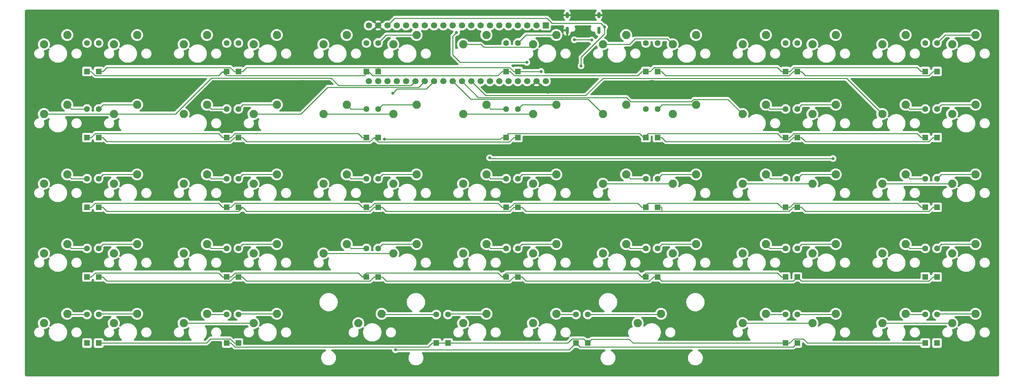
<source format=gbr>
%TF.GenerationSoftware,KiCad,Pcbnew,(6.0.4)*%
%TF.CreationDate,2022-09-11T20:25:19+10:00*%
%TF.ProjectId,pcb,7063622e-6b69-4636-9164-5f7063625858,rev?*%
%TF.SameCoordinates,Original*%
%TF.FileFunction,Copper,L1,Top*%
%TF.FilePolarity,Positive*%
%FSLAX46Y46*%
G04 Gerber Fmt 4.6, Leading zero omitted, Abs format (unit mm)*
G04 Created by KiCad (PCBNEW (6.0.4)) date 2022-09-11 20:25:19*
%MOMM*%
%LPD*%
G01*
G04 APERTURE LIST*
%TA.AperFunction,ComponentPad*%
%ADD10C,2.250000*%
%TD*%
%TA.AperFunction,ComponentPad*%
%ADD11C,4.550000*%
%TD*%
%TA.AperFunction,ComponentPad*%
%ADD12R,1.700000X1.700000*%
%TD*%
%TA.AperFunction,ComponentPad*%
%ADD13C,1.700000*%
%TD*%
%TA.AperFunction,ComponentPad*%
%ADD14R,1.600000X1.600000*%
%TD*%
%TA.AperFunction,ComponentPad*%
%ADD15C,1.600000*%
%TD*%
%TA.AperFunction,ComponentPad*%
%ADD16O,0.900000X2.000000*%
%TD*%
%TA.AperFunction,ComponentPad*%
%ADD17O,0.900000X1.700000*%
%TD*%
%TA.AperFunction,ViaPad*%
%ADD18C,0.800000*%
%TD*%
%TA.AperFunction,Conductor*%
%ADD19C,0.250000*%
%TD*%
G04 APERTURE END LIST*
D10*
%TO.P,SW17,1,1*%
%TO.N,C1*%
X43815000Y-26035000D03*
%TO.P,SW17,2,2*%
%TO.N,Net-(D17-Pad2)*%
X50165000Y-23495000D03*
%TD*%
%TO.P,SW31,1,1*%
%TO.N,C1*%
X43815000Y-45085000D03*
%TO.P,SW31,2,2*%
%TO.N,Net-(D31-Pad2)*%
X50165000Y-42545000D03*
%TD*%
D11*
%TO.P,H8,1,1*%
%TO.N,GND*%
X19050000Y-92750000D03*
%TD*%
D10*
%TO.P,SW3,1,1*%
%TO.N,C1*%
X43815000Y-6985000D03*
%TO.P,SW3,2,2*%
%TO.N,Net-(D3-Pad2)*%
X50165000Y-4445000D03*
%TD*%
%TO.P,SW30,1,1*%
%TO.N,C0*%
X24765000Y-45085000D03*
%TO.P,SW30,2,2*%
%TO.N,Net-(D30-Pad2)*%
X31115000Y-42545000D03*
%TD*%
%TO.P,SW60,1,1*%
%TO.N,C1*%
X62865000Y-83185000D03*
%TO.P,SW60,2,2*%
%TO.N,Net-(D60-Pad2)*%
X69215000Y-80645000D03*
%TD*%
%TO.P,SW33,1,1*%
%TO.N,C2*%
X81915000Y-45085000D03*
%TO.P,SW33,2,2*%
%TO.N,Net-(D33-Pad2)*%
X88265000Y-42545000D03*
%TD*%
%TO.P,SW46,1,1*%
%TO.N,C1*%
X62865000Y-64135000D03*
%TO.P,SW46,2,2*%
%TO.N,Net-(D46-Pad2)*%
X69215000Y-61595000D03*
%TD*%
%TO.P,SW65,1,1*%
%TO.N,C5*%
X196215000Y-83185000D03*
%TO.P,SW65,2,2*%
%TO.N,Net-(D65-Pad2)*%
X202565000Y-80645000D03*
%TD*%
%TO.P,SW57,1,1*%
%TO.N,C0*%
X5715000Y-83185000D03*
%TO.P,SW57,2,2*%
%TO.N,Net-(D57-Pad2)*%
X12065000Y-80645000D03*
%TD*%
D12*
%TO.P,U1,1,PB12*%
%TO.N,R0*%
X142550000Y-1850000D03*
D13*
%TO.P,U1,2,PB13*%
%TO.N,R1*%
X140010000Y-1850000D03*
%TO.P,U1,3,PB14*%
%TO.N,R2*%
X137470000Y-1850000D03*
%TO.P,U1,4,PB15*%
%TO.N,R3*%
X134930000Y-1850000D03*
%TO.P,U1,5,PA8*%
%TO.N,R4*%
X132390000Y-1850000D03*
%TO.P,U1,6,PA9*%
%TO.N,unconnected-(U1-Pad6)*%
X129850000Y-1850000D03*
%TO.P,U1,7,PA10*%
%TO.N,unconnected-(U1-Pad7)*%
X127310000Y-1850000D03*
%TO.P,U1,8,PA11*%
%TO.N,D-*%
X124770000Y-1850000D03*
%TO.P,U1,9,PA12*%
%TO.N,D+*%
X122230000Y-1850000D03*
%TO.P,U1,10,PA15*%
%TO.N,unconnected-(U1-Pad10)*%
X119690000Y-1850000D03*
%TO.P,U1,11,PB3*%
%TO.N,R5*%
X117150000Y-1850000D03*
%TO.P,U1,12,PB4*%
%TO.N,R6*%
X114610000Y-1850000D03*
%TO.P,U1,13,PB5*%
%TO.N,R7*%
X112070000Y-1850000D03*
%TO.P,U1,14,PB6*%
%TO.N,R8*%
X109530000Y-1850000D03*
%TO.P,U1,15,PB7*%
%TO.N,R9*%
X106990000Y-1850000D03*
%TO.P,U1,16,PB8*%
%TO.N,unconnected-(U1-Pad16)*%
X104450000Y-1850000D03*
%TO.P,U1,17,PB9*%
%TO.N,unconnected-(U1-Pad17)*%
X101910000Y-1850000D03*
%TO.P,U1,18,5V*%
%TO.N,+5V*%
X99370000Y-1850000D03*
%TO.P,U1,19,GND*%
%TO.N,GND*%
X96830000Y-1850000D03*
%TO.P,U1,20,3V3*%
%TO.N,+3V3*%
X94290000Y-1850000D03*
%TO.P,U1,21,VBat*%
%TO.N,unconnected-(U1-Pad21)*%
X94290000Y-17090000D03*
%TO.P,U1,22,PC13*%
%TO.N,unconnected-(U1-Pad22)*%
X96830000Y-17090000D03*
%TO.P,U1,23,PC14*%
%TO.N,unconnected-(U1-Pad23)*%
X99370000Y-17090000D03*
%TO.P,U1,24,PC15*%
%TO.N,unconnected-(U1-Pad24)*%
X101910000Y-17090000D03*
%TO.P,U1,25,RES*%
%TO.N,unconnected-(U1-Pad25)*%
X104450000Y-17090000D03*
%TO.P,U1,26,PA0*%
%TO.N,C0*%
X106990000Y-17090000D03*
%TO.P,U1,27,PA1*%
%TO.N,C1*%
X109530000Y-17090000D03*
%TO.P,U1,28,PA2*%
%TO.N,C2*%
X112070000Y-17090000D03*
%TO.P,U1,29,PA3*%
%TO.N,C3*%
X114610000Y-17090000D03*
%TO.P,U1,30,PA4*%
%TO.N,C4*%
X117150000Y-17090000D03*
%TO.P,U1,31,PA5*%
%TO.N,C5*%
X119690000Y-17090000D03*
%TO.P,U1,32,PA6*%
%TO.N,C6*%
X122230000Y-17090000D03*
%TO.P,U1,33,PA7*%
%TO.N,unconnected-(U1-Pad33)*%
X124770000Y-17090000D03*
%TO.P,U1,34,PB0*%
%TO.N,unconnected-(U1-Pad34)*%
X127310000Y-17090000D03*
%TO.P,U1,35,PB1*%
%TO.N,LED*%
X129850000Y-17090000D03*
%TO.P,U1,36,PB2*%
%TO.N,unconnected-(U1-Pad36)*%
X132390000Y-17090000D03*
%TO.P,U1,37,PB10*%
%TO.N,unconnected-(U1-Pad37)*%
X134930000Y-17090000D03*
%TO.P,U1,38,3V3*%
%TO.N,+3V3*%
X137470000Y-17090000D03*
%TO.P,U1,39,GND*%
%TO.N,GND*%
X140010000Y-17090000D03*
%TO.P,U1,40,5V*%
%TO.N,+5V*%
X142550000Y-17090000D03*
%TD*%
D10*
%TO.P,SW68,1,1*%
%TO.N,C6*%
X253365000Y-83185000D03*
%TO.P,SW68,2,2*%
%TO.N,Net-(D68-Pad2)*%
X259715000Y-80645000D03*
%TD*%
%TO.P,SW47,1,1*%
%TO.N,C2*%
X81915000Y-64135000D03*
%TO.P,SW47,2,2*%
%TO.N,Net-(D47-Pad2)*%
X88265000Y-61595000D03*
%TD*%
%TO.P,SW51,1,1*%
%TO.N,C4*%
X158115000Y-64135000D03*
%TO.P,SW51,2,2*%
%TO.N,Net-(D51-Pad2)*%
X164465000Y-61595000D03*
%TD*%
%TO.P,SW43,1,1*%
%TO.N,C0*%
X5715000Y-64135000D03*
%TO.P,SW43,2,2*%
%TO.N,Net-(D43-Pad2)*%
X12065000Y-61595000D03*
%TD*%
%TO.P,SW58,1,1*%
%TO.N,C0*%
X24765000Y-83185000D03*
%TO.P,SW58,2,2*%
%TO.N,Net-(D58-Pad2)*%
X31115000Y-80645000D03*
%TD*%
%TO.P,SW1,1,1*%
%TO.N,C0*%
X5715000Y-6985000D03*
%TO.P,SW1,2,2*%
%TO.N,Net-(D1-Pad2)*%
X12065000Y-4445000D03*
%TD*%
%TO.P,SW42,1,1*%
%TO.N,C6*%
X253365000Y-45085000D03*
%TO.P,SW42,2,2*%
%TO.N,Net-(D42-Pad2)*%
X259715000Y-42545000D03*
%TD*%
%TO.P,SW11,1,1*%
%TO.N,C5*%
X196215000Y-6985000D03*
%TO.P,SW11,2,2*%
%TO.N,Net-(D11-Pad2)*%
X202565000Y-4445000D03*
%TD*%
%TO.P,SW54,1,1*%
%TO.N,C5*%
X215265000Y-64135000D03*
%TO.P,SW54,2,2*%
%TO.N,Net-(D54-Pad2)*%
X221615000Y-61595000D03*
%TD*%
%TO.P,SW38,1,1*%
%TO.N,C4*%
X177165000Y-45085000D03*
%TO.P,SW38,2,2*%
%TO.N,Net-(D38-Pad2)*%
X183515000Y-42545000D03*
%TD*%
%TO.P,SW63,1,1*%
%TO.N,C3*%
X139065000Y-83185000D03*
%TO.P,SW63,2,2*%
%TO.N,Net-(D63-Pad2)*%
X145415000Y-80645000D03*
%TD*%
%TO.P,SW5,1,1*%
%TO.N,C2*%
X81915000Y-6985000D03*
%TO.P,SW5,2,2*%
%TO.N,Net-(D5-Pad2)*%
X88265000Y-4445000D03*
%TD*%
%TO.P,SW10,1,1*%
%TO.N,C4*%
X177165000Y-6985000D03*
%TO.P,SW10,2,2*%
%TO.N,Net-(D10-Pad2)*%
X183515000Y-4445000D03*
%TD*%
%TO.P,SW52,1,1*%
%TO.N,C4*%
X177165000Y-64135000D03*
%TO.P,SW52,2,2*%
%TO.N,Net-(D52-Pad2)*%
X183515000Y-61595000D03*
%TD*%
D11*
%TO.P,H3,1,1*%
%TO.N,GND*%
X171450000Y-19050000D03*
%TD*%
D10*
%TO.P,SW23,1,1*%
%TO.N,C4*%
X158115000Y-26035000D03*
%TO.P,SW23,2,2*%
%TO.N,Net-(D23-Pad2)*%
X164465000Y-23495000D03*
%TD*%
%TO.P,SW48,1,1*%
%TO.N,C2*%
X100965000Y-64135000D03*
%TO.P,SW48,2,2*%
%TO.N,Net-(D48-Pad2)*%
X107315000Y-61595000D03*
%TD*%
D11*
%TO.P,H7,1,1*%
%TO.N,GND*%
X209550000Y-76200000D03*
%TD*%
D10*
%TO.P,SW39,1,1*%
%TO.N,C5*%
X196215000Y-45085000D03*
%TO.P,SW39,2,2*%
%TO.N,Net-(D39-Pad2)*%
X202565000Y-42545000D03*
%TD*%
D11*
%TO.P,H9,1,1*%
%TO.N,GND*%
X247650000Y-92750000D03*
%TD*%
D10*
%TO.P,SW14,1,1*%
%TO.N,C6*%
X253365000Y-6985000D03*
%TO.P,SW14,2,2*%
%TO.N,Net-(D14-Pad2)*%
X259715000Y-4445000D03*
%TD*%
%TO.P,SW59,1,1*%
%TO.N,C1*%
X43815000Y-83185000D03*
%TO.P,SW59,2,2*%
%TO.N,Net-(D59-Pad2)*%
X50165000Y-80645000D03*
%TD*%
%TO.P,SW56,1,1*%
%TO.N,C6*%
X253365000Y-64135000D03*
%TO.P,SW56,2,2*%
%TO.N,Net-(D56-Pad2)*%
X259715000Y-61595000D03*
%TD*%
%TO.P,SW49,1,1*%
%TO.N,C3*%
X120015000Y-64135000D03*
%TO.P,SW49,2,2*%
%TO.N,Net-(D49-Pad2)*%
X126365000Y-61595000D03*
%TD*%
%TO.P,SW66,1,1*%
%TO.N,C5*%
X215265000Y-83185000D03*
%TO.P,SW66,2,2*%
%TO.N,Net-(D66-Pad2)*%
X221615000Y-80645000D03*
%TD*%
%TO.P,SW50,1,1*%
%TO.N,C3*%
X139065000Y-64135000D03*
%TO.P,SW50,2,2*%
%TO.N,Net-(D50-Pad2)*%
X145415000Y-61595000D03*
%TD*%
D11*
%TO.P,H6,1,1*%
%TO.N,GND*%
X133350000Y-76200000D03*
%TD*%
D10*
%TO.P,SW13,1,1*%
%TO.N,C6*%
X234315000Y-6985000D03*
%TO.P,SW13,2,2*%
%TO.N,Net-(D13-Pad2)*%
X240665000Y-4445000D03*
%TD*%
%TO.P,SW9,1,1*%
%TO.N,C4*%
X158115000Y-6985000D03*
%TO.P,SW9,2,2*%
%TO.N,Net-(D9-Pad2)*%
X164465000Y-4445000D03*
%TD*%
%TO.P,SW45,1,1*%
%TO.N,C1*%
X43815000Y-64135000D03*
%TO.P,SW45,2,2*%
%TO.N,Net-(D45-Pad2)*%
X50165000Y-61595000D03*
%TD*%
%TO.P,SW4,1,1*%
%TO.N,C1*%
X62865000Y-6985000D03*
%TO.P,SW4,2,2*%
%TO.N,Net-(D4-Pad2)*%
X69215000Y-4445000D03*
%TD*%
%TO.P,SW6,1,1*%
%TO.N,C2*%
X100965000Y-6985000D03*
%TO.P,SW6,2,2*%
%TO.N,Net-(D6-Pad2)*%
X107315000Y-4445000D03*
%TD*%
%TO.P,SW40,1,1*%
%TO.N,C5*%
X215265000Y-45085000D03*
%TO.P,SW40,2,2*%
%TO.N,Net-(D40-Pad2)*%
X221615000Y-42545000D03*
%TD*%
%TO.P,SW53,1,1*%
%TO.N,C5*%
X196215000Y-64135000D03*
%TO.P,SW53,2,2*%
%TO.N,Net-(D53-Pad2)*%
X202565000Y-61595000D03*
%TD*%
%TO.P,SW29,1,1*%
%TO.N,C0*%
X5715000Y-45085000D03*
%TO.P,SW29,2,2*%
%TO.N,Net-(D29-Pad2)*%
X12065000Y-42545000D03*
%TD*%
%TO.P,SW22,1,1*%
%TO.N,C3*%
X139065000Y-26035000D03*
%TO.P,SW22,2,2*%
%TO.N,Net-(D22-Pad2)*%
X145415000Y-23495000D03*
%TD*%
%TO.P,SW34,1,1*%
%TO.N,C2*%
X100965000Y-45085000D03*
%TO.P,SW34,2,2*%
%TO.N,Net-(D34-Pad2)*%
X107315000Y-42545000D03*
%TD*%
%TO.P,SW7,1,1*%
%TO.N,C3*%
X120015000Y-6985000D03*
%TO.P,SW7,2,2*%
%TO.N,Net-(D7-Pad2)*%
X126365000Y-4445000D03*
%TD*%
%TO.P,SW24,1,1*%
%TO.N,C4*%
X177165000Y-26035000D03*
%TO.P,SW24,2,2*%
%TO.N,Net-(D24-Pad2)*%
X183515000Y-23495000D03*
%TD*%
%TO.P,SW62,1,1*%
%TO.N,C3*%
X120015000Y-83185000D03*
%TO.P,SW62,2,2*%
%TO.N,Net-(D62-Pad2)*%
X126365000Y-80645000D03*
%TD*%
%TO.P,SW15,1,1*%
%TO.N,C0*%
X5715000Y-26035000D03*
%TO.P,SW15,2,2*%
%TO.N,Net-(D15-Pad2)*%
X12065000Y-23495000D03*
%TD*%
D11*
%TO.P,H4,1,1*%
%TO.N,GND*%
X247650000Y-2500000D03*
%TD*%
D10*
%TO.P,SW2,1,1*%
%TO.N,C0*%
X24765000Y-6985000D03*
%TO.P,SW2,2,2*%
%TO.N,Net-(D2-Pad2)*%
X31115000Y-4445000D03*
%TD*%
D11*
%TO.P,H5,1,1*%
%TO.N,GND*%
X57150000Y-76200000D03*
%TD*%
D10*
%TO.P,SW18,1,1*%
%TO.N,C1*%
X62865000Y-26035000D03*
%TO.P,SW18,2,2*%
%TO.N,Net-(D18-Pad2)*%
X69215000Y-23495000D03*
%TD*%
%TO.P,SW12,1,1*%
%TO.N,C5*%
X215265000Y-6985000D03*
%TO.P,SW12,2,2*%
%TO.N,Net-(D12-Pad2)*%
X221615000Y-4445000D03*
%TD*%
%TO.P,SW61,1,1*%
%TO.N,C2*%
X91440000Y-83185000D03*
%TO.P,SW61,2,2*%
%TO.N,Net-(D61-Pad2)*%
X97790000Y-80645000D03*
%TD*%
%TO.P,SW67,1,1*%
%TO.N,C6*%
X234315000Y-83185000D03*
%TO.P,SW67,2,2*%
%TO.N,Net-(D67-Pad2)*%
X240665000Y-80645000D03*
%TD*%
%TO.P,SW36,1,1*%
%TO.N,C3*%
X139065000Y-45085000D03*
%TO.P,SW36,2,2*%
%TO.N,Net-(D36-Pad2)*%
X145415000Y-42545000D03*
%TD*%
%TO.P,SW55,1,1*%
%TO.N,C6*%
X234315000Y-64135000D03*
%TO.P,SW55,2,2*%
%TO.N,Net-(D55-Pad2)*%
X240665000Y-61595000D03*
%TD*%
%TO.P,SW26,1,1*%
%TO.N,C5*%
X215265000Y-26035000D03*
%TO.P,SW26,2,2*%
%TO.N,Net-(D26-Pad2)*%
X221615000Y-23495000D03*
%TD*%
D11*
%TO.P,H2,1,1*%
%TO.N,GND*%
X76200000Y-19050000D03*
%TD*%
D10*
%TO.P,SW8,1,1*%
%TO.N,C3*%
X139065000Y-6985000D03*
%TO.P,SW8,2,2*%
%TO.N,Net-(D8-Pad2)*%
X145415000Y-4445000D03*
%TD*%
%TO.P,SW37,1,1*%
%TO.N,C4*%
X158115000Y-45085000D03*
%TO.P,SW37,2,2*%
%TO.N,Net-(D37-Pad2)*%
X164465000Y-42545000D03*
%TD*%
%TO.P,SW25,1,1*%
%TO.N,C5*%
X196215000Y-26035000D03*
%TO.P,SW25,2,2*%
%TO.N,Net-(D25-Pad2)*%
X202565000Y-23495000D03*
%TD*%
%TO.P,SW64,1,1*%
%TO.N,C4*%
X167640000Y-83185000D03*
%TO.P,SW64,2,2*%
%TO.N,Net-(D64-Pad2)*%
X173990000Y-80645000D03*
%TD*%
%TO.P,SW41,1,1*%
%TO.N,C6*%
X234315000Y-45085000D03*
%TO.P,SW41,2,2*%
%TO.N,Net-(D41-Pad2)*%
X240665000Y-42545000D03*
%TD*%
%TO.P,SW21,1,1*%
%TO.N,C3*%
X120015000Y-26035000D03*
%TO.P,SW21,2,2*%
%TO.N,Net-(D21-Pad2)*%
X126365000Y-23495000D03*
%TD*%
%TO.P,SW19,1,1*%
%TO.N,C2*%
X81915000Y-26035000D03*
%TO.P,SW19,2,2*%
%TO.N,Net-(D19-Pad2)*%
X88265000Y-23495000D03*
%TD*%
%TO.P,SW32,1,1*%
%TO.N,C1*%
X62865000Y-45085000D03*
%TO.P,SW32,2,2*%
%TO.N,Net-(D32-Pad2)*%
X69215000Y-42545000D03*
%TD*%
%TO.P,SW20,1,1*%
%TO.N,C2*%
X100965000Y-26035000D03*
%TO.P,SW20,2,2*%
%TO.N,Net-(D20-Pad2)*%
X107315000Y-23495000D03*
%TD*%
D11*
%TO.P,H1,1,1*%
%TO.N,GND*%
X19050000Y-2500000D03*
%TD*%
D10*
%TO.P,SW28,1,1*%
%TO.N,C6*%
X253365000Y-26035000D03*
%TO.P,SW28,2,2*%
%TO.N,Net-(D28-Pad2)*%
X259715000Y-23495000D03*
%TD*%
%TO.P,SW44,1,1*%
%TO.N,C0*%
X24765000Y-64135000D03*
%TO.P,SW44,2,2*%
%TO.N,Net-(D44-Pad2)*%
X31115000Y-61595000D03*
%TD*%
%TO.P,SW27,1,1*%
%TO.N,C6*%
X234315000Y-26035000D03*
%TO.P,SW27,2,2*%
%TO.N,Net-(D27-Pad2)*%
X240665000Y-23495000D03*
%TD*%
%TO.P,SW16,1,1*%
%TO.N,C0*%
X24765000Y-26035000D03*
%TO.P,SW16,2,2*%
%TO.N,Net-(D16-Pad2)*%
X31115000Y-23495000D03*
%TD*%
%TO.P,SW35,1,1*%
%TO.N,C3*%
X120015000Y-45085000D03*
%TO.P,SW35,2,2*%
%TO.N,Net-(D35-Pad2)*%
X126365000Y-42545000D03*
%TD*%
D14*
%TO.P,D50,1,K*%
%TO.N,R7*%
X134950000Y-70575000D03*
D15*
%TO.P,D50,2,A*%
%TO.N,Net-(D50-Pad2)*%
X134950000Y-62775000D03*
%TD*%
D14*
%TO.P,D6,1,K*%
%TO.N,R1*%
X96850000Y-14425000D03*
D15*
%TO.P,D6,2,A*%
%TO.N,Net-(D6-Pad2)*%
X96850000Y-6625000D03*
%TD*%
D14*
%TO.P,D28,1,K*%
%TO.N,R3*%
X249250000Y-32475000D03*
D15*
%TO.P,D28,2,A*%
%TO.N,Net-(D28-Pad2)*%
X249250000Y-24675000D03*
%TD*%
D14*
%TO.P,D26,1,K*%
%TO.N,R3*%
X211150000Y-32475000D03*
D15*
%TO.P,D26,2,A*%
%TO.N,Net-(D26-Pad2)*%
X211150000Y-24675000D03*
%TD*%
D14*
%TO.P,D8,1,K*%
%TO.N,R1*%
X134950000Y-14425000D03*
D15*
%TO.P,D8,2,A*%
%TO.N,Net-(D8-Pad2)*%
X134950000Y-6625000D03*
%TD*%
D14*
%TO.P,D34,1,K*%
%TO.N,R5*%
X96850000Y-51525000D03*
D15*
%TO.P,D34,2,A*%
%TO.N,Net-(D34-Pad2)*%
X96850000Y-43725000D03*
%TD*%
D14*
%TO.P,D64,1,K*%
%TO.N,R8*%
X154000000Y-88625000D03*
D15*
%TO.P,D64,2,A*%
%TO.N,Net-(D64-Pad2)*%
X154000000Y-80825000D03*
%TD*%
D14*
%TO.P,D39,1,K*%
%TO.N,R4*%
X207950000Y-51525000D03*
D15*
%TO.P,D39,2,A*%
%TO.N,Net-(D39-Pad2)*%
X207950000Y-43725000D03*
%TD*%
D14*
%TO.P,D58,1,K*%
%TO.N,R9*%
X20650000Y-88625000D03*
D15*
%TO.P,D58,2,A*%
%TO.N,Net-(D58-Pad2)*%
X20650000Y-80825000D03*
%TD*%
D14*
%TO.P,D14,1,K*%
%TO.N,R1*%
X249250000Y-14425000D03*
D15*
%TO.P,D14,2,A*%
%TO.N,Net-(D14-Pad2)*%
X249250000Y-6625000D03*
%TD*%
D14*
%TO.P,D30,1,K*%
%TO.N,R5*%
X20650000Y-51525000D03*
D15*
%TO.P,D30,2,A*%
%TO.N,Net-(D30-Pad2)*%
X20650000Y-43725000D03*
%TD*%
D14*
%TO.P,D36,1,K*%
%TO.N,R5*%
X134950000Y-51525000D03*
D15*
%TO.P,D36,2,A*%
%TO.N,Net-(D36-Pad2)*%
X134950000Y-43725000D03*
%TD*%
D14*
%TO.P,D38,1,K*%
%TO.N,R5*%
X173050000Y-51525000D03*
D15*
%TO.P,D38,2,A*%
%TO.N,Net-(D38-Pad2)*%
X173050000Y-43725000D03*
%TD*%
D14*
%TO.P,D57,1,K*%
%TO.N,R8*%
X17450000Y-88625000D03*
D15*
%TO.P,D57,2,A*%
%TO.N,Net-(D57-Pad2)*%
X17450000Y-80825000D03*
%TD*%
D14*
%TO.P,D19,1,K*%
%TO.N,R2*%
X93650000Y-32475000D03*
D15*
%TO.P,D19,2,A*%
%TO.N,Net-(D19-Pad2)*%
X93650000Y-24675000D03*
%TD*%
D14*
%TO.P,D23,1,K*%
%TO.N,R2*%
X169850000Y-32475000D03*
D15*
%TO.P,D23,2,A*%
%TO.N,Net-(D23-Pad2)*%
X169850000Y-24675000D03*
%TD*%
D14*
%TO.P,D55,1,K*%
%TO.N,R6*%
X246050000Y-70575000D03*
D15*
%TO.P,D55,2,A*%
%TO.N,Net-(D55-Pad2)*%
X246050000Y-62775000D03*
%TD*%
D14*
%TO.P,D10,1,K*%
%TO.N,R1*%
X173050000Y-14425000D03*
D15*
%TO.P,D10,2,A*%
%TO.N,Net-(D10-Pad2)*%
X173050000Y-6625000D03*
%TD*%
D14*
%TO.P,D65,1,K*%
%TO.N,R8*%
X207950000Y-88625000D03*
D15*
%TO.P,D65,2,A*%
%TO.N,Net-(D65-Pad2)*%
X207950000Y-80825000D03*
%TD*%
D14*
%TO.P,D3,1,K*%
%TO.N,R0*%
X55550000Y-14425000D03*
D15*
%TO.P,D3,2,A*%
%TO.N,Net-(D3-Pad2)*%
X55550000Y-6625000D03*
%TD*%
D16*
%TO.P,J2,S1,SHIELD*%
%TO.N,GND*%
X157020000Y-3205000D03*
X148380000Y-3205000D03*
D17*
X148380000Y965000D03*
X157020000Y965000D03*
%TD*%
D14*
%TO.P,D41,1,K*%
%TO.N,R4*%
X246050000Y-51525000D03*
D15*
%TO.P,D41,2,A*%
%TO.N,Net-(D41-Pad2)*%
X246050000Y-43725000D03*
%TD*%
D14*
%TO.P,D53,1,K*%
%TO.N,R6*%
X207950000Y-70575000D03*
D15*
%TO.P,D53,2,A*%
%TO.N,Net-(D53-Pad2)*%
X207950000Y-62775000D03*
%TD*%
D14*
%TO.P,D37,1,K*%
%TO.N,R4*%
X169850000Y-51525000D03*
D15*
%TO.P,D37,2,A*%
%TO.N,Net-(D37-Pad2)*%
X169850000Y-43725000D03*
%TD*%
D14*
%TO.P,D4,1,K*%
%TO.N,R1*%
X58750000Y-14425000D03*
D15*
%TO.P,D4,2,A*%
%TO.N,Net-(D4-Pad2)*%
X58750000Y-6625000D03*
%TD*%
D14*
%TO.P,D51,1,K*%
%TO.N,R6*%
X169850000Y-70575000D03*
D15*
%TO.P,D51,2,A*%
%TO.N,Net-(D51-Pad2)*%
X169850000Y-62775000D03*
%TD*%
D14*
%TO.P,D54,1,K*%
%TO.N,R7*%
X211150000Y-70575000D03*
D15*
%TO.P,D54,2,A*%
%TO.N,Net-(D54-Pad2)*%
X211150000Y-62775000D03*
%TD*%
D14*
%TO.P,D1,1,K*%
%TO.N,R0*%
X17450000Y-14425000D03*
D15*
%TO.P,D1,2,A*%
%TO.N,Net-(D1-Pad2)*%
X17450000Y-6625000D03*
%TD*%
D14*
%TO.P,D11,1,K*%
%TO.N,R0*%
X207950000Y-14425000D03*
D15*
%TO.P,D11,2,A*%
%TO.N,Net-(D11-Pad2)*%
X207950000Y-6625000D03*
%TD*%
D14*
%TO.P,D67,1,K*%
%TO.N,R8*%
X246050000Y-88625000D03*
D15*
%TO.P,D67,2,A*%
%TO.N,Net-(D67-Pad2)*%
X246050000Y-80825000D03*
%TD*%
D14*
%TO.P,D46,1,K*%
%TO.N,R7*%
X58750000Y-70575000D03*
D15*
%TO.P,D46,2,A*%
%TO.N,Net-(D46-Pad2)*%
X58750000Y-62775000D03*
%TD*%
D14*
%TO.P,D49,1,K*%
%TO.N,R6*%
X131750000Y-70575000D03*
D15*
%TO.P,D49,2,A*%
%TO.N,Net-(D49-Pad2)*%
X131750000Y-62775000D03*
%TD*%
D14*
%TO.P,D68,1,K*%
%TO.N,R9*%
X249250000Y-88625000D03*
D15*
%TO.P,D68,2,A*%
%TO.N,Net-(D68-Pad2)*%
X249250000Y-80825000D03*
%TD*%
D14*
%TO.P,D25,1,K*%
%TO.N,R2*%
X207950000Y-32475000D03*
D15*
%TO.P,D25,2,A*%
%TO.N,Net-(D25-Pad2)*%
X207950000Y-24675000D03*
%TD*%
D14*
%TO.P,D12,1,K*%
%TO.N,R1*%
X211150000Y-14425000D03*
D15*
%TO.P,D12,2,A*%
%TO.N,Net-(D12-Pad2)*%
X211150000Y-6625000D03*
%TD*%
D14*
%TO.P,D9,1,K*%
%TO.N,R0*%
X169850000Y-14425000D03*
D15*
%TO.P,D9,2,A*%
%TO.N,Net-(D9-Pad2)*%
X169850000Y-6625000D03*
%TD*%
D14*
%TO.P,D60,1,K*%
%TO.N,R9*%
X58750000Y-88625000D03*
D15*
%TO.P,D60,2,A*%
%TO.N,Net-(D60-Pad2)*%
X58750000Y-80825000D03*
%TD*%
D14*
%TO.P,D24,1,K*%
%TO.N,R3*%
X173050000Y-32475000D03*
D15*
%TO.P,D24,2,A*%
%TO.N,Net-(D24-Pad2)*%
X173050000Y-24675000D03*
%TD*%
D14*
%TO.P,D40,1,K*%
%TO.N,R5*%
X211150000Y-51525000D03*
D15*
%TO.P,D40,2,A*%
%TO.N,Net-(D40-Pad2)*%
X211150000Y-43725000D03*
%TD*%
D14*
%TO.P,D29,1,K*%
%TO.N,R4*%
X17450000Y-51525000D03*
D15*
%TO.P,D29,2,A*%
%TO.N,Net-(D29-Pad2)*%
X17450000Y-43725000D03*
%TD*%
D14*
%TO.P,D42,1,K*%
%TO.N,R5*%
X249250000Y-51525000D03*
D15*
%TO.P,D42,2,A*%
%TO.N,Net-(D42-Pad2)*%
X249250000Y-43725000D03*
%TD*%
D14*
%TO.P,D5,1,K*%
%TO.N,R0*%
X93650000Y-14425000D03*
D15*
%TO.P,D5,2,A*%
%TO.N,Net-(D5-Pad2)*%
X93650000Y-6625000D03*
%TD*%
D14*
%TO.P,D63,1,K*%
%TO.N,R9*%
X150800000Y-88625000D03*
D15*
%TO.P,D63,2,A*%
%TO.N,Net-(D63-Pad2)*%
X150800000Y-80825000D03*
%TD*%
D14*
%TO.P,D16,1,K*%
%TO.N,R3*%
X20650000Y-32475000D03*
D15*
%TO.P,D16,2,A*%
%TO.N,Net-(D16-Pad2)*%
X20650000Y-24675000D03*
%TD*%
D14*
%TO.P,D61,1,K*%
%TO.N,R8*%
X112700000Y-88625000D03*
D15*
%TO.P,D61,2,A*%
%TO.N,Net-(D61-Pad2)*%
X112700000Y-80825000D03*
%TD*%
D14*
%TO.P,D20,1,K*%
%TO.N,R3*%
X96850000Y-32475000D03*
D15*
%TO.P,D20,2,A*%
%TO.N,Net-(D20-Pad2)*%
X96850000Y-24675000D03*
%TD*%
D14*
%TO.P,D31,1,K*%
%TO.N,R4*%
X55550000Y-51525000D03*
D15*
%TO.P,D31,2,A*%
%TO.N,Net-(D31-Pad2)*%
X55550000Y-43725000D03*
%TD*%
D14*
%TO.P,D47,1,K*%
%TO.N,R6*%
X93650000Y-70575000D03*
D15*
%TO.P,D47,2,A*%
%TO.N,Net-(D47-Pad2)*%
X93650000Y-62775000D03*
%TD*%
D14*
%TO.P,D52,1,K*%
%TO.N,R7*%
X173050000Y-70575000D03*
D15*
%TO.P,D52,2,A*%
%TO.N,Net-(D52-Pad2)*%
X173050000Y-62775000D03*
%TD*%
D14*
%TO.P,D32,1,K*%
%TO.N,R5*%
X58750000Y-51525000D03*
D15*
%TO.P,D32,2,A*%
%TO.N,Net-(D32-Pad2)*%
X58750000Y-43725000D03*
%TD*%
D14*
%TO.P,D7,1,K*%
%TO.N,R0*%
X131750000Y-14425000D03*
D15*
%TO.P,D7,2,A*%
%TO.N,Net-(D7-Pad2)*%
X131750000Y-6625000D03*
%TD*%
D14*
%TO.P,D18,1,K*%
%TO.N,R3*%
X58750000Y-32475000D03*
D15*
%TO.P,D18,2,A*%
%TO.N,Net-(D18-Pad2)*%
X58750000Y-24675000D03*
%TD*%
D14*
%TO.P,D48,1,K*%
%TO.N,R7*%
X96850000Y-70575000D03*
D15*
%TO.P,D48,2,A*%
%TO.N,Net-(D48-Pad2)*%
X96850000Y-62775000D03*
%TD*%
D14*
%TO.P,D15,1,K*%
%TO.N,R2*%
X17450000Y-32475000D03*
D15*
%TO.P,D15,2,A*%
%TO.N,Net-(D15-Pad2)*%
X17450000Y-24675000D03*
%TD*%
D14*
%TO.P,D44,1,K*%
%TO.N,R7*%
X20650000Y-70575000D03*
D15*
%TO.P,D44,2,A*%
%TO.N,Net-(D44-Pad2)*%
X20650000Y-62775000D03*
%TD*%
D14*
%TO.P,D13,1,K*%
%TO.N,R0*%
X246050000Y-14425000D03*
D15*
%TO.P,D13,2,A*%
%TO.N,Net-(D13-Pad2)*%
X246050000Y-6625000D03*
%TD*%
D14*
%TO.P,D43,1,K*%
%TO.N,R6*%
X17450000Y-70575000D03*
D15*
%TO.P,D43,2,A*%
%TO.N,Net-(D43-Pad2)*%
X17450000Y-62775000D03*
%TD*%
D14*
%TO.P,D56,1,K*%
%TO.N,R7*%
X249250000Y-70575000D03*
D15*
%TO.P,D56,2,A*%
%TO.N,Net-(D56-Pad2)*%
X249250000Y-62775000D03*
%TD*%
D14*
%TO.P,D66,1,K*%
%TO.N,R9*%
X211150000Y-88625000D03*
D15*
%TO.P,D66,2,A*%
%TO.N,Net-(D66-Pad2)*%
X211150000Y-80825000D03*
%TD*%
D14*
%TO.P,D33,1,K*%
%TO.N,R4*%
X93650000Y-51525000D03*
D15*
%TO.P,D33,2,A*%
%TO.N,Net-(D33-Pad2)*%
X93650000Y-43725000D03*
%TD*%
D14*
%TO.P,D35,1,K*%
%TO.N,R4*%
X131750000Y-51525000D03*
D15*
%TO.P,D35,2,A*%
%TO.N,Net-(D35-Pad2)*%
X131750000Y-43725000D03*
%TD*%
D14*
%TO.P,D59,1,K*%
%TO.N,R8*%
X55550000Y-88625000D03*
D15*
%TO.P,D59,2,A*%
%TO.N,Net-(D59-Pad2)*%
X55550000Y-80825000D03*
%TD*%
D14*
%TO.P,D22,1,K*%
%TO.N,R3*%
X134950000Y-32475000D03*
D15*
%TO.P,D22,2,A*%
%TO.N,Net-(D22-Pad2)*%
X134950000Y-24675000D03*
%TD*%
D14*
%TO.P,D62,1,K*%
%TO.N,R8*%
X115900000Y-88625000D03*
D15*
%TO.P,D62,2,A*%
%TO.N,Net-(D62-Pad2)*%
X115900000Y-80825000D03*
%TD*%
D14*
%TO.P,D27,1,K*%
%TO.N,R2*%
X246050000Y-32475000D03*
D15*
%TO.P,D27,2,A*%
%TO.N,Net-(D27-Pad2)*%
X246050000Y-24675000D03*
%TD*%
D14*
%TO.P,D17,1,K*%
%TO.N,R2*%
X55550000Y-32475000D03*
D15*
%TO.P,D17,2,A*%
%TO.N,Net-(D17-Pad2)*%
X55550000Y-24675000D03*
%TD*%
D14*
%TO.P,D2,1,K*%
%TO.N,R1*%
X20650000Y-14425000D03*
D15*
%TO.P,D2,2,A*%
%TO.N,Net-(D2-Pad2)*%
X20650000Y-6625000D03*
%TD*%
D14*
%TO.P,D21,1,K*%
%TO.N,R2*%
X131750000Y-32475000D03*
D15*
%TO.P,D21,2,A*%
%TO.N,Net-(D21-Pad2)*%
X131750000Y-24675000D03*
%TD*%
D14*
%TO.P,D45,1,K*%
%TO.N,R6*%
X55550000Y-70575000D03*
D15*
%TO.P,D45,2,A*%
%TO.N,Net-(D45-Pad2)*%
X55550000Y-62775000D03*
%TD*%
D18*
%TO.N,R1*%
X141270000Y-14420000D03*
%TO.N,R2*%
X98570000Y-32937500D03*
%TO.N,R9*%
X101594600Y-90500000D03*
%TO.N,GND*%
X143100000Y-20100000D03*
%TO.N,+5V*%
X158580000Y-2240000D03*
X152180000Y-12880000D03*
%TO.N,LED*%
X220880000Y-38210000D03*
X127250000Y-38000000D03*
%TO.N,C2*%
X100800000Y-20400000D03*
%TO.N,+3V3*%
X137400000Y-11940000D03*
X118220000Y-3740000D03*
%TO.N,VBUS*%
X150340000Y-5760000D03*
X155070000Y-5790000D03*
%TD*%
D19*
%TO.N,R0*%
X129476500Y-15573200D02*
X95360900Y-15573200D01*
X18575300Y-14425000D02*
X19700600Y-15550300D01*
X246050000Y-14425000D02*
X244924700Y-14425000D01*
X169850000Y-14425000D02*
X170975300Y-14425000D01*
X17450000Y-14425000D02*
X18575300Y-14425000D01*
X206824700Y-14425000D02*
X205699400Y-13299700D01*
X169850000Y-14425000D02*
X168724700Y-14425000D01*
X130624700Y-14425000D02*
X129476500Y-15573200D01*
X207950000Y-14425000D02*
X206824700Y-14425000D01*
X93650000Y-14425000D02*
X94212700Y-14425000D01*
X172100600Y-13299700D02*
X170975300Y-14425000D01*
X167599400Y-15550300D02*
X134000600Y-15550300D01*
X132312700Y-14425000D02*
X132875300Y-14425000D01*
X244924700Y-14425000D02*
X243799400Y-13299700D01*
X55550000Y-14425000D02*
X54424700Y-14425000D01*
X134000600Y-15550300D02*
X132875300Y-14425000D01*
X210200600Y-13299700D02*
X209075300Y-14425000D01*
X168724700Y-14425000D02*
X167599400Y-15550300D01*
X131750000Y-14425000D02*
X130624700Y-14425000D01*
X94212700Y-14425000D02*
X93087300Y-15550400D01*
X243799400Y-13299700D02*
X210200600Y-13299700D01*
X55550100Y-15550400D02*
X54424700Y-14425000D01*
X93087300Y-15550400D02*
X55550100Y-15550400D01*
X207950000Y-14425000D02*
X209075300Y-14425000D01*
X205699400Y-13299700D02*
X172100600Y-13299700D01*
X53299400Y-15550300D02*
X54424700Y-14425000D01*
X132312700Y-14425000D02*
X131750000Y-14425000D01*
X19700600Y-15550300D02*
X53299400Y-15550300D01*
X95360900Y-15573200D02*
X94212700Y-14425000D01*
%TO.N,R1*%
X208899400Y-15550300D02*
X175300600Y-15550300D01*
X133824700Y-14425000D02*
X132699400Y-13299700D01*
X96850000Y-14425000D02*
X96850000Y-13299700D01*
X213400600Y-15550300D02*
X246999400Y-15550300D01*
X20650000Y-14425000D02*
X21775300Y-14425000D01*
X58750000Y-14425000D02*
X59875300Y-14425000D01*
X61000600Y-13299700D02*
X59875300Y-14425000D01*
X58750000Y-14425000D02*
X57624700Y-14425000D01*
X141265000Y-14425000D02*
X134950000Y-14425000D01*
X132699400Y-13299700D02*
X96850000Y-13299700D01*
X173050000Y-14425000D02*
X174175300Y-14425000D01*
X22900600Y-13299700D02*
X56499400Y-13299700D01*
X210587400Y-14425000D02*
X210024700Y-14425000D01*
X212275300Y-14425000D02*
X213400600Y-15550300D01*
X211150000Y-14425000D02*
X212275300Y-14425000D01*
X249250000Y-14425000D02*
X248124700Y-14425000D01*
X175300600Y-15550300D02*
X174175300Y-14425000D01*
X134950000Y-14425000D02*
X133824700Y-14425000D01*
X246999400Y-15550300D02*
X248124700Y-14425000D01*
X210587400Y-14425000D02*
X211150000Y-14425000D01*
X21775300Y-14425000D02*
X22900600Y-13299700D01*
X96850000Y-13299700D02*
X61000600Y-13299700D01*
X141270000Y-14420000D02*
X141265000Y-14425000D01*
X210024700Y-14425000D02*
X208899400Y-15550300D01*
X56499400Y-13299700D02*
X57624700Y-14425000D01*
%TO.N,R2*%
X246050000Y-32475000D02*
X244924700Y-32475000D01*
X91399400Y-31349700D02*
X92524700Y-32475000D01*
X132312700Y-31349700D02*
X168162100Y-31349700D01*
X207950000Y-32475000D02*
X209075300Y-32475000D01*
X131187400Y-32475000D02*
X130624700Y-32475000D01*
X55550000Y-32475000D02*
X56675300Y-32475000D01*
X244924700Y-32475000D02*
X243799400Y-31349700D01*
X131750000Y-32475000D02*
X131187400Y-32475000D01*
X56675300Y-32475000D02*
X57800600Y-31349700D01*
X18575300Y-32475000D02*
X19700600Y-31349700D01*
X169287400Y-32475000D02*
X170412700Y-31349700D01*
X131187400Y-32475000D02*
X132312700Y-31349700D01*
X168162100Y-31349700D02*
X169287400Y-32475000D01*
X55550000Y-32475000D02*
X54424700Y-32475000D01*
X98570000Y-32937500D02*
X130162200Y-32937500D01*
X205699400Y-31349700D02*
X206824700Y-32475000D01*
X53299400Y-31349700D02*
X54424700Y-32475000D01*
X170412700Y-31349700D02*
X205699400Y-31349700D01*
X243799400Y-31349700D02*
X210200600Y-31349700D01*
X17450000Y-32475000D02*
X18575300Y-32475000D01*
X93650000Y-32475000D02*
X92524700Y-32475000D01*
X130162200Y-32937500D02*
X130624700Y-32475000D01*
X57800600Y-31349700D02*
X91399400Y-31349700D01*
X19700600Y-31349700D02*
X53299400Y-31349700D01*
X207950000Y-32475000D02*
X206824700Y-32475000D01*
X210200600Y-31349700D02*
X209075300Y-32475000D01*
X169850000Y-32475000D02*
X169287400Y-32475000D01*
%TO.N,R3*%
X246999400Y-33600300D02*
X248124700Y-32475000D01*
X58187400Y-32475000D02*
X58750000Y-32475000D01*
X211150000Y-32475000D02*
X212275300Y-32475000D01*
X61000600Y-33600300D02*
X94599400Y-33600300D01*
X208899400Y-33600300D02*
X210024700Y-32475000D01*
X174175300Y-32475000D02*
X175300600Y-33600300D01*
X58187400Y-32475000D02*
X57624700Y-32475000D01*
X175300600Y-33600300D02*
X208899400Y-33600300D01*
X96944700Y-33695000D02*
X95724700Y-32475000D01*
X96850000Y-32475000D02*
X95724700Y-32475000D01*
X211150000Y-32475000D02*
X210024700Y-32475000D01*
X20650000Y-32475000D02*
X21775300Y-32475000D01*
X212275300Y-32475000D02*
X213400600Y-33600300D01*
X133824700Y-32475000D02*
X132604700Y-33695000D01*
X173050000Y-32475000D02*
X174175300Y-32475000D01*
X134950000Y-32475000D02*
X133824700Y-32475000D01*
X58750000Y-32475000D02*
X59875300Y-32475000D01*
X132604700Y-33695000D02*
X96944700Y-33695000D01*
X249250000Y-32475000D02*
X248124700Y-32475000D01*
X59875300Y-32475000D02*
X61000600Y-33600300D01*
X56499400Y-33600300D02*
X22900600Y-33600300D01*
X94599400Y-33600300D02*
X95724700Y-32475000D01*
X57624700Y-32475000D02*
X56499400Y-33600300D01*
X213400600Y-33600300D02*
X246999400Y-33600300D01*
X22900600Y-33600300D02*
X21775300Y-32475000D01*
%TO.N,R4*%
X57800600Y-50399700D02*
X91399400Y-50399700D01*
X167599400Y-50399700D02*
X168724700Y-51525000D01*
X246050000Y-51525000D02*
X244924700Y-51525000D01*
X207950000Y-51525000D02*
X206824700Y-51525000D01*
X169287400Y-51525000D02*
X170412700Y-50399700D01*
X169287400Y-51525000D02*
X168724700Y-51525000D01*
X205699400Y-50399700D02*
X206824700Y-51525000D01*
X94775300Y-51525000D02*
X95900600Y-50399700D01*
X207950000Y-51525000D02*
X209075300Y-51525000D01*
X244924700Y-51525000D02*
X243799400Y-50399700D01*
X131750000Y-51525000D02*
X130624700Y-51525000D01*
X55550000Y-51525000D02*
X56675300Y-51525000D01*
X95900600Y-50399700D02*
X129499400Y-50399700D01*
X134000600Y-50399700D02*
X167599400Y-50399700D01*
X131750000Y-51525000D02*
X132875300Y-51525000D01*
X53299400Y-50399700D02*
X54424700Y-51525000D01*
X93650000Y-51525000D02*
X92524700Y-51525000D01*
X170412700Y-50399700D02*
X205699400Y-50399700D01*
X93650000Y-51525000D02*
X94775300Y-51525000D01*
X132875300Y-51525000D02*
X134000600Y-50399700D01*
X56675300Y-51525000D02*
X57800600Y-50399700D01*
X91399400Y-50399700D02*
X92524700Y-51525000D01*
X129499400Y-50399700D02*
X130624700Y-51525000D01*
X210200600Y-50399700D02*
X209075300Y-51525000D01*
X17450000Y-51525000D02*
X18575300Y-51525000D01*
X169850000Y-51525000D02*
X169287400Y-51525000D01*
X243799400Y-50399700D02*
X210200600Y-50399700D01*
X55550000Y-51525000D02*
X54424700Y-51525000D01*
X19700600Y-50399700D02*
X53299400Y-50399700D01*
X18575300Y-51525000D02*
X19700600Y-50399700D01*
%TO.N,R5*%
X61000600Y-52650300D02*
X94599400Y-52650300D01*
X248124700Y-51525000D02*
X246999400Y-52650300D01*
X97975300Y-51525000D02*
X99100600Y-52650300D01*
X59875300Y-51525000D02*
X61000600Y-52650300D01*
X211150000Y-51525000D02*
X210024700Y-51525000D01*
X213400600Y-52650300D02*
X212275300Y-51525000D01*
X20650000Y-51525000D02*
X21775300Y-51525000D01*
X137200600Y-52650300D02*
X136075300Y-51525000D01*
X132699400Y-52650300D02*
X133824700Y-51525000D01*
X96850000Y-51525000D02*
X97975300Y-51525000D01*
X174034700Y-52650300D02*
X137200600Y-52650300D01*
X96287400Y-51525000D02*
X95724700Y-51525000D01*
X174175300Y-52509700D02*
X174034700Y-52650300D01*
X134950000Y-51525000D02*
X133824700Y-51525000D01*
X174175300Y-51525000D02*
X174175300Y-52509700D01*
X174315900Y-52650300D02*
X208899400Y-52650300D01*
X246999400Y-52650300D02*
X213400600Y-52650300D01*
X99100600Y-52650300D02*
X132699400Y-52650300D01*
X58749900Y-52650400D02*
X59875300Y-51525000D01*
X134950000Y-51525000D02*
X136075300Y-51525000D01*
X249250000Y-51525000D02*
X248124700Y-51525000D01*
X174175300Y-52509700D02*
X174315900Y-52650300D01*
X94599400Y-52650300D02*
X95724700Y-51525000D01*
X21775300Y-51525000D02*
X22900700Y-52650400D01*
X22900700Y-52650400D02*
X58749900Y-52650400D01*
X208899400Y-52650300D02*
X210024700Y-51525000D01*
X173050000Y-51525000D02*
X174175300Y-51525000D01*
X96287400Y-51525000D02*
X96850000Y-51525000D01*
X58750000Y-51525000D02*
X59875300Y-51525000D01*
X211150000Y-51525000D02*
X212275300Y-51525000D01*
%TO.N,R6*%
X53299400Y-69449700D02*
X54424700Y-70575000D01*
X130624700Y-70575000D02*
X131750000Y-69449700D01*
X131750000Y-70575000D02*
X130624700Y-70575000D01*
X129499400Y-69449700D02*
X130624700Y-70575000D01*
X168724700Y-70575000D02*
X169850000Y-69449700D01*
X169850000Y-70575000D02*
X168724700Y-70575000D01*
X57800600Y-69449700D02*
X91399400Y-69449700D01*
X131750000Y-69449700D02*
X167599400Y-69449700D01*
X169850000Y-69449700D02*
X205699400Y-69449700D01*
X91399400Y-69449700D02*
X92524700Y-70575000D01*
X17450000Y-70575000D02*
X18575300Y-70575000D01*
X167599400Y-69449700D02*
X168724700Y-70575000D01*
X18575300Y-70575000D02*
X19700600Y-69449700D01*
X207950000Y-70575000D02*
X206824700Y-70575000D01*
X93650000Y-69449700D02*
X129499400Y-69449700D01*
X19700600Y-69449700D02*
X53299400Y-69449700D01*
X55550000Y-70575000D02*
X54424700Y-70575000D01*
X56675300Y-70575000D02*
X57800600Y-69449700D01*
X92524700Y-70575000D02*
X93650000Y-69449700D01*
X93650000Y-70575000D02*
X92524700Y-70575000D01*
X55550000Y-70575000D02*
X56675300Y-70575000D01*
X205699400Y-69449700D02*
X206824700Y-70575000D01*
%TO.N,R7*%
X174174511Y-71699511D02*
X173050000Y-70575000D01*
X249250000Y-70575000D02*
X248124700Y-70575000D01*
X134950000Y-70575000D02*
X133824700Y-70575000D01*
X21775300Y-70575000D02*
X22900600Y-71700300D01*
X20650000Y-70575000D02*
X21775300Y-70575000D01*
X137200600Y-71700300D02*
X136075300Y-70575000D01*
X210025489Y-71699511D02*
X174174511Y-71699511D01*
X61000600Y-71700300D02*
X59875300Y-70575000D01*
X211150000Y-70575000D02*
X210025489Y-71699511D01*
X212275300Y-71700300D02*
X211150000Y-70575000D01*
X22900600Y-71700300D02*
X56499400Y-71700300D01*
X96287400Y-70575000D02*
X96850000Y-70575000D01*
X99100600Y-71700300D02*
X97975300Y-70575000D01*
X248124700Y-70575000D02*
X246999400Y-71700300D01*
X173050000Y-70575000D02*
X171924700Y-70575000D01*
X133824700Y-70575000D02*
X132699400Y-71700300D01*
X134950000Y-70575000D02*
X136075300Y-70575000D01*
X171924700Y-70575000D02*
X170799400Y-71700300D01*
X58750000Y-70575000D02*
X57624700Y-70575000D01*
X56499400Y-71700300D02*
X57624700Y-70575000D01*
X132699400Y-71700300D02*
X99100600Y-71700300D01*
X95724700Y-70575000D02*
X94599400Y-71700300D01*
X96287400Y-70575000D02*
X95724700Y-70575000D01*
X58750000Y-70575000D02*
X59875300Y-70575000D01*
X94599400Y-71700300D02*
X61000600Y-71700300D01*
X170799400Y-71700300D02*
X137200600Y-71700300D01*
X246999400Y-71700300D02*
X212275300Y-71700300D01*
X96850000Y-70575000D02*
X97975300Y-70575000D01*
%TO.N,R8*%
X111574700Y-88625000D02*
X110449400Y-89750300D01*
X212794700Y-87499700D02*
X210200600Y-87499700D01*
X165310000Y-87580000D02*
X166355000Y-88625000D01*
X112700000Y-88625000D02*
X111574700Y-88625000D01*
X155045000Y-87580000D02*
X165310000Y-87580000D01*
X208512700Y-88625000D02*
X207950000Y-88625000D01*
X154000000Y-88625000D02*
X152875489Y-87500489D01*
X207950000Y-88625000D02*
X166355000Y-88625000D01*
X149675489Y-87500489D02*
X148550978Y-88625000D01*
X208512700Y-88625000D02*
X209075300Y-88625000D01*
X246050000Y-88625000D02*
X213920000Y-88625000D01*
X55550000Y-88625000D02*
X56675300Y-88625000D01*
X154000000Y-88625000D02*
X155045000Y-87580000D01*
X57800600Y-89750300D02*
X56675300Y-88625000D01*
X152875489Y-87500489D02*
X149675489Y-87500489D01*
X148550978Y-88625000D02*
X112700000Y-88625000D01*
X210200600Y-87499700D02*
X209075300Y-88625000D01*
X110449400Y-89750300D02*
X57800600Y-89750300D01*
X213920000Y-88625000D02*
X212794700Y-87499700D01*
%TO.N,R9*%
X151924511Y-89749511D02*
X210025489Y-89749511D01*
X50039400Y-88625000D02*
X20650000Y-88625000D01*
X210025489Y-89749511D02*
X211150000Y-88625000D01*
X56499300Y-87499600D02*
X51164800Y-87499600D01*
X57624700Y-88625000D02*
X56499300Y-87499600D01*
X51164800Y-87499600D02*
X50039400Y-88625000D01*
X101594600Y-90500000D02*
X148925000Y-90500000D01*
X58750000Y-88625000D02*
X57624700Y-88625000D01*
X148925000Y-90500000D02*
X150800000Y-88625000D01*
X150800000Y-88625000D02*
X151924511Y-89749511D01*
%TO.N,GND*%
X140010000Y-17090000D02*
X143020000Y-20100000D01*
X143100000Y-20100000D02*
X143020000Y-20100000D01*
%TO.N,+5V*%
X152180000Y-10520000D02*
X152180000Y-12880000D01*
X101360000Y140000D02*
X99370000Y-1850000D01*
X157550000Y-1210000D02*
X144259022Y-1210000D01*
X142909022Y140000D02*
X101360000Y140000D01*
X158580000Y-2240000D02*
X157550000Y-1210000D01*
X158580000Y-2240000D02*
X158580000Y-4120000D01*
X158580000Y-4120000D02*
X152180000Y-10520000D01*
X144259022Y-1210000D02*
X142909022Y140000D01*
%TO.N,LED*%
X127460000Y-38210000D02*
X127250000Y-38000000D01*
X220880000Y-38210000D02*
X127460000Y-38210000D01*
%TO.N,C0*%
X86090200Y-18275700D02*
X105804300Y-18275700D01*
X84014500Y-16200000D02*
X86090200Y-18275700D01*
X51369200Y-16200000D02*
X84014500Y-16200000D01*
X24765000Y-26035000D02*
X41534200Y-26035000D01*
X41534200Y-26035000D02*
X51369200Y-16200000D01*
X105804300Y-18275700D02*
X106990000Y-17090000D01*
X5715000Y-26035000D02*
X24765000Y-26035000D01*
%TO.N,C1*%
X83074780Y-18725220D02*
X107894780Y-18725220D01*
X62865000Y-26035000D02*
X75765000Y-26035000D01*
X62865000Y-83185000D02*
X43815000Y-83185000D01*
X107894780Y-18725220D02*
X109530000Y-17090000D01*
X75765000Y-26035000D02*
X83074780Y-18725220D01*
%TO.N,C2*%
X109985260Y-19174740D02*
X112070000Y-17090000D01*
X100965000Y-64135000D02*
X81915000Y-64135000D01*
X100965000Y-26035000D02*
X81915000Y-26035000D01*
X102025260Y-19174740D02*
X109985260Y-19174740D01*
X100800000Y-20400000D02*
X102025260Y-19174740D01*
%TO.N,C3*%
X124842200Y-6985000D02*
X120015000Y-6985000D01*
X125622300Y-7765100D02*
X124842200Y-6985000D01*
X139065000Y-6985000D02*
X138284900Y-7765100D01*
X138284900Y-7765100D02*
X125622300Y-7765100D01*
X120015000Y-26035000D02*
X139065000Y-26035000D01*
%TO.N,C4*%
X158115000Y-26035000D02*
X154076700Y-21996700D01*
X122056700Y-21996700D02*
X117150000Y-17090000D01*
X175665900Y-5485900D02*
X166894400Y-5485900D01*
X177165000Y-6985000D02*
X175665900Y-5485900D01*
X177165000Y-45085000D02*
X158115000Y-45085000D01*
X166894400Y-5485900D02*
X165395300Y-6985000D01*
X154076700Y-21996700D02*
X122056700Y-21996700D01*
X165395300Y-6985000D02*
X158115000Y-6985000D01*
%TO.N,C5*%
X124147180Y-21547180D02*
X119690000Y-17090000D01*
X182310081Y-22650000D02*
X165669919Y-22650000D01*
X182914592Y-22045489D02*
X182310081Y-22650000D01*
X192225489Y-22045489D02*
X182914592Y-22045489D01*
X215265000Y-45085000D02*
X196215000Y-45085000D01*
X164567099Y-21547180D02*
X124147180Y-21547180D01*
X165669919Y-22650000D02*
X164567099Y-21547180D01*
X215265000Y-83185000D02*
X196215000Y-83185000D01*
X196215000Y-26035000D02*
X192225489Y-22045489D01*
%TO.N,C6*%
X253365000Y-83185000D02*
X234315000Y-83185000D01*
X126127280Y-20987280D02*
X122230000Y-17090000D01*
X234315000Y-26035000D02*
X224580000Y-16300000D01*
X153443320Y-20987280D02*
X126127280Y-20987280D01*
X224580000Y-16300000D02*
X158130600Y-16300000D01*
X158130600Y-16300000D02*
X153443320Y-20987280D01*
X234315000Y-45085000D02*
X253365000Y-45085000D01*
%TO.N,+3V3*%
X137400000Y-11940000D02*
X137353421Y-11893421D01*
X117190000Y-9850000D02*
X117190000Y-4770000D01*
X119233421Y-11893421D02*
X117190000Y-9850000D01*
X137353421Y-11893421D02*
X119233421Y-11893421D01*
X117190000Y-4770000D02*
X118220000Y-3740000D01*
%TO.N,Net-(D6-Pad2)*%
X99030000Y-4445000D02*
X107315000Y-4445000D01*
X96850000Y-6625000D02*
X99030000Y-4445000D01*
%TO.N,Net-(D8-Pad2)*%
X137130000Y-4445000D02*
X145415000Y-4445000D01*
X134950000Y-6625000D02*
X137130000Y-4445000D01*
%TO.N,Net-(D14-Pad2)*%
X249250000Y-6625000D02*
X251430000Y-4445000D01*
X251430000Y-4445000D02*
X259715000Y-4445000D01*
%TO.N,Net-(D15-Pad2)*%
X13245000Y-24675000D02*
X12065000Y-23495000D01*
X17450000Y-24675000D02*
X13245000Y-24675000D01*
%TO.N,Net-(D16-Pad2)*%
X20650000Y-24675000D02*
X21830000Y-23495000D01*
X21830000Y-23495000D02*
X31115000Y-23495000D01*
%TO.N,Net-(D17-Pad2)*%
X51345000Y-24675000D02*
X50165000Y-23495000D01*
X55550000Y-24675000D02*
X51345000Y-24675000D01*
%TO.N,Net-(D18-Pad2)*%
X58750000Y-24675000D02*
X59930000Y-23495000D01*
X59930000Y-23495000D02*
X69215000Y-23495000D01*
%TO.N,Net-(D19-Pad2)*%
X93650000Y-24675000D02*
X89445000Y-24675000D01*
X89445000Y-24675000D02*
X88265000Y-23495000D01*
%TO.N,Net-(D20-Pad2)*%
X98030000Y-23495000D02*
X107315000Y-23495000D01*
X96850000Y-24675000D02*
X98030000Y-23495000D01*
%TO.N,Net-(D21-Pad2)*%
X131750000Y-24675000D02*
X127545000Y-24675000D01*
X127545000Y-24675000D02*
X126365000Y-23495000D01*
%TO.N,Net-(D22-Pad2)*%
X134950000Y-24675000D02*
X136130000Y-23495000D01*
X136130000Y-23495000D02*
X145415000Y-23495000D01*
%TO.N,Net-(D24-Pad2)*%
X174230000Y-23495000D02*
X183515000Y-23495000D01*
X173050000Y-24675000D02*
X174230000Y-23495000D01*
%TO.N,Net-(D25-Pad2)*%
X203745000Y-24675000D02*
X202565000Y-23495000D01*
X207950000Y-24675000D02*
X203745000Y-24675000D01*
%TO.N,Net-(D26-Pad2)*%
X212330000Y-23495000D02*
X221615000Y-23495000D01*
X211150000Y-24675000D02*
X212330000Y-23495000D01*
%TO.N,Net-(D27-Pad2)*%
X241845000Y-24675000D02*
X240665000Y-23495000D01*
X246050000Y-24675000D02*
X241845000Y-24675000D01*
%TO.N,Net-(D28-Pad2)*%
X250430000Y-23495000D02*
X259715000Y-23495000D01*
X249250000Y-24675000D02*
X250430000Y-23495000D01*
%TO.N,Net-(D29-Pad2)*%
X13245000Y-43725000D02*
X12065000Y-42545000D01*
X17450000Y-43725000D02*
X13245000Y-43725000D01*
%TO.N,Net-(D30-Pad2)*%
X20650000Y-43725000D02*
X21830000Y-42545000D01*
X21830000Y-42545000D02*
X31115000Y-42545000D01*
%TO.N,Net-(D31-Pad2)*%
X51345000Y-43725000D02*
X50165000Y-42545000D01*
X55550000Y-43725000D02*
X51345000Y-43725000D01*
%TO.N,Net-(D32-Pad2)*%
X58750000Y-43725000D02*
X59930000Y-42545000D01*
X59930000Y-42545000D02*
X69215000Y-42545000D01*
%TO.N,Net-(D33-Pad2)*%
X93650000Y-43725000D02*
X89445000Y-43725000D01*
X89445000Y-43725000D02*
X88265000Y-42545000D01*
%TO.N,Net-(D34-Pad2)*%
X98030000Y-42545000D02*
X107315000Y-42545000D01*
X96850000Y-43725000D02*
X98030000Y-42545000D01*
%TO.N,Net-(D35-Pad2)*%
X131750000Y-43725000D02*
X127545000Y-43725000D01*
X127545000Y-43725000D02*
X126365000Y-42545000D01*
%TO.N,Net-(D36-Pad2)*%
X134950000Y-43725000D02*
X136130000Y-42545000D01*
X136130000Y-42545000D02*
X145415000Y-42545000D01*
%TO.N,Net-(D37-Pad2)*%
X165645000Y-43725000D02*
X164465000Y-42545000D01*
X169850000Y-43725000D02*
X165645000Y-43725000D01*
%TO.N,Net-(D38-Pad2)*%
X173050000Y-43725000D02*
X174230000Y-42545000D01*
X174230000Y-42545000D02*
X183515000Y-42545000D01*
%TO.N,Net-(D39-Pad2)*%
X207950000Y-43725000D02*
X203745000Y-43725000D01*
X203745000Y-43725000D02*
X202565000Y-42545000D01*
%TO.N,Net-(D40-Pad2)*%
X212330000Y-42545000D02*
X221615000Y-42545000D01*
X211150000Y-43725000D02*
X212330000Y-42545000D01*
%TO.N,Net-(D41-Pad2)*%
X241845000Y-43725000D02*
X240665000Y-42545000D01*
X246050000Y-43725000D02*
X241845000Y-43725000D01*
%TO.N,Net-(D42-Pad2)*%
X250430000Y-42545000D02*
X259715000Y-42545000D01*
X249250000Y-43725000D02*
X250430000Y-42545000D01*
%TO.N,Net-(D43-Pad2)*%
X17450000Y-62775000D02*
X13245000Y-62775000D01*
X13245000Y-62775000D02*
X12065000Y-61595000D01*
%TO.N,Net-(D44-Pad2)*%
X20650000Y-62775000D02*
X21830000Y-61595000D01*
X21830000Y-61595000D02*
X31115000Y-61595000D01*
%TO.N,Net-(D45-Pad2)*%
X55550000Y-62775000D02*
X51345000Y-62775000D01*
X51345000Y-62775000D02*
X50165000Y-61595000D01*
%TO.N,Net-(D46-Pad2)*%
X59930000Y-61595000D02*
X69215000Y-61595000D01*
X58750000Y-62775000D02*
X59930000Y-61595000D01*
%TO.N,Net-(D47-Pad2)*%
X93650000Y-62775000D02*
X89445000Y-62775000D01*
X89445000Y-62775000D02*
X88265000Y-61595000D01*
%TO.N,Net-(D48-Pad2)*%
X96850000Y-62775000D02*
X98030000Y-61595000D01*
X98030000Y-61595000D02*
X107315000Y-61595000D01*
%TO.N,Net-(D49-Pad2)*%
X131750000Y-62775000D02*
X127545000Y-62775000D01*
X127545000Y-62775000D02*
X126365000Y-61595000D01*
%TO.N,Net-(D50-Pad2)*%
X136130000Y-61595000D02*
X145415000Y-61595000D01*
X134950000Y-62775000D02*
X136130000Y-61595000D01*
%TO.N,Net-(D51-Pad2)*%
X169850000Y-62775000D02*
X165645000Y-62775000D01*
X165645000Y-62775000D02*
X164465000Y-61595000D01*
%TO.N,Net-(D52-Pad2)*%
X174230000Y-61595000D02*
X183515000Y-61595000D01*
X173050000Y-62775000D02*
X174230000Y-61595000D01*
%TO.N,Net-(D53-Pad2)*%
X207950000Y-62775000D02*
X203745000Y-62775000D01*
X203745000Y-62775000D02*
X202565000Y-61595000D01*
%TO.N,Net-(D54-Pad2)*%
X211150000Y-62775000D02*
X212330000Y-61595000D01*
X212330000Y-61595000D02*
X221615000Y-61595000D01*
%TO.N,Net-(D55-Pad2)*%
X241845000Y-62775000D02*
X240665000Y-61595000D01*
X246050000Y-62775000D02*
X241845000Y-62775000D01*
%TO.N,Net-(D56-Pad2)*%
X250430000Y-61595000D02*
X259715000Y-61595000D01*
X249250000Y-62775000D02*
X250430000Y-61595000D01*
%TO.N,Net-(D57-Pad2)*%
X17450000Y-80825000D02*
X12245000Y-80825000D01*
X12245000Y-80825000D02*
X12065000Y-80645000D01*
%TO.N,Net-(D58-Pad2)*%
X20650000Y-80825000D02*
X20830000Y-80645000D01*
X20830000Y-80645000D02*
X31115000Y-80645000D01*
%TO.N,Net-(D59-Pad2)*%
X55550000Y-80825000D02*
X50345000Y-80825000D01*
X50345000Y-80825000D02*
X50165000Y-80645000D01*
%TO.N,Net-(D60-Pad2)*%
X58930000Y-80645000D02*
X69215000Y-80645000D01*
X58750000Y-80825000D02*
X58930000Y-80645000D01*
%TO.N,Net-(D61-Pad2)*%
X97970000Y-80825000D02*
X97790000Y-80645000D01*
X112700000Y-80825000D02*
X97970000Y-80825000D01*
%TO.N,Net-(D62-Pad2)*%
X115900000Y-80825000D02*
X116080000Y-80645000D01*
X116080000Y-80645000D02*
X126365000Y-80645000D01*
%TO.N,Net-(D63-Pad2)*%
X145595000Y-80825000D02*
X145415000Y-80645000D01*
X150800000Y-80825000D02*
X145595000Y-80825000D01*
%TO.N,Net-(D64-Pad2)*%
X154000000Y-80825000D02*
X173810000Y-80825000D01*
X173810000Y-80825000D02*
X173990000Y-80645000D01*
%TO.N,Net-(D65-Pad2)*%
X207950000Y-80825000D02*
X202745000Y-80825000D01*
X202745000Y-80825000D02*
X202565000Y-80645000D01*
%TO.N,Net-(D66-Pad2)*%
X221435000Y-80825000D02*
X221615000Y-80645000D01*
X211150000Y-80825000D02*
X221435000Y-80825000D01*
%TO.N,Net-(D67-Pad2)*%
X240845000Y-80825000D02*
X240665000Y-80645000D01*
X246050000Y-80825000D02*
X240845000Y-80825000D01*
%TO.N,Net-(D68-Pad2)*%
X249430000Y-80645000D02*
X259715000Y-80645000D01*
X249250000Y-80825000D02*
X249430000Y-80645000D01*
%TO.N,VBUS*%
X155070000Y-5790000D02*
X155040000Y-5760000D01*
X155040000Y-5760000D02*
X150340000Y-5760000D01*
%TD*%
%TA.AperFunction,Conductor*%
%TO.N,GND*%
G36*
X147637991Y2472242D02*
G01*
X147720070Y2417398D01*
X147774914Y2335319D01*
X147794172Y2238500D01*
X147774914Y2141681D01*
X147715006Y2054677D01*
X147660367Y2003007D01*
X147643707Y1983707D01*
X147546781Y1845282D01*
X147534336Y1823013D01*
X147467227Y1667932D01*
X147459511Y1643611D01*
X147424323Y1475177D01*
X147422043Y1457622D01*
X147422000Y1455974D01*
X147422000Y1243918D01*
X147426134Y1223134D01*
X147446918Y1219000D01*
X149313082Y1219000D01*
X149333866Y1223134D01*
X149338000Y1243918D01*
X149338000Y1407242D01*
X149337353Y1420009D01*
X149324568Y1545880D01*
X149319442Y1570852D01*
X149268906Y1732112D01*
X149258860Y1755552D01*
X149176928Y1903360D01*
X149162380Y1924291D01*
X149052404Y2052604D01*
X149049587Y2055286D01*
X149047204Y2058670D01*
X149044063Y2062335D01*
X149044413Y2062635D01*
X148992755Y2136001D01*
X148971137Y2232321D01*
X148988025Y2329581D01*
X149040848Y2412975D01*
X149121563Y2469807D01*
X149224062Y2491500D01*
X156181172Y2491500D01*
X156277991Y2472242D01*
X156360070Y2417398D01*
X156414914Y2335319D01*
X156434172Y2238500D01*
X156414914Y2141681D01*
X156355006Y2054677D01*
X156300367Y2003007D01*
X156283707Y1983707D01*
X156186781Y1845282D01*
X156174336Y1823013D01*
X156107227Y1667932D01*
X156099511Y1643611D01*
X156064323Y1475177D01*
X156062043Y1457622D01*
X156062000Y1455974D01*
X156062000Y1243918D01*
X156066134Y1223134D01*
X156086918Y1219000D01*
X157953082Y1219000D01*
X157973866Y1223134D01*
X157978000Y1243918D01*
X157978000Y1407242D01*
X157977353Y1420009D01*
X157964568Y1545880D01*
X157959442Y1570852D01*
X157908906Y1732112D01*
X157898860Y1755552D01*
X157816928Y1903360D01*
X157802380Y1924291D01*
X157692404Y2052604D01*
X157689587Y2055286D01*
X157687204Y2058670D01*
X157684063Y2062335D01*
X157684413Y2062635D01*
X157632755Y2136001D01*
X157611137Y2232321D01*
X157628025Y2329581D01*
X157680848Y2412975D01*
X157761563Y2469807D01*
X157864062Y2491500D01*
X265640805Y2491500D01*
X265671334Y2489138D01*
X265675915Y2489082D01*
X265693724Y2486309D01*
X265711595Y2488646D01*
X265714350Y2488612D01*
X265739580Y2487040D01*
X265781045Y2482368D01*
X265836275Y2469762D01*
X265877001Y2455512D01*
X265886350Y2452240D01*
X265937388Y2427661D01*
X265982308Y2399436D01*
X266026601Y2364114D01*
X266064114Y2326601D01*
X266099438Y2282306D01*
X266127661Y2237389D01*
X266152240Y2186350D01*
X266169762Y2136275D01*
X266182368Y2081048D01*
X266187290Y2037366D01*
X266188228Y2018602D01*
X266186309Y2006276D01*
X266188646Y1988407D01*
X266189364Y1982915D01*
X266191500Y1950110D01*
X266191500Y-97190805D01*
X266189138Y-97221334D01*
X266189082Y-97225915D01*
X266186309Y-97243724D01*
X266188646Y-97261595D01*
X266188612Y-97264350D01*
X266187040Y-97289584D01*
X266182369Y-97331042D01*
X266169762Y-97386275D01*
X266155512Y-97427001D01*
X266152240Y-97436350D01*
X266127661Y-97487389D01*
X266099438Y-97532306D01*
X266064114Y-97576601D01*
X266026601Y-97614114D01*
X265982308Y-97649436D01*
X265939907Y-97676079D01*
X265937389Y-97677661D01*
X265886349Y-97702240D01*
X265836275Y-97719762D01*
X265781048Y-97732368D01*
X265737366Y-97737290D01*
X265718602Y-97738228D01*
X265706276Y-97736309D01*
X265682912Y-97739364D01*
X265650110Y-97741500D01*
X1059195Y-97741500D01*
X1028666Y-97739138D01*
X1024085Y-97739082D01*
X1006276Y-97736309D01*
X988405Y-97738646D01*
X985650Y-97738612D01*
X960420Y-97737040D01*
X918955Y-97732368D01*
X863725Y-97719762D01*
X813651Y-97702240D01*
X762611Y-97677661D01*
X760093Y-97676079D01*
X717692Y-97649436D01*
X673399Y-97614114D01*
X635886Y-97576601D01*
X600562Y-97532306D01*
X572339Y-97487389D01*
X547759Y-97436348D01*
X530237Y-97386273D01*
X517631Y-97331041D01*
X514397Y-97302337D01*
X513976Y-97265394D01*
X513791Y-97262555D01*
X513576Y-97262552D01*
X513610Y-97259768D01*
X513610Y-97259767D01*
X513729Y-97250000D01*
X511055Y-97231328D01*
X508500Y-97195462D01*
X508500Y-89473134D01*
X16141500Y-89473134D01*
X16142240Y-89479942D01*
X16142240Y-89479950D01*
X16146541Y-89519542D01*
X16148255Y-89535316D01*
X16153825Y-89550173D01*
X16192436Y-89653168D01*
X16199385Y-89671705D01*
X16210193Y-89686126D01*
X16210194Y-89686128D01*
X16255189Y-89746164D01*
X16286739Y-89788261D01*
X16301160Y-89799069D01*
X16388872Y-89864806D01*
X16388874Y-89864807D01*
X16403295Y-89875615D01*
X16420172Y-89881942D01*
X16420174Y-89881943D01*
X16471396Y-89901145D01*
X16539684Y-89926745D01*
X16555455Y-89928458D01*
X16555458Y-89928459D01*
X16595050Y-89932760D01*
X16595058Y-89932760D01*
X16601866Y-89933500D01*
X18298134Y-89933500D01*
X18304942Y-89932760D01*
X18304950Y-89932760D01*
X18344542Y-89928459D01*
X18344545Y-89928458D01*
X18360316Y-89926745D01*
X18428604Y-89901145D01*
X18479826Y-89881943D01*
X18479828Y-89881942D01*
X18496705Y-89875615D01*
X18511126Y-89864807D01*
X18511128Y-89864806D01*
X18598840Y-89799069D01*
X18613261Y-89788261D01*
X18644811Y-89746164D01*
X18689806Y-89686128D01*
X18689807Y-89686126D01*
X18700615Y-89671705D01*
X18707565Y-89653168D01*
X18746175Y-89550173D01*
X18751745Y-89535316D01*
X18753459Y-89519542D01*
X18757760Y-89479950D01*
X18757760Y-89479942D01*
X18758500Y-89473134D01*
X18758500Y-87776866D01*
X18757301Y-87765822D01*
X18753459Y-87730458D01*
X18753458Y-87730455D01*
X18751745Y-87714684D01*
X18700615Y-87578295D01*
X18613261Y-87461739D01*
X18568860Y-87428462D01*
X18511128Y-87385194D01*
X18511126Y-87385193D01*
X18496705Y-87374385D01*
X18479828Y-87368058D01*
X18479826Y-87368057D01*
X18428604Y-87348855D01*
X18360316Y-87323255D01*
X18344545Y-87321542D01*
X18344542Y-87321541D01*
X18304950Y-87317240D01*
X18304942Y-87317240D01*
X18298134Y-87316500D01*
X16601866Y-87316500D01*
X16595058Y-87317240D01*
X16595050Y-87317240D01*
X16555458Y-87321541D01*
X16555455Y-87321542D01*
X16539684Y-87323255D01*
X16471396Y-87348855D01*
X16420174Y-87368057D01*
X16420172Y-87368058D01*
X16403295Y-87374385D01*
X16388874Y-87385193D01*
X16388872Y-87385194D01*
X16331140Y-87428462D01*
X16286739Y-87461739D01*
X16199385Y-87578295D01*
X16148255Y-87714684D01*
X16146542Y-87730455D01*
X16146541Y-87730458D01*
X16142700Y-87765822D01*
X16141500Y-87776866D01*
X16141500Y-89473134D01*
X508500Y-89473134D01*
X508500Y-85659593D01*
X3058039Y-85659593D01*
X3066848Y-85894216D01*
X3115062Y-86124001D01*
X3201302Y-86342377D01*
X3323104Y-86543100D01*
X3330132Y-86551199D01*
X3410701Y-86644046D01*
X3476985Y-86720432D01*
X3658544Y-86869301D01*
X3736508Y-86913681D01*
X3852995Y-86979989D01*
X3862590Y-86985451D01*
X3959005Y-87020448D01*
X4073216Y-87061905D01*
X4073220Y-87061906D01*
X4083289Y-87065561D01*
X4093833Y-87067468D01*
X4093838Y-87067469D01*
X4295113Y-87103865D01*
X4314330Y-87107340D01*
X4322657Y-87107733D01*
X4322660Y-87107733D01*
X4335933Y-87108359D01*
X4335945Y-87108359D01*
X4338929Y-87108500D01*
X4503950Y-87108500D01*
X4509276Y-87108048D01*
X4509278Y-87108048D01*
X4619268Y-87098715D01*
X4678948Y-87093651D01*
X4689318Y-87090960D01*
X4689321Y-87090959D01*
X4824020Y-87055998D01*
X4906206Y-87034667D01*
X5120278Y-86938234D01*
X5129158Y-86932256D01*
X5129161Y-86932254D01*
X5306153Y-86813096D01*
X5306155Y-86813094D01*
X5315041Y-86807112D01*
X5455277Y-86673334D01*
X5477170Y-86652449D01*
X5477171Y-86652448D01*
X5484927Y-86645049D01*
X5508698Y-86613100D01*
X5618679Y-86465280D01*
X5618681Y-86465277D01*
X5625078Y-86456679D01*
X5731487Y-86247388D01*
X5801111Y-86023160D01*
X5831961Y-85790407D01*
X5823152Y-85555784D01*
X5774938Y-85325999D01*
X5706389Y-85152420D01*
X5688739Y-85055296D01*
X5709600Y-84958809D01*
X5765797Y-84877651D01*
X5848775Y-84824176D01*
X5921855Y-84807271D01*
X5971326Y-84803378D01*
X5980987Y-84801059D01*
X5980991Y-84801058D01*
X6211685Y-84745673D01*
X6221340Y-84743355D01*
X6458887Y-84644960D01*
X6678116Y-84510616D01*
X6685672Y-84504163D01*
X6685677Y-84504159D01*
X6867635Y-84348752D01*
X6953764Y-84300518D01*
X7051796Y-84288915D01*
X7146805Y-84315711D01*
X7224328Y-84376825D01*
X7272562Y-84462954D01*
X7284165Y-84560986D01*
X7260868Y-84648853D01*
X7260114Y-84650456D01*
X7256284Y-84657423D01*
X7140370Y-84950187D01*
X7062064Y-85255170D01*
X7022600Y-85567562D01*
X7022600Y-85882438D01*
X7062064Y-86194830D01*
X7140370Y-86499813D01*
X7143297Y-86507204D01*
X7143297Y-86507206D01*
X7244456Y-86762702D01*
X7256284Y-86792577D01*
X7260113Y-86799542D01*
X7260114Y-86799544D01*
X7404147Y-87061540D01*
X7404151Y-87061546D01*
X7407976Y-87068504D01*
X7462807Y-87143973D01*
X7550507Y-87264681D01*
X7593055Y-87323244D01*
X7808602Y-87552778D01*
X8051218Y-87753487D01*
X8057921Y-87757741D01*
X8057924Y-87757743D01*
X8310367Y-87917949D01*
X8310375Y-87917953D01*
X8317076Y-87922206D01*
X8324265Y-87925589D01*
X8324267Y-87925590D01*
X8368748Y-87946521D01*
X8601984Y-88056273D01*
X8739645Y-88101002D01*
X8893882Y-88151117D01*
X8893887Y-88151118D01*
X8901448Y-88153575D01*
X9083336Y-88188272D01*
X9202944Y-88211089D01*
X9202949Y-88211090D01*
X9210746Y-88212577D01*
X9218671Y-88213076D01*
X9218674Y-88213076D01*
X9302327Y-88218339D01*
X9446353Y-88227400D01*
X9603647Y-88227400D01*
X9747673Y-88218339D01*
X9831326Y-88213076D01*
X9831329Y-88213076D01*
X9839254Y-88212577D01*
X9847051Y-88211090D01*
X9847056Y-88211089D01*
X9966664Y-88188272D01*
X10148552Y-88153575D01*
X10156113Y-88151118D01*
X10156118Y-88151117D01*
X10310355Y-88101002D01*
X10448016Y-88056273D01*
X10681252Y-87946521D01*
X10725733Y-87925590D01*
X10725735Y-87925589D01*
X10732924Y-87922206D01*
X10739625Y-87917953D01*
X10739633Y-87917949D01*
X10992076Y-87757743D01*
X10992079Y-87757741D01*
X10998782Y-87753487D01*
X11241398Y-87552778D01*
X11456945Y-87323244D01*
X11499494Y-87264681D01*
X11587193Y-87143973D01*
X11642024Y-87068504D01*
X11645849Y-87061546D01*
X11645853Y-87061540D01*
X11789886Y-86799544D01*
X11789887Y-86799542D01*
X11793716Y-86792577D01*
X11805545Y-86762702D01*
X11906703Y-86507206D01*
X11906703Y-86507204D01*
X11909630Y-86499813D01*
X11987936Y-86194830D01*
X12027400Y-85882438D01*
X12027400Y-85659593D01*
X13218039Y-85659593D01*
X13226848Y-85894216D01*
X13275062Y-86124001D01*
X13361302Y-86342377D01*
X13483104Y-86543100D01*
X13490132Y-86551199D01*
X13570701Y-86644046D01*
X13636985Y-86720432D01*
X13818544Y-86869301D01*
X13896508Y-86913681D01*
X14012995Y-86979989D01*
X14022590Y-86985451D01*
X14119005Y-87020448D01*
X14233216Y-87061905D01*
X14233220Y-87061906D01*
X14243289Y-87065561D01*
X14253833Y-87067468D01*
X14253838Y-87067469D01*
X14455113Y-87103865D01*
X14474330Y-87107340D01*
X14482657Y-87107733D01*
X14482660Y-87107733D01*
X14495933Y-87108359D01*
X14495945Y-87108359D01*
X14498929Y-87108500D01*
X14663950Y-87108500D01*
X14669276Y-87108048D01*
X14669278Y-87108048D01*
X14779268Y-87098715D01*
X14838948Y-87093651D01*
X14849318Y-87090960D01*
X14849321Y-87090959D01*
X14984020Y-87055998D01*
X15066206Y-87034667D01*
X15280278Y-86938234D01*
X15289158Y-86932256D01*
X15289161Y-86932254D01*
X15466153Y-86813096D01*
X15466155Y-86813094D01*
X15475041Y-86807112D01*
X15615277Y-86673334D01*
X15637170Y-86652449D01*
X15637171Y-86652448D01*
X15644927Y-86645049D01*
X15668698Y-86613100D01*
X15778679Y-86465280D01*
X15778681Y-86465277D01*
X15785078Y-86456679D01*
X15891487Y-86247388D01*
X15961111Y-86023160D01*
X15991961Y-85790407D01*
X15983152Y-85555784D01*
X15934938Y-85325999D01*
X15848698Y-85107623D01*
X15726896Y-84906900D01*
X15584979Y-84743355D01*
X15580038Y-84737661D01*
X15580036Y-84737659D01*
X15573015Y-84729568D01*
X15391456Y-84580699D01*
X15187410Y-84464549D01*
X15044409Y-84412642D01*
X14976784Y-84388095D01*
X14976780Y-84388094D01*
X14966711Y-84384439D01*
X14956167Y-84382532D01*
X14956162Y-84382531D01*
X14743877Y-84344144D01*
X14743876Y-84344144D01*
X14735670Y-84342660D01*
X14727343Y-84342267D01*
X14727340Y-84342267D01*
X14714067Y-84341641D01*
X14714055Y-84341641D01*
X14711071Y-84341500D01*
X14546050Y-84341500D01*
X14540724Y-84341952D01*
X14540722Y-84341952D01*
X14460584Y-84348752D01*
X14371052Y-84356349D01*
X14360682Y-84359040D01*
X14360679Y-84359041D01*
X14274164Y-84381496D01*
X14143794Y-84415333D01*
X13929722Y-84511766D01*
X13920842Y-84517744D01*
X13920839Y-84517746D01*
X13817243Y-84587491D01*
X13734959Y-84642888D01*
X13565073Y-84804951D01*
X13558676Y-84813549D01*
X13558675Y-84813550D01*
X13450600Y-84958809D01*
X13424922Y-84993321D01*
X13318513Y-85202612D01*
X13248889Y-85426840D01*
X13218039Y-85659593D01*
X12027400Y-85659593D01*
X12027400Y-85567562D01*
X11987936Y-85255170D01*
X11909630Y-84950187D01*
X11896119Y-84916063D01*
X11796645Y-84664820D01*
X11796642Y-84664814D01*
X11793716Y-84657423D01*
X11789005Y-84648853D01*
X11645853Y-84388460D01*
X11645849Y-84388454D01*
X11642024Y-84381496D01*
X11524843Y-84220210D01*
X11461622Y-84133193D01*
X11461620Y-84133190D01*
X11456945Y-84126756D01*
X11241398Y-83897222D01*
X10998782Y-83696513D01*
X10975417Y-83681685D01*
X10739633Y-83532051D01*
X10739625Y-83532047D01*
X10732924Y-83527794D01*
X10448016Y-83393727D01*
X10309374Y-83348679D01*
X10156118Y-83298883D01*
X10156113Y-83298882D01*
X10148552Y-83296425D01*
X9966664Y-83261728D01*
X9847056Y-83238911D01*
X9847051Y-83238910D01*
X9839254Y-83237423D01*
X9831329Y-83236924D01*
X9831326Y-83236924D01*
X9747673Y-83231661D01*
X9603647Y-83222600D01*
X9446353Y-83222600D01*
X9302327Y-83231661D01*
X9218674Y-83236924D01*
X9218671Y-83236924D01*
X9210746Y-83237423D01*
X9202949Y-83238910D01*
X9202944Y-83238911D01*
X9083336Y-83261728D01*
X8901448Y-83296425D01*
X8893887Y-83298882D01*
X8893882Y-83298883D01*
X8740626Y-83348679D01*
X8601984Y-83393727D01*
X8317076Y-83527794D01*
X8310375Y-83532047D01*
X8310367Y-83532051D01*
X8074583Y-83681685D01*
X8051218Y-83696513D01*
X7808602Y-83897222D01*
X7778867Y-83928887D01*
X7646655Y-84069677D01*
X7566338Y-84127071D01*
X7470172Y-84149361D01*
X7372796Y-84133153D01*
X7289035Y-84080915D01*
X7231641Y-84000598D01*
X7209351Y-83904432D01*
X7228485Y-83799666D01*
X7269553Y-83700520D01*
X7269555Y-83700514D01*
X7273355Y-83691340D01*
X7312619Y-83527794D01*
X7331058Y-83450991D01*
X7331059Y-83450987D01*
X7333378Y-83441326D01*
X7353551Y-83185000D01*
X7333378Y-82928674D01*
X7273355Y-82678660D01*
X7174960Y-82441113D01*
X7040616Y-82221884D01*
X7034163Y-82214328D01*
X7034159Y-82214323D01*
X6880087Y-82033928D01*
X6873631Y-82026369D01*
X6814435Y-81975811D01*
X6685677Y-81865841D01*
X6685672Y-81865837D01*
X6678116Y-81859384D01*
X6458887Y-81725040D01*
X6221340Y-81626645D01*
X6175655Y-81615677D01*
X5980991Y-81568942D01*
X5980987Y-81568941D01*
X5971326Y-81566622D01*
X5715000Y-81546449D01*
X5458674Y-81566622D01*
X5449013Y-81568941D01*
X5449009Y-81568942D01*
X5254345Y-81615677D01*
X5208660Y-81626645D01*
X4971113Y-81725040D01*
X4751884Y-81859384D01*
X4744328Y-81865837D01*
X4744323Y-81865841D01*
X4615565Y-81975811D01*
X4556369Y-82026369D01*
X4549913Y-82033928D01*
X4395841Y-82214323D01*
X4395837Y-82214328D01*
X4389384Y-82221884D01*
X4255040Y-82441113D01*
X4156645Y-82678660D01*
X4096622Y-82928674D01*
X4076449Y-83185000D01*
X4096622Y-83441326D01*
X4098941Y-83450987D01*
X4098942Y-83450991D01*
X4117381Y-83527794D01*
X4156645Y-83691340D01*
X4255040Y-83928887D01*
X4260230Y-83937357D01*
X4260234Y-83937364D01*
X4296522Y-83996581D01*
X4330689Y-84089195D01*
X4326813Y-84187835D01*
X4285485Y-84277482D01*
X4212995Y-84344490D01*
X4144364Y-84373658D01*
X3983794Y-84415333D01*
X3769722Y-84511766D01*
X3760842Y-84517744D01*
X3760839Y-84517746D01*
X3657243Y-84587491D01*
X3574959Y-84642888D01*
X3405073Y-84804951D01*
X3398676Y-84813549D01*
X3398675Y-84813550D01*
X3290600Y-84958809D01*
X3264922Y-84993321D01*
X3158513Y-85202612D01*
X3088889Y-85426840D01*
X3058039Y-85659593D01*
X508500Y-85659593D01*
X508500Y-80645000D01*
X10426449Y-80645000D01*
X10446622Y-80901326D01*
X10448941Y-80910987D01*
X10448942Y-80910991D01*
X10504327Y-81141685D01*
X10506645Y-81151340D01*
X10605040Y-81388887D01*
X10739384Y-81608116D01*
X10745837Y-81615672D01*
X10745841Y-81615677D01*
X10844635Y-81731350D01*
X10906369Y-81803631D01*
X10913928Y-81810087D01*
X11094323Y-81964159D01*
X11094328Y-81964163D01*
X11101884Y-81970616D01*
X11321113Y-82104960D01*
X11558660Y-82203355D01*
X11568315Y-82205673D01*
X11799009Y-82261058D01*
X11799013Y-82261059D01*
X11808674Y-82263378D01*
X12065000Y-82283551D01*
X12321326Y-82263378D01*
X12330987Y-82261059D01*
X12330991Y-82261058D01*
X12561685Y-82205673D01*
X12571340Y-82203355D01*
X12808887Y-82104960D01*
X13028116Y-81970616D01*
X13035672Y-81964163D01*
X13035677Y-81964159D01*
X13216072Y-81810087D01*
X13223631Y-81803631D01*
X13285365Y-81731350D01*
X13384159Y-81615677D01*
X13384163Y-81615672D01*
X13390616Y-81608116D01*
X13408272Y-81579304D01*
X13475281Y-81506817D01*
X13564929Y-81465490D01*
X13623988Y-81458500D01*
X16164495Y-81458500D01*
X16261314Y-81477758D01*
X16343393Y-81532602D01*
X16371740Y-81566385D01*
X16437466Y-81660252D01*
X16437469Y-81660256D01*
X16443802Y-81669300D01*
X16605700Y-81831198D01*
X16614744Y-81837531D01*
X16614748Y-81837534D01*
X16784199Y-81956185D01*
X16793251Y-81962523D01*
X16803261Y-81967191D01*
X16803265Y-81967193D01*
X16990748Y-82054617D01*
X16990750Y-82054618D01*
X17000757Y-82059284D01*
X17221913Y-82118543D01*
X17450000Y-82138498D01*
X17678087Y-82118543D01*
X17899243Y-82059284D01*
X17909250Y-82054618D01*
X17909252Y-82054617D01*
X18096735Y-81967193D01*
X18096739Y-81967191D01*
X18106749Y-81962523D01*
X18115801Y-81956185D01*
X18285252Y-81837534D01*
X18285256Y-81837531D01*
X18294300Y-81831198D01*
X18456198Y-81669300D01*
X18462531Y-81660256D01*
X18462534Y-81660252D01*
X18581185Y-81490801D01*
X18581186Y-81490799D01*
X18587523Y-81481749D01*
X18598001Y-81459280D01*
X18679617Y-81284252D01*
X18679618Y-81284250D01*
X18684284Y-81274243D01*
X18743543Y-81053087D01*
X18763498Y-80825000D01*
X19336502Y-80825000D01*
X19356457Y-81053087D01*
X19415716Y-81274243D01*
X19420382Y-81284250D01*
X19420383Y-81284252D01*
X19502000Y-81459280D01*
X19512477Y-81481749D01*
X19518814Y-81490799D01*
X19518815Y-81490801D01*
X19637466Y-81660252D01*
X19637469Y-81660256D01*
X19643802Y-81669300D01*
X19805700Y-81831198D01*
X19814744Y-81837531D01*
X19814748Y-81837534D01*
X19984199Y-81956185D01*
X19993251Y-81962523D01*
X20003261Y-81967191D01*
X20003265Y-81967193D01*
X20190748Y-82054617D01*
X20190750Y-82054618D01*
X20200757Y-82059284D01*
X20421913Y-82118543D01*
X20650000Y-82138498D01*
X20878087Y-82118543D01*
X21099243Y-82059284D01*
X21109250Y-82054618D01*
X21109252Y-82054617D01*
X21296735Y-81967193D01*
X21296739Y-81967191D01*
X21306749Y-81962523D01*
X21315801Y-81956185D01*
X21485252Y-81837534D01*
X21485256Y-81837531D01*
X21494300Y-81831198D01*
X21656198Y-81669300D01*
X21662531Y-81660256D01*
X21662534Y-81660252D01*
X21781185Y-81490801D01*
X21781186Y-81490799D01*
X21787523Y-81481749D01*
X21814182Y-81424578D01*
X21872553Y-81344970D01*
X21956946Y-81293758D01*
X22043478Y-81278500D01*
X23852730Y-81278500D01*
X23949549Y-81297758D01*
X24031628Y-81352602D01*
X24086472Y-81434681D01*
X24105730Y-81531500D01*
X24086472Y-81628319D01*
X24031628Y-81710398D01*
X23984922Y-81747218D01*
X23801884Y-81859384D01*
X23794328Y-81865837D01*
X23794323Y-81865841D01*
X23665565Y-81975811D01*
X23606369Y-82026369D01*
X23599913Y-82033928D01*
X23445841Y-82214323D01*
X23445837Y-82214328D01*
X23439384Y-82221884D01*
X23305040Y-82441113D01*
X23206645Y-82678660D01*
X23146622Y-82928674D01*
X23126449Y-83185000D01*
X23146622Y-83441326D01*
X23148941Y-83450987D01*
X23148942Y-83450991D01*
X23167381Y-83527794D01*
X23206645Y-83691340D01*
X23305040Y-83928887D01*
X23310230Y-83937357D01*
X23310234Y-83937364D01*
X23346522Y-83996581D01*
X23380689Y-84089195D01*
X23376813Y-84187835D01*
X23335485Y-84277482D01*
X23262995Y-84344490D01*
X23194364Y-84373658D01*
X23033794Y-84415333D01*
X22819722Y-84511766D01*
X22810842Y-84517744D01*
X22810839Y-84517746D01*
X22707243Y-84587491D01*
X22624959Y-84642888D01*
X22455073Y-84804951D01*
X22448676Y-84813549D01*
X22448675Y-84813550D01*
X22340600Y-84958809D01*
X22314922Y-84993321D01*
X22208513Y-85202612D01*
X22138889Y-85426840D01*
X22108039Y-85659593D01*
X22116848Y-85894216D01*
X22165062Y-86124001D01*
X22251302Y-86342377D01*
X22373104Y-86543100D01*
X22380132Y-86551199D01*
X22460701Y-86644046D01*
X22526985Y-86720432D01*
X22708544Y-86869301D01*
X22786508Y-86913681D01*
X22902995Y-86979989D01*
X22912590Y-86985451D01*
X23009005Y-87020448D01*
X23123216Y-87061905D01*
X23123220Y-87061906D01*
X23133289Y-87065561D01*
X23143833Y-87067468D01*
X23143838Y-87067469D01*
X23345113Y-87103865D01*
X23364330Y-87107340D01*
X23372657Y-87107733D01*
X23372660Y-87107733D01*
X23385933Y-87108359D01*
X23385945Y-87108359D01*
X23388929Y-87108500D01*
X23553950Y-87108500D01*
X23559276Y-87108048D01*
X23559278Y-87108048D01*
X23669268Y-87098715D01*
X23728948Y-87093651D01*
X23739318Y-87090960D01*
X23739321Y-87090959D01*
X23874020Y-87055998D01*
X23956206Y-87034667D01*
X24170278Y-86938234D01*
X24179158Y-86932256D01*
X24179161Y-86932254D01*
X24356153Y-86813096D01*
X24356155Y-86813094D01*
X24365041Y-86807112D01*
X24505277Y-86673334D01*
X24527170Y-86652449D01*
X24527171Y-86652448D01*
X24534927Y-86645049D01*
X24558698Y-86613100D01*
X24668679Y-86465280D01*
X24668681Y-86465277D01*
X24675078Y-86456679D01*
X24781487Y-86247388D01*
X24851111Y-86023160D01*
X24881961Y-85790407D01*
X24873152Y-85555784D01*
X24824938Y-85325999D01*
X24756389Y-85152420D01*
X24738739Y-85055296D01*
X24759600Y-84958809D01*
X24815797Y-84877651D01*
X24898775Y-84824176D01*
X24971855Y-84807271D01*
X25021326Y-84803378D01*
X25030987Y-84801059D01*
X25030991Y-84801058D01*
X25261685Y-84745673D01*
X25271340Y-84743355D01*
X25508887Y-84644960D01*
X25728116Y-84510616D01*
X25735672Y-84504163D01*
X25735677Y-84504159D01*
X25917635Y-84348752D01*
X26003764Y-84300518D01*
X26101796Y-84288915D01*
X26196805Y-84315711D01*
X26274328Y-84376825D01*
X26322562Y-84462954D01*
X26334165Y-84560986D01*
X26310868Y-84648853D01*
X26310114Y-84650456D01*
X26306284Y-84657423D01*
X26190370Y-84950187D01*
X26112064Y-85255170D01*
X26072600Y-85567562D01*
X26072600Y-85882438D01*
X26112064Y-86194830D01*
X26190370Y-86499813D01*
X26193297Y-86507204D01*
X26193297Y-86507206D01*
X26294456Y-86762702D01*
X26306284Y-86792577D01*
X26310113Y-86799542D01*
X26310114Y-86799544D01*
X26454147Y-87061540D01*
X26454151Y-87061546D01*
X26457976Y-87068504D01*
X26512807Y-87143973D01*
X26600507Y-87264681D01*
X26643055Y-87323244D01*
X26858602Y-87552778D01*
X26861492Y-87555168D01*
X26918100Y-87634380D01*
X26940393Y-87730545D01*
X26924188Y-87827922D01*
X26871953Y-87911685D01*
X26791638Y-87969082D01*
X26687518Y-87991500D01*
X22208820Y-87991500D01*
X22112001Y-87972242D01*
X22029922Y-87917398D01*
X21975078Y-87835319D01*
X21957300Y-87765822D01*
X21953459Y-87730458D01*
X21953458Y-87730455D01*
X21951745Y-87714684D01*
X21900615Y-87578295D01*
X21813261Y-87461739D01*
X21768860Y-87428462D01*
X21711128Y-87385194D01*
X21711126Y-87385193D01*
X21696705Y-87374385D01*
X21679828Y-87368058D01*
X21679826Y-87368057D01*
X21628604Y-87348855D01*
X21560316Y-87323255D01*
X21544545Y-87321542D01*
X21544542Y-87321541D01*
X21504950Y-87317240D01*
X21504942Y-87317240D01*
X21498134Y-87316500D01*
X19801866Y-87316500D01*
X19795058Y-87317240D01*
X19795050Y-87317240D01*
X19755458Y-87321541D01*
X19755455Y-87321542D01*
X19739684Y-87323255D01*
X19671396Y-87348855D01*
X19620174Y-87368057D01*
X19620172Y-87368058D01*
X19603295Y-87374385D01*
X19588874Y-87385193D01*
X19588872Y-87385194D01*
X19531140Y-87428462D01*
X19486739Y-87461739D01*
X19399385Y-87578295D01*
X19348255Y-87714684D01*
X19346542Y-87730455D01*
X19346541Y-87730458D01*
X19342700Y-87765822D01*
X19341500Y-87776866D01*
X19341500Y-89473134D01*
X19342240Y-89479942D01*
X19342240Y-89479950D01*
X19346541Y-89519542D01*
X19348255Y-89535316D01*
X19353825Y-89550173D01*
X19392436Y-89653168D01*
X19399385Y-89671705D01*
X19410193Y-89686126D01*
X19410194Y-89686128D01*
X19455189Y-89746164D01*
X19486739Y-89788261D01*
X19501160Y-89799069D01*
X19588872Y-89864806D01*
X19588874Y-89864807D01*
X19603295Y-89875615D01*
X19620172Y-89881942D01*
X19620174Y-89881943D01*
X19671396Y-89901145D01*
X19739684Y-89926745D01*
X19755455Y-89928458D01*
X19755458Y-89928459D01*
X19795050Y-89932760D01*
X19795058Y-89932760D01*
X19801866Y-89933500D01*
X21498134Y-89933500D01*
X21504942Y-89932760D01*
X21504950Y-89932760D01*
X21544542Y-89928459D01*
X21544545Y-89928458D01*
X21560316Y-89926745D01*
X21628604Y-89901145D01*
X21679826Y-89881943D01*
X21679828Y-89881942D01*
X21696705Y-89875615D01*
X21711126Y-89864807D01*
X21711128Y-89864806D01*
X21798840Y-89799069D01*
X21813261Y-89788261D01*
X21844811Y-89746164D01*
X21889806Y-89686128D01*
X21889807Y-89686126D01*
X21900615Y-89671705D01*
X21907565Y-89653168D01*
X21946175Y-89550173D01*
X21951745Y-89535316D01*
X21957300Y-89484177D01*
X21986901Y-89390005D01*
X22050287Y-89314329D01*
X22137809Y-89268670D01*
X22208820Y-89258500D01*
X49965284Y-89258500D01*
X49970574Y-89258750D01*
X49979309Y-89260702D01*
X49995216Y-89260202D01*
X49995217Y-89260202D01*
X50045382Y-89258625D01*
X50053331Y-89258500D01*
X50079256Y-89258500D01*
X50087137Y-89257505D01*
X50089276Y-89257370D01*
X50097207Y-89256996D01*
X50139289Y-89255673D01*
X50154567Y-89251234D01*
X50163877Y-89249760D01*
X50173285Y-89247811D01*
X50182406Y-89245469D01*
X50198197Y-89243474D01*
X50212996Y-89237614D01*
X50212998Y-89237614D01*
X50233737Y-89229403D01*
X50256290Y-89221681D01*
X50258352Y-89221082D01*
X50292993Y-89211018D01*
X50306696Y-89202914D01*
X50315343Y-89199172D01*
X50323944Y-89194959D01*
X50332213Y-89190413D01*
X50347017Y-89184552D01*
X50377946Y-89162081D01*
X50397857Y-89149002D01*
X50417063Y-89137644D01*
X50417065Y-89137643D01*
X50430762Y-89129542D01*
X50442018Y-89118286D01*
X50449459Y-89112514D01*
X50456757Y-89106281D01*
X50463626Y-89099831D01*
X50476507Y-89090472D01*
X50500871Y-89061020D01*
X50516913Y-89043391D01*
X51353103Y-88207202D01*
X51435182Y-88152358D01*
X51532001Y-88133100D01*
X53988500Y-88133100D01*
X54085319Y-88152358D01*
X54167398Y-88207202D01*
X54222242Y-88289281D01*
X54241500Y-88386100D01*
X54241500Y-89473134D01*
X54242240Y-89479942D01*
X54242240Y-89479950D01*
X54246541Y-89519542D01*
X54248255Y-89535316D01*
X54253825Y-89550173D01*
X54292436Y-89653168D01*
X54299385Y-89671705D01*
X54310193Y-89686126D01*
X54310194Y-89686128D01*
X54355189Y-89746164D01*
X54386739Y-89788261D01*
X54401160Y-89799069D01*
X54488872Y-89864806D01*
X54488874Y-89864807D01*
X54503295Y-89875615D01*
X54520172Y-89881942D01*
X54520174Y-89881943D01*
X54571396Y-89901145D01*
X54639684Y-89926745D01*
X54655455Y-89928458D01*
X54655458Y-89928459D01*
X54695050Y-89932760D01*
X54695058Y-89932760D01*
X54701866Y-89933500D01*
X56398134Y-89933500D01*
X56404942Y-89932760D01*
X56404950Y-89932760D01*
X56444542Y-89928459D01*
X56444545Y-89928458D01*
X56460316Y-89926745D01*
X56528604Y-89901145D01*
X56579826Y-89881943D01*
X56579828Y-89881942D01*
X56596705Y-89875615D01*
X56611126Y-89864807D01*
X56611128Y-89864806D01*
X56638603Y-89844214D01*
X56668861Y-89821537D01*
X56757883Y-89778884D01*
X56856455Y-89773545D01*
X56949566Y-89806334D01*
X56999488Y-89845092D01*
X57300237Y-90145841D01*
X57303804Y-90149762D01*
X57308600Y-90157318D01*
X57320201Y-90168212D01*
X57356807Y-90202587D01*
X57362515Y-90208119D01*
X57380831Y-90226435D01*
X57387117Y-90231311D01*
X57388709Y-90232715D01*
X57394570Y-90238049D01*
X57425279Y-90266886D01*
X57439227Y-90274554D01*
X57446854Y-90280095D01*
X57454856Y-90285352D01*
X57462983Y-90290158D01*
X57475560Y-90299914D01*
X57510646Y-90315097D01*
X57532037Y-90325577D01*
X57565540Y-90343995D01*
X57580959Y-90347954D01*
X57589708Y-90351418D01*
X57598812Y-90354535D01*
X57607850Y-90357161D01*
X57622455Y-90363481D01*
X57638172Y-90365970D01*
X57638177Y-90365972D01*
X57660215Y-90369463D01*
X57683537Y-90374292D01*
X57720570Y-90383800D01*
X57736487Y-90383800D01*
X57745835Y-90384981D01*
X57755402Y-90385734D01*
X57764822Y-90386030D01*
X57780543Y-90388520D01*
X57796390Y-90387022D01*
X57818595Y-90384923D01*
X57842405Y-90383800D01*
X82374633Y-90383800D01*
X82471452Y-90403058D01*
X82553531Y-90457902D01*
X82608375Y-90539981D01*
X82627633Y-90636800D01*
X82608375Y-90733619D01*
X82553531Y-90815698D01*
X82493410Y-90860185D01*
X82264059Y-90982133D01*
X82034094Y-91149213D01*
X81829620Y-91346671D01*
X81654617Y-91570665D01*
X81512490Y-91816835D01*
X81406008Y-92080389D01*
X81337241Y-92356198D01*
X81307528Y-92638894D01*
X81317448Y-92922973D01*
X81366808Y-93202907D01*
X81369539Y-93211313D01*
X81369540Y-93211316D01*
X81413888Y-93347803D01*
X81454647Y-93473247D01*
X81458517Y-93481182D01*
X81458520Y-93481189D01*
X81575380Y-93720787D01*
X81579255Y-93728731D01*
X81738207Y-93964387D01*
X81744112Y-93970945D01*
X81744115Y-93970949D01*
X81841828Y-94079470D01*
X81928409Y-94175628D01*
X82146159Y-94358342D01*
X82387219Y-94508973D01*
X82646897Y-94624589D01*
X82655386Y-94627023D01*
X82655391Y-94627025D01*
X82783518Y-94663765D01*
X82920138Y-94702940D01*
X82928881Y-94704169D01*
X82928887Y-94704170D01*
X83082782Y-94725798D01*
X83201624Y-94742500D01*
X83414726Y-94742500D01*
X83579171Y-94731001D01*
X83618502Y-94728251D01*
X83618503Y-94728251D01*
X83627310Y-94727635D01*
X83905351Y-94668535D01*
X84172461Y-94571315D01*
X84180257Y-94567170D01*
X84180261Y-94567168D01*
X84415640Y-94442015D01*
X84415642Y-94442014D01*
X84423441Y-94437867D01*
X84653406Y-94270787D01*
X84857880Y-94073329D01*
X85032883Y-93849335D01*
X85175010Y-93603165D01*
X85281492Y-93339611D01*
X85350259Y-93063802D01*
X85379972Y-92781106D01*
X85370052Y-92497027D01*
X85320692Y-92217093D01*
X85276274Y-92080389D01*
X85235585Y-91955160D01*
X85235583Y-91955155D01*
X85232853Y-91946753D01*
X85228983Y-91938818D01*
X85228980Y-91938811D01*
X85112120Y-91699213D01*
X85112117Y-91699208D01*
X85108245Y-91691269D01*
X84949293Y-91455613D01*
X84906873Y-91408500D01*
X84765006Y-91250941D01*
X84765004Y-91250939D01*
X84759091Y-91244372D01*
X84541341Y-91061658D01*
X84300281Y-90911027D01*
X84203475Y-90867926D01*
X84122861Y-90810954D01*
X84070185Y-90727467D01*
X84053468Y-90630177D01*
X84075254Y-90533895D01*
X84132227Y-90453280D01*
X84215714Y-90400604D01*
X84306381Y-90383800D01*
X100441081Y-90383800D01*
X100537900Y-90403058D01*
X100619979Y-90457902D01*
X100674823Y-90539981D01*
X100692695Y-90610354D01*
X100701058Y-90689928D01*
X100760073Y-90871556D01*
X100766703Y-90883039D01*
X100836853Y-91004542D01*
X100855560Y-91036944D01*
X100983347Y-91178866D01*
X100994069Y-91186656D01*
X100994070Y-91186657D01*
X101042600Y-91221916D01*
X101137848Y-91291118D01*
X101312312Y-91368794D01*
X101395612Y-91386500D01*
X101486141Y-91405743D01*
X101486144Y-91405743D01*
X101499113Y-91408500D01*
X101690087Y-91408500D01*
X101703056Y-91405743D01*
X101703059Y-91405743D01*
X101793588Y-91386500D01*
X101876888Y-91368794D01*
X102051352Y-91291118D01*
X102112268Y-91246860D01*
X102201789Y-91181819D01*
X102291437Y-91140490D01*
X102350499Y-91133500D01*
X105289941Y-91133500D01*
X105386760Y-91152758D01*
X105468839Y-91207602D01*
X105523683Y-91289681D01*
X105542941Y-91386500D01*
X105523683Y-91483319D01*
X105489307Y-91542263D01*
X105472555Y-91563704D01*
X105472554Y-91563706D01*
X105467117Y-91570665D01*
X105324990Y-91816835D01*
X105218508Y-92080389D01*
X105149741Y-92356198D01*
X105120028Y-92638894D01*
X105129948Y-92922973D01*
X105179308Y-93202907D01*
X105182039Y-93211313D01*
X105182040Y-93211316D01*
X105226388Y-93347803D01*
X105267147Y-93473247D01*
X105271017Y-93481182D01*
X105271020Y-93481189D01*
X105387880Y-93720787D01*
X105391755Y-93728731D01*
X105550707Y-93964387D01*
X105556612Y-93970945D01*
X105556615Y-93970949D01*
X105654328Y-94079470D01*
X105740909Y-94175628D01*
X105958659Y-94358342D01*
X106199719Y-94508973D01*
X106459397Y-94624589D01*
X106467886Y-94627023D01*
X106467891Y-94627025D01*
X106596018Y-94663765D01*
X106732638Y-94702940D01*
X106741381Y-94704169D01*
X106741387Y-94704170D01*
X106895282Y-94725798D01*
X107014124Y-94742500D01*
X107227226Y-94742500D01*
X107391671Y-94731001D01*
X107431002Y-94728251D01*
X107431003Y-94728251D01*
X107439810Y-94727635D01*
X107717851Y-94668535D01*
X107984961Y-94571315D01*
X107992757Y-94567170D01*
X107992761Y-94567168D01*
X108228140Y-94442015D01*
X108228142Y-94442014D01*
X108235941Y-94437867D01*
X108465906Y-94270787D01*
X108670380Y-94073329D01*
X108845383Y-93849335D01*
X108987510Y-93603165D01*
X109093992Y-93339611D01*
X109162759Y-93063802D01*
X109192472Y-92781106D01*
X109182552Y-92497027D01*
X109133192Y-92217093D01*
X109088774Y-92080389D01*
X109048085Y-91955160D01*
X109048083Y-91955155D01*
X109045353Y-91946753D01*
X109041483Y-91938818D01*
X109041480Y-91938811D01*
X108924620Y-91699213D01*
X108924617Y-91699208D01*
X108920745Y-91691269D01*
X108810601Y-91527974D01*
X108772427Y-91436941D01*
X108771996Y-91338226D01*
X108809375Y-91246860D01*
X108878872Y-91176754D01*
X108969907Y-91138579D01*
X109020348Y-91133500D01*
X148850884Y-91133500D01*
X148856174Y-91133750D01*
X148864909Y-91135702D01*
X148880816Y-91135202D01*
X148880817Y-91135202D01*
X148930982Y-91133625D01*
X148938931Y-91133500D01*
X148964856Y-91133500D01*
X148972737Y-91132505D01*
X148974876Y-91132370D01*
X148982807Y-91131996D01*
X149024889Y-91130673D01*
X149040167Y-91126234D01*
X149049477Y-91124760D01*
X149058885Y-91122811D01*
X149068006Y-91120469D01*
X149083797Y-91118474D01*
X149098596Y-91112614D01*
X149098598Y-91112614D01*
X149119337Y-91104403D01*
X149141890Y-91096681D01*
X149143952Y-91096082D01*
X149178593Y-91086018D01*
X149192296Y-91077914D01*
X149200943Y-91074172D01*
X149209544Y-91069959D01*
X149217813Y-91065413D01*
X149232617Y-91059552D01*
X149263546Y-91037081D01*
X149283457Y-91024002D01*
X149302663Y-91012644D01*
X149302665Y-91012643D01*
X149316362Y-91004542D01*
X149327618Y-90993286D01*
X149335059Y-90987514D01*
X149342357Y-90981281D01*
X149349226Y-90974831D01*
X149362107Y-90965472D01*
X149386471Y-90936020D01*
X149402513Y-90918391D01*
X150313302Y-90007602D01*
X150395381Y-89952758D01*
X150492200Y-89933500D01*
X151107800Y-89933500D01*
X151204619Y-89952758D01*
X151286698Y-90007602D01*
X151424148Y-90145052D01*
X151427715Y-90148973D01*
X151432511Y-90156529D01*
X151444112Y-90167423D01*
X151480718Y-90201798D01*
X151486426Y-90207330D01*
X151504742Y-90225646D01*
X151511029Y-90230522D01*
X151512587Y-90231896D01*
X151518474Y-90237253D01*
X151537582Y-90255197D01*
X151537585Y-90255199D01*
X151549190Y-90266097D01*
X151563142Y-90273767D01*
X151570774Y-90279312D01*
X151578789Y-90284577D01*
X151586895Y-90289371D01*
X151599470Y-90299125D01*
X151614075Y-90305445D01*
X151614078Y-90305447D01*
X151634552Y-90314307D01*
X151655959Y-90324794D01*
X151675500Y-90335537D01*
X151675504Y-90335538D01*
X151689451Y-90343206D01*
X151704870Y-90347165D01*
X151713622Y-90350630D01*
X151722723Y-90353746D01*
X151731761Y-90356372D01*
X151746366Y-90362692D01*
X151762083Y-90365181D01*
X151762088Y-90365183D01*
X151784126Y-90368674D01*
X151807448Y-90373503D01*
X151844481Y-90383011D01*
X151860398Y-90383011D01*
X151869746Y-90384192D01*
X151879313Y-90384945D01*
X151888733Y-90385241D01*
X151904454Y-90387731D01*
X151920301Y-90386233D01*
X151942506Y-90384134D01*
X151966316Y-90383011D01*
X158576117Y-90383011D01*
X158672936Y-90402269D01*
X158755015Y-90457113D01*
X158809859Y-90539192D01*
X158829117Y-90636011D01*
X158809859Y-90732830D01*
X158755015Y-90814909D01*
X158694894Y-90859396D01*
X158464059Y-90982133D01*
X158234094Y-91149213D01*
X158029620Y-91346671D01*
X157854617Y-91570665D01*
X157712490Y-91816835D01*
X157606008Y-92080389D01*
X157537241Y-92356198D01*
X157507528Y-92638894D01*
X157517448Y-92922973D01*
X157566808Y-93202907D01*
X157569539Y-93211313D01*
X157569540Y-93211316D01*
X157613888Y-93347803D01*
X157654647Y-93473247D01*
X157658517Y-93481182D01*
X157658520Y-93481189D01*
X157775380Y-93720787D01*
X157779255Y-93728731D01*
X157938207Y-93964387D01*
X157944112Y-93970945D01*
X157944115Y-93970949D01*
X158041828Y-94079470D01*
X158128409Y-94175628D01*
X158346159Y-94358342D01*
X158587219Y-94508973D01*
X158846897Y-94624589D01*
X158855386Y-94627023D01*
X158855391Y-94627025D01*
X158983518Y-94663765D01*
X159120138Y-94702940D01*
X159128881Y-94704169D01*
X159128887Y-94704170D01*
X159282782Y-94725798D01*
X159401624Y-94742500D01*
X159614726Y-94742500D01*
X159779171Y-94731001D01*
X159818502Y-94728251D01*
X159818503Y-94728251D01*
X159827310Y-94727635D01*
X160105351Y-94668535D01*
X160372461Y-94571315D01*
X160380257Y-94567170D01*
X160380261Y-94567168D01*
X160615640Y-94442015D01*
X160615642Y-94442014D01*
X160623441Y-94437867D01*
X160853406Y-94270787D01*
X161057880Y-94073329D01*
X161232883Y-93849335D01*
X161375010Y-93603165D01*
X161481492Y-93339611D01*
X161550259Y-93063802D01*
X161579972Y-92781106D01*
X161570052Y-92497027D01*
X161520692Y-92217093D01*
X161476274Y-92080389D01*
X161435585Y-91955160D01*
X161435583Y-91955155D01*
X161432853Y-91946753D01*
X161428983Y-91938818D01*
X161428980Y-91938811D01*
X161312120Y-91699213D01*
X161312117Y-91699208D01*
X161308245Y-91691269D01*
X161149293Y-91455613D01*
X161106873Y-91408500D01*
X160965006Y-91250941D01*
X160965004Y-91250939D01*
X160959091Y-91244372D01*
X160741341Y-91061658D01*
X160500281Y-90911027D01*
X160401703Y-90867137D01*
X160321089Y-90810164D01*
X160268413Y-90726678D01*
X160251696Y-90629388D01*
X160273482Y-90533106D01*
X160330456Y-90452491D01*
X160413942Y-90399815D01*
X160504609Y-90383011D01*
X182388617Y-90383011D01*
X182485436Y-90402269D01*
X182567515Y-90457113D01*
X182622359Y-90539192D01*
X182641617Y-90636011D01*
X182622359Y-90732830D01*
X182567515Y-90814909D01*
X182507394Y-90859396D01*
X182276559Y-90982133D01*
X182046594Y-91149213D01*
X181842120Y-91346671D01*
X181667117Y-91570665D01*
X181524990Y-91816835D01*
X181418508Y-92080389D01*
X181349741Y-92356198D01*
X181320028Y-92638894D01*
X181329948Y-92922973D01*
X181379308Y-93202907D01*
X181382039Y-93211313D01*
X181382040Y-93211316D01*
X181426388Y-93347803D01*
X181467147Y-93473247D01*
X181471017Y-93481182D01*
X181471020Y-93481189D01*
X181587880Y-93720787D01*
X181591755Y-93728731D01*
X181750707Y-93964387D01*
X181756612Y-93970945D01*
X181756615Y-93970949D01*
X181854328Y-94079470D01*
X181940909Y-94175628D01*
X182158659Y-94358342D01*
X182399719Y-94508973D01*
X182659397Y-94624589D01*
X182667886Y-94627023D01*
X182667891Y-94627025D01*
X182796018Y-94663765D01*
X182932638Y-94702940D01*
X182941381Y-94704169D01*
X182941387Y-94704170D01*
X183095282Y-94725798D01*
X183214124Y-94742500D01*
X183427226Y-94742500D01*
X183591671Y-94731001D01*
X183631002Y-94728251D01*
X183631003Y-94728251D01*
X183639810Y-94727635D01*
X183917851Y-94668535D01*
X184184961Y-94571315D01*
X184192757Y-94567170D01*
X184192761Y-94567168D01*
X184428140Y-94442015D01*
X184428142Y-94442014D01*
X184435941Y-94437867D01*
X184665906Y-94270787D01*
X184870380Y-94073329D01*
X185045383Y-93849335D01*
X185187510Y-93603165D01*
X185293992Y-93339611D01*
X185362759Y-93063802D01*
X185392472Y-92781106D01*
X185382552Y-92497027D01*
X185333192Y-92217093D01*
X185288774Y-92080389D01*
X185248085Y-91955160D01*
X185248083Y-91955155D01*
X185245353Y-91946753D01*
X185241483Y-91938818D01*
X185241480Y-91938811D01*
X185124620Y-91699213D01*
X185124617Y-91699208D01*
X185120745Y-91691269D01*
X184961793Y-91455613D01*
X184919373Y-91408500D01*
X184777506Y-91250941D01*
X184777504Y-91250939D01*
X184771591Y-91244372D01*
X184553841Y-91061658D01*
X184312781Y-90911027D01*
X184214203Y-90867137D01*
X184133589Y-90810164D01*
X184080913Y-90726678D01*
X184064196Y-90629388D01*
X184085982Y-90533106D01*
X184142956Y-90452491D01*
X184226442Y-90399815D01*
X184317109Y-90383011D01*
X209951373Y-90383011D01*
X209956663Y-90383261D01*
X209965398Y-90385213D01*
X209981305Y-90384713D01*
X209981306Y-90384713D01*
X210031471Y-90383136D01*
X210039420Y-90383011D01*
X210065345Y-90383011D01*
X210073226Y-90382016D01*
X210075365Y-90381881D01*
X210083296Y-90381507D01*
X210125378Y-90380184D01*
X210140656Y-90375745D01*
X210149966Y-90374271D01*
X210159374Y-90372322D01*
X210168495Y-90369980D01*
X210184286Y-90367985D01*
X210199085Y-90362125D01*
X210199087Y-90362125D01*
X210219826Y-90353914D01*
X210242379Y-90346192D01*
X210249941Y-90343995D01*
X210279082Y-90335529D01*
X210292785Y-90327425D01*
X210301432Y-90323683D01*
X210310033Y-90319470D01*
X210318302Y-90314924D01*
X210333106Y-90309063D01*
X210364035Y-90286592D01*
X210383946Y-90273513D01*
X210403152Y-90262155D01*
X210403154Y-90262154D01*
X210416851Y-90254053D01*
X210428107Y-90242797D01*
X210435548Y-90237025D01*
X210442846Y-90230792D01*
X210449715Y-90224342D01*
X210462596Y-90214983D01*
X210486960Y-90185531D01*
X210503002Y-90167902D01*
X210663302Y-90007602D01*
X210745381Y-89952758D01*
X210842200Y-89933500D01*
X211998134Y-89933500D01*
X212004942Y-89932760D01*
X212004950Y-89932760D01*
X212044542Y-89928459D01*
X212044545Y-89928458D01*
X212060316Y-89926745D01*
X212128604Y-89901145D01*
X212179826Y-89881943D01*
X212179828Y-89881942D01*
X212196705Y-89875615D01*
X212211126Y-89864807D01*
X212211128Y-89864806D01*
X212298840Y-89799069D01*
X212313261Y-89788261D01*
X212344811Y-89746164D01*
X212389806Y-89686128D01*
X212389807Y-89686126D01*
X212400615Y-89671705D01*
X212407565Y-89653168D01*
X212446175Y-89550173D01*
X212451745Y-89535316D01*
X212453459Y-89519542D01*
X212457760Y-89479950D01*
X212457760Y-89479942D01*
X212458500Y-89473134D01*
X212458500Y-88670200D01*
X212477758Y-88573381D01*
X212532602Y-88491302D01*
X212614681Y-88436458D01*
X212711500Y-88417200D01*
X212808319Y-88436458D01*
X212890398Y-88491302D01*
X213419637Y-89020541D01*
X213423204Y-89024462D01*
X213428000Y-89032018D01*
X213439601Y-89042912D01*
X213476207Y-89077287D01*
X213481915Y-89082819D01*
X213500231Y-89101135D01*
X213506517Y-89106011D01*
X213508109Y-89107415D01*
X213513970Y-89112749D01*
X213544679Y-89141586D01*
X213558627Y-89149254D01*
X213566254Y-89154795D01*
X213574256Y-89160052D01*
X213582383Y-89164858D01*
X213594960Y-89174614D01*
X213630046Y-89189797D01*
X213651437Y-89200277D01*
X213684940Y-89218695D01*
X213700359Y-89222654D01*
X213709108Y-89226118D01*
X213718212Y-89229235D01*
X213727250Y-89231861D01*
X213741855Y-89238181D01*
X213757572Y-89240670D01*
X213757577Y-89240672D01*
X213779615Y-89244163D01*
X213802937Y-89248992D01*
X213839970Y-89258500D01*
X213855887Y-89258500D01*
X213865235Y-89259681D01*
X213874802Y-89260434D01*
X213884222Y-89260730D01*
X213899943Y-89263220D01*
X213915790Y-89261722D01*
X213937995Y-89259623D01*
X213961805Y-89258500D01*
X244491180Y-89258500D01*
X244587999Y-89277758D01*
X244670078Y-89332602D01*
X244724922Y-89414681D01*
X244742700Y-89484176D01*
X244748255Y-89535316D01*
X244753825Y-89550173D01*
X244792436Y-89653168D01*
X244799385Y-89671705D01*
X244810193Y-89686126D01*
X244810194Y-89686128D01*
X244855189Y-89746164D01*
X244886739Y-89788261D01*
X244901160Y-89799069D01*
X244988872Y-89864806D01*
X244988874Y-89864807D01*
X245003295Y-89875615D01*
X245020172Y-89881942D01*
X245020174Y-89881943D01*
X245071396Y-89901145D01*
X245139684Y-89926745D01*
X245155455Y-89928458D01*
X245155458Y-89928459D01*
X245195050Y-89932760D01*
X245195058Y-89932760D01*
X245201866Y-89933500D01*
X246898134Y-89933500D01*
X246904942Y-89932760D01*
X246904950Y-89932760D01*
X246944542Y-89928459D01*
X246944545Y-89928458D01*
X246960316Y-89926745D01*
X247028604Y-89901145D01*
X247079826Y-89881943D01*
X247079828Y-89881942D01*
X247096705Y-89875615D01*
X247111126Y-89864807D01*
X247111128Y-89864806D01*
X247198840Y-89799069D01*
X247213261Y-89788261D01*
X247244811Y-89746164D01*
X247289806Y-89686128D01*
X247289807Y-89686126D01*
X247300615Y-89671705D01*
X247307565Y-89653168D01*
X247346175Y-89550173D01*
X247351745Y-89535316D01*
X247353459Y-89519542D01*
X247357760Y-89479950D01*
X247357760Y-89479942D01*
X247358500Y-89473134D01*
X247941500Y-89473134D01*
X247942240Y-89479942D01*
X247942240Y-89479950D01*
X247946541Y-89519542D01*
X247948255Y-89535316D01*
X247953825Y-89550173D01*
X247992436Y-89653168D01*
X247999385Y-89671705D01*
X248010193Y-89686126D01*
X248010194Y-89686128D01*
X248055189Y-89746164D01*
X248086739Y-89788261D01*
X248101160Y-89799069D01*
X248188872Y-89864806D01*
X248188874Y-89864807D01*
X248203295Y-89875615D01*
X248220172Y-89881942D01*
X248220174Y-89881943D01*
X248271396Y-89901145D01*
X248339684Y-89926745D01*
X248355455Y-89928458D01*
X248355458Y-89928459D01*
X248395050Y-89932760D01*
X248395058Y-89932760D01*
X248401866Y-89933500D01*
X250098134Y-89933500D01*
X250104942Y-89932760D01*
X250104950Y-89932760D01*
X250144542Y-89928459D01*
X250144545Y-89928458D01*
X250160316Y-89926745D01*
X250228604Y-89901145D01*
X250279826Y-89881943D01*
X250279828Y-89881942D01*
X250296705Y-89875615D01*
X250311126Y-89864807D01*
X250311128Y-89864806D01*
X250398840Y-89799069D01*
X250413261Y-89788261D01*
X250444811Y-89746164D01*
X250489806Y-89686128D01*
X250489807Y-89686126D01*
X250500615Y-89671705D01*
X250507565Y-89653168D01*
X250546175Y-89550173D01*
X250551745Y-89535316D01*
X250553459Y-89519542D01*
X250557760Y-89479950D01*
X250557760Y-89479942D01*
X250558500Y-89473134D01*
X250558500Y-87776866D01*
X250557301Y-87765822D01*
X250553459Y-87730458D01*
X250553458Y-87730455D01*
X250551745Y-87714684D01*
X250500615Y-87578295D01*
X250413261Y-87461739D01*
X250368860Y-87428462D01*
X250311128Y-87385194D01*
X250311126Y-87385193D01*
X250296705Y-87374385D01*
X250279828Y-87368058D01*
X250279826Y-87368057D01*
X250228604Y-87348855D01*
X250160316Y-87323255D01*
X250144545Y-87321542D01*
X250144542Y-87321541D01*
X250104950Y-87317240D01*
X250104942Y-87317240D01*
X250098134Y-87316500D01*
X248401866Y-87316500D01*
X248395058Y-87317240D01*
X248395050Y-87317240D01*
X248355458Y-87321541D01*
X248355455Y-87321542D01*
X248339684Y-87323255D01*
X248271396Y-87348855D01*
X248220174Y-87368057D01*
X248220172Y-87368058D01*
X248203295Y-87374385D01*
X248188874Y-87385193D01*
X248188872Y-87385194D01*
X248131140Y-87428462D01*
X248086739Y-87461739D01*
X247999385Y-87578295D01*
X247948255Y-87714684D01*
X247946542Y-87730455D01*
X247946541Y-87730458D01*
X247942700Y-87765822D01*
X247941500Y-87776866D01*
X247941500Y-89473134D01*
X247358500Y-89473134D01*
X247358500Y-87776866D01*
X247357301Y-87765822D01*
X247353459Y-87730458D01*
X247353458Y-87730455D01*
X247351745Y-87714684D01*
X247300615Y-87578295D01*
X247213261Y-87461739D01*
X247168860Y-87428462D01*
X247111128Y-87385194D01*
X247111126Y-87385193D01*
X247096705Y-87374385D01*
X247079828Y-87368058D01*
X247079826Y-87368057D01*
X247028604Y-87348855D01*
X246960316Y-87323255D01*
X246944545Y-87321542D01*
X246944542Y-87321541D01*
X246904950Y-87317240D01*
X246904942Y-87317240D01*
X246898134Y-87316500D01*
X245201866Y-87316500D01*
X245195058Y-87317240D01*
X245195050Y-87317240D01*
X245155458Y-87321541D01*
X245155455Y-87321542D01*
X245139684Y-87323255D01*
X245071396Y-87348855D01*
X245020174Y-87368057D01*
X245020172Y-87368058D01*
X245003295Y-87374385D01*
X244988874Y-87385193D01*
X244988872Y-87385194D01*
X244931140Y-87428462D01*
X244886739Y-87461739D01*
X244799385Y-87578295D01*
X244748255Y-87714684D01*
X244746542Y-87730455D01*
X244746541Y-87730458D01*
X244742700Y-87765822D01*
X244713099Y-87859995D01*
X244649713Y-87935671D01*
X244562191Y-87981330D01*
X244491180Y-87991500D01*
X240012482Y-87991500D01*
X239915663Y-87972242D01*
X239833584Y-87917398D01*
X239778740Y-87835319D01*
X239759482Y-87738500D01*
X239778740Y-87641681D01*
X239838569Y-87555118D01*
X239841398Y-87552778D01*
X240056945Y-87323244D01*
X240099494Y-87264681D01*
X240187193Y-87143973D01*
X240242024Y-87068504D01*
X240245849Y-87061546D01*
X240245853Y-87061540D01*
X240389886Y-86799544D01*
X240389887Y-86799542D01*
X240393716Y-86792577D01*
X240405545Y-86762702D01*
X240506703Y-86507206D01*
X240506703Y-86507204D01*
X240509630Y-86499813D01*
X240587936Y-86194830D01*
X240627400Y-85882438D01*
X240627400Y-85659593D01*
X241818039Y-85659593D01*
X241826848Y-85894216D01*
X241875062Y-86124001D01*
X241961302Y-86342377D01*
X242083104Y-86543100D01*
X242090132Y-86551199D01*
X242170701Y-86644046D01*
X242236985Y-86720432D01*
X242418544Y-86869301D01*
X242496508Y-86913681D01*
X242612995Y-86979989D01*
X242622590Y-86985451D01*
X242719005Y-87020448D01*
X242833216Y-87061905D01*
X242833220Y-87061906D01*
X242843289Y-87065561D01*
X242853833Y-87067468D01*
X242853838Y-87067469D01*
X243055113Y-87103865D01*
X243074330Y-87107340D01*
X243082657Y-87107733D01*
X243082660Y-87107733D01*
X243095933Y-87108359D01*
X243095945Y-87108359D01*
X243098929Y-87108500D01*
X243263950Y-87108500D01*
X243269276Y-87108048D01*
X243269278Y-87108048D01*
X243379268Y-87098715D01*
X243438948Y-87093651D01*
X243449318Y-87090960D01*
X243449321Y-87090959D01*
X243584020Y-87055998D01*
X243666206Y-87034667D01*
X243880278Y-86938234D01*
X243889158Y-86932256D01*
X243889161Y-86932254D01*
X244066153Y-86813096D01*
X244066155Y-86813094D01*
X244075041Y-86807112D01*
X244215277Y-86673334D01*
X244237170Y-86652449D01*
X244237171Y-86652448D01*
X244244927Y-86645049D01*
X244268698Y-86613100D01*
X244378679Y-86465280D01*
X244378681Y-86465277D01*
X244385078Y-86456679D01*
X244491487Y-86247388D01*
X244561111Y-86023160D01*
X244591961Y-85790407D01*
X244583152Y-85555784D01*
X244534938Y-85325999D01*
X244448698Y-85107623D01*
X244326896Y-84906900D01*
X244184979Y-84743355D01*
X244180038Y-84737661D01*
X244180036Y-84737659D01*
X244173015Y-84729568D01*
X243991456Y-84580699D01*
X243787410Y-84464549D01*
X243644409Y-84412642D01*
X243576784Y-84388095D01*
X243576780Y-84388094D01*
X243566711Y-84384439D01*
X243556167Y-84382532D01*
X243556162Y-84382531D01*
X243343877Y-84344144D01*
X243343876Y-84344144D01*
X243335670Y-84342660D01*
X243327343Y-84342267D01*
X243327340Y-84342267D01*
X243314067Y-84341641D01*
X243314055Y-84341641D01*
X243311071Y-84341500D01*
X243146050Y-84341500D01*
X243140724Y-84341952D01*
X243140722Y-84341952D01*
X243060584Y-84348752D01*
X242971052Y-84356349D01*
X242960682Y-84359040D01*
X242960679Y-84359041D01*
X242874164Y-84381496D01*
X242743794Y-84415333D01*
X242529722Y-84511766D01*
X242520842Y-84517744D01*
X242520839Y-84517746D01*
X242417243Y-84587491D01*
X242334959Y-84642888D01*
X242165073Y-84804951D01*
X242158676Y-84813549D01*
X242158675Y-84813550D01*
X242050600Y-84958809D01*
X242024922Y-84993321D01*
X241918513Y-85202612D01*
X241848889Y-85426840D01*
X241818039Y-85659593D01*
X240627400Y-85659593D01*
X240627400Y-85567562D01*
X240587936Y-85255170D01*
X240509630Y-84950187D01*
X240496119Y-84916063D01*
X240396645Y-84664820D01*
X240396642Y-84664814D01*
X240393716Y-84657423D01*
X240389005Y-84648853D01*
X240245853Y-84388460D01*
X240245849Y-84388454D01*
X240242024Y-84381496D01*
X240124840Y-84220206D01*
X240083513Y-84130562D01*
X240079638Y-84031922D01*
X240113805Y-83939308D01*
X240180813Y-83866819D01*
X240270461Y-83825490D01*
X240329523Y-83818500D01*
X251695708Y-83818500D01*
X251792527Y-83837758D01*
X251874606Y-83892602D01*
X251911427Y-83939309D01*
X251946523Y-83996581D01*
X251980689Y-84089195D01*
X251976813Y-84187835D01*
X251935485Y-84277483D01*
X251862995Y-84344491D01*
X251794364Y-84373658D01*
X251633794Y-84415333D01*
X251419722Y-84511766D01*
X251410842Y-84517744D01*
X251410839Y-84517746D01*
X251307243Y-84587491D01*
X251224959Y-84642888D01*
X251055073Y-84804951D01*
X251048676Y-84813549D01*
X251048675Y-84813550D01*
X250940600Y-84958809D01*
X250914922Y-84993321D01*
X250808513Y-85202612D01*
X250738889Y-85426840D01*
X250708039Y-85659593D01*
X250716848Y-85894216D01*
X250765062Y-86124001D01*
X250851302Y-86342377D01*
X250973104Y-86543100D01*
X250980132Y-86551199D01*
X251060701Y-86644046D01*
X251126985Y-86720432D01*
X251308544Y-86869301D01*
X251386508Y-86913681D01*
X251502995Y-86979989D01*
X251512590Y-86985451D01*
X251609005Y-87020448D01*
X251723216Y-87061905D01*
X251723220Y-87061906D01*
X251733289Y-87065561D01*
X251743833Y-87067468D01*
X251743838Y-87067469D01*
X251945113Y-87103865D01*
X251964330Y-87107340D01*
X251972657Y-87107733D01*
X251972660Y-87107733D01*
X251985933Y-87108359D01*
X251985945Y-87108359D01*
X251988929Y-87108500D01*
X252153950Y-87108500D01*
X252159276Y-87108048D01*
X252159278Y-87108048D01*
X252269268Y-87098715D01*
X252328948Y-87093651D01*
X252339318Y-87090960D01*
X252339321Y-87090959D01*
X252474020Y-87055998D01*
X252556206Y-87034667D01*
X252770278Y-86938234D01*
X252779158Y-86932256D01*
X252779161Y-86932254D01*
X252956153Y-86813096D01*
X252956155Y-86813094D01*
X252965041Y-86807112D01*
X253105277Y-86673334D01*
X253127170Y-86652449D01*
X253127171Y-86652448D01*
X253134927Y-86645049D01*
X253158698Y-86613100D01*
X253268679Y-86465280D01*
X253268681Y-86465277D01*
X253275078Y-86456679D01*
X253381487Y-86247388D01*
X253451111Y-86023160D01*
X253481961Y-85790407D01*
X253473152Y-85555784D01*
X253424938Y-85325999D01*
X253356389Y-85152420D01*
X253338739Y-85055296D01*
X253359600Y-84958809D01*
X253415797Y-84877651D01*
X253498775Y-84824176D01*
X253571855Y-84807271D01*
X253621326Y-84803378D01*
X253630987Y-84801059D01*
X253630991Y-84801058D01*
X253861685Y-84745673D01*
X253871340Y-84743355D01*
X254108887Y-84644960D01*
X254328116Y-84510616D01*
X254335672Y-84504163D01*
X254335677Y-84504159D01*
X254517635Y-84348752D01*
X254603764Y-84300518D01*
X254701796Y-84288915D01*
X254796805Y-84315711D01*
X254874328Y-84376825D01*
X254922562Y-84462954D01*
X254934165Y-84560986D01*
X254910868Y-84648853D01*
X254910114Y-84650456D01*
X254906284Y-84657423D01*
X254790370Y-84950187D01*
X254712064Y-85255170D01*
X254672600Y-85567562D01*
X254672600Y-85882438D01*
X254712064Y-86194830D01*
X254790370Y-86499813D01*
X254793297Y-86507204D01*
X254793297Y-86507206D01*
X254894456Y-86762702D01*
X254906284Y-86792577D01*
X254910113Y-86799542D01*
X254910114Y-86799544D01*
X255054147Y-87061540D01*
X255054151Y-87061546D01*
X255057976Y-87068504D01*
X255112807Y-87143973D01*
X255200507Y-87264681D01*
X255243055Y-87323244D01*
X255458602Y-87552778D01*
X255701218Y-87753487D01*
X255707921Y-87757741D01*
X255707924Y-87757743D01*
X255960367Y-87917949D01*
X255960375Y-87917953D01*
X255967076Y-87922206D01*
X255974265Y-87925589D01*
X255974267Y-87925590D01*
X256018748Y-87946521D01*
X256251984Y-88056273D01*
X256389645Y-88101002D01*
X256543882Y-88151117D01*
X256543887Y-88151118D01*
X256551448Y-88153575D01*
X256733336Y-88188272D01*
X256852944Y-88211089D01*
X256852949Y-88211090D01*
X256860746Y-88212577D01*
X256868671Y-88213076D01*
X256868674Y-88213076D01*
X256952327Y-88218339D01*
X257096353Y-88227400D01*
X257253647Y-88227400D01*
X257397673Y-88218339D01*
X257481326Y-88213076D01*
X257481329Y-88213076D01*
X257489254Y-88212577D01*
X257497051Y-88211090D01*
X257497056Y-88211089D01*
X257616664Y-88188272D01*
X257798552Y-88153575D01*
X257806113Y-88151118D01*
X257806118Y-88151117D01*
X257960355Y-88101002D01*
X258098016Y-88056273D01*
X258331252Y-87946521D01*
X258375733Y-87925590D01*
X258375735Y-87925589D01*
X258382924Y-87922206D01*
X258389625Y-87917953D01*
X258389633Y-87917949D01*
X258642076Y-87757743D01*
X258642079Y-87757741D01*
X258648782Y-87753487D01*
X258891398Y-87552778D01*
X259106945Y-87323244D01*
X259149494Y-87264681D01*
X259237193Y-87143973D01*
X259292024Y-87068504D01*
X259295849Y-87061546D01*
X259295853Y-87061540D01*
X259439886Y-86799544D01*
X259439887Y-86799542D01*
X259443716Y-86792577D01*
X259455545Y-86762702D01*
X259556703Y-86507206D01*
X259556703Y-86507204D01*
X259559630Y-86499813D01*
X259637936Y-86194830D01*
X259677400Y-85882438D01*
X259677400Y-85659593D01*
X260868039Y-85659593D01*
X260876848Y-85894216D01*
X260925062Y-86124001D01*
X261011302Y-86342377D01*
X261133104Y-86543100D01*
X261140132Y-86551199D01*
X261220701Y-86644046D01*
X261286985Y-86720432D01*
X261468544Y-86869301D01*
X261546508Y-86913681D01*
X261662995Y-86979989D01*
X261672590Y-86985451D01*
X261769005Y-87020448D01*
X261883216Y-87061905D01*
X261883220Y-87061906D01*
X261893289Y-87065561D01*
X261903833Y-87067468D01*
X261903838Y-87067469D01*
X262105113Y-87103865D01*
X262124330Y-87107340D01*
X262132657Y-87107733D01*
X262132660Y-87107733D01*
X262145933Y-87108359D01*
X262145945Y-87108359D01*
X262148929Y-87108500D01*
X262313950Y-87108500D01*
X262319276Y-87108048D01*
X262319278Y-87108048D01*
X262429268Y-87098715D01*
X262488948Y-87093651D01*
X262499318Y-87090960D01*
X262499321Y-87090959D01*
X262634020Y-87055998D01*
X262716206Y-87034667D01*
X262930278Y-86938234D01*
X262939158Y-86932256D01*
X262939161Y-86932254D01*
X263116153Y-86813096D01*
X263116155Y-86813094D01*
X263125041Y-86807112D01*
X263265277Y-86673334D01*
X263287170Y-86652449D01*
X263287171Y-86652448D01*
X263294927Y-86645049D01*
X263318698Y-86613100D01*
X263428679Y-86465280D01*
X263428681Y-86465277D01*
X263435078Y-86456679D01*
X263541487Y-86247388D01*
X263611111Y-86023160D01*
X263641961Y-85790407D01*
X263633152Y-85555784D01*
X263584938Y-85325999D01*
X263498698Y-85107623D01*
X263376896Y-84906900D01*
X263234979Y-84743355D01*
X263230038Y-84737661D01*
X263230036Y-84737659D01*
X263223015Y-84729568D01*
X263041456Y-84580699D01*
X262837410Y-84464549D01*
X262694409Y-84412642D01*
X262626784Y-84388095D01*
X262626780Y-84388094D01*
X262616711Y-84384439D01*
X262606167Y-84382532D01*
X262606162Y-84382531D01*
X262393877Y-84344144D01*
X262393876Y-84344144D01*
X262385670Y-84342660D01*
X262377343Y-84342267D01*
X262377340Y-84342267D01*
X262364067Y-84341641D01*
X262364055Y-84341641D01*
X262361071Y-84341500D01*
X262196050Y-84341500D01*
X262190724Y-84341952D01*
X262190722Y-84341952D01*
X262110584Y-84348752D01*
X262021052Y-84356349D01*
X262010682Y-84359040D01*
X262010679Y-84359041D01*
X261924164Y-84381496D01*
X261793794Y-84415333D01*
X261579722Y-84511766D01*
X261570842Y-84517744D01*
X261570839Y-84517746D01*
X261467243Y-84587491D01*
X261384959Y-84642888D01*
X261215073Y-84804951D01*
X261208676Y-84813549D01*
X261208675Y-84813550D01*
X261100600Y-84958809D01*
X261074922Y-84993321D01*
X260968513Y-85202612D01*
X260898889Y-85426840D01*
X260868039Y-85659593D01*
X259677400Y-85659593D01*
X259677400Y-85567562D01*
X259637936Y-85255170D01*
X259559630Y-84950187D01*
X259546119Y-84916063D01*
X259446645Y-84664820D01*
X259446642Y-84664814D01*
X259443716Y-84657423D01*
X259439005Y-84648853D01*
X259295853Y-84388460D01*
X259295849Y-84388454D01*
X259292024Y-84381496D01*
X259174843Y-84220210D01*
X259111622Y-84133193D01*
X259111620Y-84133190D01*
X259106945Y-84126756D01*
X258891398Y-83897222D01*
X258648782Y-83696513D01*
X258625417Y-83681685D01*
X258389633Y-83532051D01*
X258389625Y-83532047D01*
X258382924Y-83527794D01*
X258098016Y-83393727D01*
X257959374Y-83348679D01*
X257806118Y-83298883D01*
X257806113Y-83298882D01*
X257798552Y-83296425D01*
X257616664Y-83261728D01*
X257497056Y-83238911D01*
X257497051Y-83238910D01*
X257489254Y-83237423D01*
X257481329Y-83236924D01*
X257481326Y-83236924D01*
X257397673Y-83231661D01*
X257253647Y-83222600D01*
X257096353Y-83222600D01*
X256952327Y-83231661D01*
X256868674Y-83236924D01*
X256868671Y-83236924D01*
X256860746Y-83237423D01*
X256852949Y-83238910D01*
X256852944Y-83238911D01*
X256733336Y-83261728D01*
X256551448Y-83296425D01*
X256543887Y-83298882D01*
X256543882Y-83298883D01*
X256390626Y-83348679D01*
X256251984Y-83393727D01*
X255967076Y-83527794D01*
X255960375Y-83532047D01*
X255960367Y-83532051D01*
X255724583Y-83681685D01*
X255701218Y-83696513D01*
X255458602Y-83897222D01*
X255428867Y-83928887D01*
X255296655Y-84069677D01*
X255216338Y-84127071D01*
X255120172Y-84149361D01*
X255022796Y-84133153D01*
X254939035Y-84080915D01*
X254881641Y-84000598D01*
X254859351Y-83904432D01*
X254878485Y-83799666D01*
X254919553Y-83700520D01*
X254919555Y-83700514D01*
X254923355Y-83691340D01*
X254962619Y-83527794D01*
X254981058Y-83450991D01*
X254981059Y-83450987D01*
X254983378Y-83441326D01*
X255003551Y-83185000D01*
X254983378Y-82928674D01*
X254923355Y-82678660D01*
X254824960Y-82441113D01*
X254690616Y-82221884D01*
X254684163Y-82214328D01*
X254684159Y-82214323D01*
X254530087Y-82033928D01*
X254523631Y-82026369D01*
X254464435Y-81975811D01*
X254335677Y-81865841D01*
X254335672Y-81865837D01*
X254328116Y-81859384D01*
X254145078Y-81747218D01*
X254072589Y-81680210D01*
X254031260Y-81590562D01*
X254027385Y-81491922D01*
X254061552Y-81399308D01*
X254128560Y-81326819D01*
X254218208Y-81285490D01*
X254277270Y-81278500D01*
X258045708Y-81278500D01*
X258142527Y-81297758D01*
X258224606Y-81352602D01*
X258261426Y-81399308D01*
X258389384Y-81608116D01*
X258395837Y-81615672D01*
X258395841Y-81615677D01*
X258494635Y-81731350D01*
X258556369Y-81803631D01*
X258563928Y-81810087D01*
X258744323Y-81964159D01*
X258744328Y-81964163D01*
X258751884Y-81970616D01*
X258971113Y-82104960D01*
X259208660Y-82203355D01*
X259218315Y-82205673D01*
X259449009Y-82261058D01*
X259449013Y-82261059D01*
X259458674Y-82263378D01*
X259715000Y-82283551D01*
X259971326Y-82263378D01*
X259980987Y-82261059D01*
X259980991Y-82261058D01*
X260211685Y-82205673D01*
X260221340Y-82203355D01*
X260458887Y-82104960D01*
X260678116Y-81970616D01*
X260685672Y-81964163D01*
X260685677Y-81964159D01*
X260866072Y-81810087D01*
X260873631Y-81803631D01*
X260935365Y-81731350D01*
X261034159Y-81615677D01*
X261034163Y-81615672D01*
X261040616Y-81608116D01*
X261174960Y-81388887D01*
X261273355Y-81151340D01*
X261275673Y-81141685D01*
X261331058Y-80910991D01*
X261331059Y-80910987D01*
X261333378Y-80901326D01*
X261353551Y-80645000D01*
X261333378Y-80388674D01*
X261273355Y-80138660D01*
X261174960Y-79901113D01*
X261040616Y-79681884D01*
X261034163Y-79674328D01*
X261034159Y-79674323D01*
X260880087Y-79493928D01*
X260873631Y-79486369D01*
X260866072Y-79479913D01*
X260685677Y-79325841D01*
X260685672Y-79325837D01*
X260678116Y-79319384D01*
X260458887Y-79185040D01*
X260221340Y-79086645D01*
X260211685Y-79084327D01*
X259980991Y-79028942D01*
X259980987Y-79028941D01*
X259971326Y-79026622D01*
X259715000Y-79006449D01*
X259458674Y-79026622D01*
X259449013Y-79028941D01*
X259449009Y-79028942D01*
X259218315Y-79084327D01*
X259208660Y-79086645D01*
X258971113Y-79185040D01*
X258751884Y-79319384D01*
X258744328Y-79325837D01*
X258744323Y-79325841D01*
X258563928Y-79479913D01*
X258556369Y-79486369D01*
X258549913Y-79493928D01*
X258395841Y-79674323D01*
X258395837Y-79674328D01*
X258389384Y-79681884D01*
X258384189Y-79690362D01*
X258261426Y-79890692D01*
X258194417Y-79963181D01*
X258104769Y-80004510D01*
X258045708Y-80011500D01*
X250391794Y-80011500D01*
X250294975Y-79992242D01*
X250212896Y-79937398D01*
X250094300Y-79818802D01*
X250085256Y-79812469D01*
X250085252Y-79812466D01*
X249915801Y-79693815D01*
X249915799Y-79693814D01*
X249906749Y-79687477D01*
X249896739Y-79682809D01*
X249896735Y-79682807D01*
X249709252Y-79595383D01*
X249709250Y-79595382D01*
X249699243Y-79590716D01*
X249478087Y-79531457D01*
X249250000Y-79511502D01*
X249021913Y-79531457D01*
X248800757Y-79590716D01*
X248790750Y-79595382D01*
X248790748Y-79595383D01*
X248603265Y-79682807D01*
X248603261Y-79682809D01*
X248593251Y-79687477D01*
X248584201Y-79693814D01*
X248584199Y-79693815D01*
X248414748Y-79812466D01*
X248414744Y-79812469D01*
X248405700Y-79818802D01*
X248243802Y-79980700D01*
X248237469Y-79989744D01*
X248237466Y-79989748D01*
X248118815Y-80159199D01*
X248112477Y-80168251D01*
X248107809Y-80178261D01*
X248107807Y-80178265D01*
X248020383Y-80365748D01*
X248015716Y-80375757D01*
X247956457Y-80596913D01*
X247936502Y-80825000D01*
X247956457Y-81053087D01*
X248015716Y-81274243D01*
X248020382Y-81284250D01*
X248020383Y-81284252D01*
X248102000Y-81459280D01*
X248112477Y-81481749D01*
X248118814Y-81490799D01*
X248118815Y-81490801D01*
X248237466Y-81660252D01*
X248237469Y-81660256D01*
X248243802Y-81669300D01*
X248405700Y-81831198D01*
X248414744Y-81837531D01*
X248414748Y-81837534D01*
X248584199Y-81956185D01*
X248593251Y-81962523D01*
X248603261Y-81967191D01*
X248603265Y-81967193D01*
X248790748Y-82054617D01*
X248790750Y-82054618D01*
X248800757Y-82059284D01*
X248808699Y-82061412D01*
X248892014Y-82111969D01*
X248950386Y-82191578D01*
X248973849Y-82287464D01*
X248958832Y-82385031D01*
X248907621Y-82469424D01*
X248828012Y-82527796D01*
X248732126Y-82551259D01*
X248721090Y-82551500D01*
X246578910Y-82551500D01*
X246482091Y-82532242D01*
X246400012Y-82477398D01*
X246345168Y-82395319D01*
X246325910Y-82298500D01*
X246345168Y-82201681D01*
X246400012Y-82119602D01*
X246482091Y-82064758D01*
X246489357Y-82061933D01*
X246499243Y-82059284D01*
X246509250Y-82054618D01*
X246509252Y-82054617D01*
X246696735Y-81967193D01*
X246696739Y-81967191D01*
X246706749Y-81962523D01*
X246715801Y-81956185D01*
X246885252Y-81837534D01*
X246885256Y-81837531D01*
X246894300Y-81831198D01*
X247056198Y-81669300D01*
X247062531Y-81660256D01*
X247062534Y-81660252D01*
X247181185Y-81490801D01*
X247181186Y-81490799D01*
X247187523Y-81481749D01*
X247198001Y-81459280D01*
X247279617Y-81284252D01*
X247279618Y-81284250D01*
X247284284Y-81274243D01*
X247343543Y-81053087D01*
X247363498Y-80825000D01*
X247343543Y-80596913D01*
X247284284Y-80375757D01*
X247279617Y-80365748D01*
X247192193Y-80178265D01*
X247192191Y-80178261D01*
X247187523Y-80168251D01*
X247181185Y-80159199D01*
X247062534Y-79989748D01*
X247062531Y-79989744D01*
X247056198Y-79980700D01*
X246894300Y-79818802D01*
X246885256Y-79812469D01*
X246885252Y-79812466D01*
X246715801Y-79693815D01*
X246715799Y-79693814D01*
X246706749Y-79687477D01*
X246696739Y-79682809D01*
X246696735Y-79682807D01*
X246509252Y-79595383D01*
X246509250Y-79595382D01*
X246499243Y-79590716D01*
X246278087Y-79531457D01*
X246050000Y-79511502D01*
X245821913Y-79531457D01*
X245600757Y-79590716D01*
X245590750Y-79595382D01*
X245590748Y-79595383D01*
X245403265Y-79682807D01*
X245403261Y-79682809D01*
X245393251Y-79687477D01*
X245384201Y-79693814D01*
X245384199Y-79693815D01*
X245214748Y-79812466D01*
X245214744Y-79812469D01*
X245205700Y-79818802D01*
X245043802Y-79980700D01*
X245037469Y-79989744D01*
X245037466Y-79989748D01*
X244971740Y-80083615D01*
X244900432Y-80151878D01*
X244808428Y-80187656D01*
X244764495Y-80191500D01*
X242414292Y-80191500D01*
X242317473Y-80172242D01*
X242235394Y-80117398D01*
X242180551Y-80035319D01*
X242128766Y-79910299D01*
X242128760Y-79910288D01*
X242124960Y-79901113D01*
X241990616Y-79681884D01*
X241984163Y-79674328D01*
X241984159Y-79674323D01*
X241830087Y-79493928D01*
X241823631Y-79486369D01*
X241816072Y-79479913D01*
X241635677Y-79325841D01*
X241635672Y-79325837D01*
X241628116Y-79319384D01*
X241408887Y-79185040D01*
X241171340Y-79086645D01*
X241161685Y-79084327D01*
X240930991Y-79028942D01*
X240930987Y-79028941D01*
X240921326Y-79026622D01*
X240665000Y-79006449D01*
X240408674Y-79026622D01*
X240399013Y-79028941D01*
X240399009Y-79028942D01*
X240168315Y-79084327D01*
X240158660Y-79086645D01*
X239921113Y-79185040D01*
X239701884Y-79319384D01*
X239694328Y-79325837D01*
X239694323Y-79325841D01*
X239513928Y-79479913D01*
X239506369Y-79486369D01*
X239499913Y-79493928D01*
X239345841Y-79674323D01*
X239345837Y-79674328D01*
X239339384Y-79681884D01*
X239205040Y-79901113D01*
X239106645Y-80138660D01*
X239046622Y-80388674D01*
X239026449Y-80645000D01*
X239046622Y-80901326D01*
X239048941Y-80910987D01*
X239048942Y-80910991D01*
X239104327Y-81141685D01*
X239106645Y-81151340D01*
X239205040Y-81388887D01*
X239339384Y-81608116D01*
X239345837Y-81615672D01*
X239345841Y-81615677D01*
X239444635Y-81731350D01*
X239506369Y-81803631D01*
X239513928Y-81810087D01*
X239694323Y-81964159D01*
X239694328Y-81964163D01*
X239701884Y-81970616D01*
X239884922Y-82082782D01*
X239957411Y-82149790D01*
X239998740Y-82239438D01*
X240002615Y-82338078D01*
X239968448Y-82430692D01*
X239901440Y-82503181D01*
X239811792Y-82544510D01*
X239752730Y-82551500D01*
X235984292Y-82551500D01*
X235887473Y-82532242D01*
X235805394Y-82477398D01*
X235768574Y-82430692D01*
X235687566Y-82298500D01*
X235640616Y-82221884D01*
X235634163Y-82214328D01*
X235634159Y-82214323D01*
X235480087Y-82033928D01*
X235473631Y-82026369D01*
X235414435Y-81975811D01*
X235285677Y-81865841D01*
X235285672Y-81865837D01*
X235278116Y-81859384D01*
X235058887Y-81725040D01*
X234821340Y-81626645D01*
X234775655Y-81615677D01*
X234580991Y-81568942D01*
X234580987Y-81568941D01*
X234571326Y-81566622D01*
X234315000Y-81546449D01*
X234058674Y-81566622D01*
X234049013Y-81568941D01*
X234049009Y-81568942D01*
X233854345Y-81615677D01*
X233808660Y-81626645D01*
X233571113Y-81725040D01*
X233351884Y-81859384D01*
X233344328Y-81865837D01*
X233344323Y-81865841D01*
X233215565Y-81975811D01*
X233156369Y-82026369D01*
X233149913Y-82033928D01*
X232995841Y-82214323D01*
X232995837Y-82214328D01*
X232989384Y-82221884D01*
X232855040Y-82441113D01*
X232756645Y-82678660D01*
X232696622Y-82928674D01*
X232676449Y-83185000D01*
X232696622Y-83441326D01*
X232698941Y-83450987D01*
X232698942Y-83450991D01*
X232717381Y-83527794D01*
X232756645Y-83691340D01*
X232855040Y-83928887D01*
X232860230Y-83937357D01*
X232860234Y-83937364D01*
X232896522Y-83996581D01*
X232930689Y-84089195D01*
X232926813Y-84187835D01*
X232885485Y-84277482D01*
X232812995Y-84344490D01*
X232744364Y-84373658D01*
X232583794Y-84415333D01*
X232369722Y-84511766D01*
X232360842Y-84517744D01*
X232360839Y-84517746D01*
X232257243Y-84587491D01*
X232174959Y-84642888D01*
X232005073Y-84804951D01*
X231998676Y-84813549D01*
X231998675Y-84813550D01*
X231890600Y-84958809D01*
X231864922Y-84993321D01*
X231758513Y-85202612D01*
X231688889Y-85426840D01*
X231658039Y-85659593D01*
X231666848Y-85894216D01*
X231715062Y-86124001D01*
X231801302Y-86342377D01*
X231923104Y-86543100D01*
X231930132Y-86551199D01*
X232010701Y-86644046D01*
X232076985Y-86720432D01*
X232258544Y-86869301D01*
X232336508Y-86913681D01*
X232452995Y-86979989D01*
X232462590Y-86985451D01*
X232559005Y-87020448D01*
X232673216Y-87061905D01*
X232673220Y-87061906D01*
X232683289Y-87065561D01*
X232693833Y-87067468D01*
X232693838Y-87067469D01*
X232895113Y-87103865D01*
X232914330Y-87107340D01*
X232922657Y-87107733D01*
X232922660Y-87107733D01*
X232935933Y-87108359D01*
X232935945Y-87108359D01*
X232938929Y-87108500D01*
X233103950Y-87108500D01*
X233109276Y-87108048D01*
X233109278Y-87108048D01*
X233219268Y-87098715D01*
X233278948Y-87093651D01*
X233289318Y-87090960D01*
X233289321Y-87090959D01*
X233424020Y-87055998D01*
X233506206Y-87034667D01*
X233720278Y-86938234D01*
X233729158Y-86932256D01*
X233729161Y-86932254D01*
X233906153Y-86813096D01*
X233906155Y-86813094D01*
X233915041Y-86807112D01*
X234055277Y-86673334D01*
X234077170Y-86652449D01*
X234077171Y-86652448D01*
X234084927Y-86645049D01*
X234108698Y-86613100D01*
X234218679Y-86465280D01*
X234218681Y-86465277D01*
X234225078Y-86456679D01*
X234331487Y-86247388D01*
X234401111Y-86023160D01*
X234431961Y-85790407D01*
X234423152Y-85555784D01*
X234374938Y-85325999D01*
X234306389Y-85152420D01*
X234288739Y-85055296D01*
X234309600Y-84958809D01*
X234365797Y-84877651D01*
X234448775Y-84824176D01*
X234521855Y-84807271D01*
X234571326Y-84803378D01*
X234580987Y-84801059D01*
X234580991Y-84801058D01*
X234811685Y-84745673D01*
X234821340Y-84743355D01*
X235058887Y-84644960D01*
X235278116Y-84510616D01*
X235285672Y-84504163D01*
X235285677Y-84504159D01*
X235467635Y-84348752D01*
X235553764Y-84300518D01*
X235651796Y-84288915D01*
X235746805Y-84315711D01*
X235824328Y-84376825D01*
X235872562Y-84462954D01*
X235884165Y-84560986D01*
X235860868Y-84648853D01*
X235860114Y-84650456D01*
X235856284Y-84657423D01*
X235740370Y-84950187D01*
X235662064Y-85255170D01*
X235622600Y-85567562D01*
X235622600Y-85882438D01*
X235662064Y-86194830D01*
X235740370Y-86499813D01*
X235743297Y-86507204D01*
X235743297Y-86507206D01*
X235844456Y-86762702D01*
X235856284Y-86792577D01*
X235860113Y-86799542D01*
X235860114Y-86799544D01*
X236004147Y-87061540D01*
X236004151Y-87061546D01*
X236007976Y-87068504D01*
X236062807Y-87143973D01*
X236150507Y-87264681D01*
X236193055Y-87323244D01*
X236408602Y-87552778D01*
X236411492Y-87555168D01*
X236468100Y-87634380D01*
X236490393Y-87730545D01*
X236474188Y-87827922D01*
X236421953Y-87911685D01*
X236341638Y-87969082D01*
X236237518Y-87991500D01*
X220962482Y-87991500D01*
X220865663Y-87972242D01*
X220783584Y-87917398D01*
X220728740Y-87835319D01*
X220709482Y-87738500D01*
X220728740Y-87641681D01*
X220788569Y-87555118D01*
X220791398Y-87552778D01*
X221006945Y-87323244D01*
X221049494Y-87264681D01*
X221137193Y-87143973D01*
X221192024Y-87068504D01*
X221195849Y-87061546D01*
X221195853Y-87061540D01*
X221339886Y-86799544D01*
X221339887Y-86799542D01*
X221343716Y-86792577D01*
X221355545Y-86762702D01*
X221456703Y-86507206D01*
X221456703Y-86507204D01*
X221459630Y-86499813D01*
X221537936Y-86194830D01*
X221577400Y-85882438D01*
X221577400Y-85659593D01*
X222768039Y-85659593D01*
X222776848Y-85894216D01*
X222825062Y-86124001D01*
X222911302Y-86342377D01*
X223033104Y-86543100D01*
X223040132Y-86551199D01*
X223120701Y-86644046D01*
X223186985Y-86720432D01*
X223368544Y-86869301D01*
X223446508Y-86913681D01*
X223562995Y-86979989D01*
X223572590Y-86985451D01*
X223669005Y-87020448D01*
X223783216Y-87061905D01*
X223783220Y-87061906D01*
X223793289Y-87065561D01*
X223803833Y-87067468D01*
X223803838Y-87067469D01*
X224005113Y-87103865D01*
X224024330Y-87107340D01*
X224032657Y-87107733D01*
X224032660Y-87107733D01*
X224045933Y-87108359D01*
X224045945Y-87108359D01*
X224048929Y-87108500D01*
X224213950Y-87108500D01*
X224219276Y-87108048D01*
X224219278Y-87108048D01*
X224329268Y-87098715D01*
X224388948Y-87093651D01*
X224399318Y-87090960D01*
X224399321Y-87090959D01*
X224534020Y-87055998D01*
X224616206Y-87034667D01*
X224830278Y-86938234D01*
X224839158Y-86932256D01*
X224839161Y-86932254D01*
X225016153Y-86813096D01*
X225016155Y-86813094D01*
X225025041Y-86807112D01*
X225165277Y-86673334D01*
X225187170Y-86652449D01*
X225187171Y-86652448D01*
X225194927Y-86645049D01*
X225218698Y-86613100D01*
X225328679Y-86465280D01*
X225328681Y-86465277D01*
X225335078Y-86456679D01*
X225441487Y-86247388D01*
X225511111Y-86023160D01*
X225541961Y-85790407D01*
X225533152Y-85555784D01*
X225484938Y-85325999D01*
X225398698Y-85107623D01*
X225276896Y-84906900D01*
X225134979Y-84743355D01*
X225130038Y-84737661D01*
X225130036Y-84737659D01*
X225123015Y-84729568D01*
X224941456Y-84580699D01*
X224737410Y-84464549D01*
X224594409Y-84412642D01*
X224526784Y-84388095D01*
X224526780Y-84388094D01*
X224516711Y-84384439D01*
X224506167Y-84382532D01*
X224506162Y-84382531D01*
X224293877Y-84344144D01*
X224293876Y-84344144D01*
X224285670Y-84342660D01*
X224277343Y-84342267D01*
X224277340Y-84342267D01*
X224264067Y-84341641D01*
X224264055Y-84341641D01*
X224261071Y-84341500D01*
X224096050Y-84341500D01*
X224090724Y-84341952D01*
X224090722Y-84341952D01*
X224010584Y-84348752D01*
X223921052Y-84356349D01*
X223910682Y-84359040D01*
X223910679Y-84359041D01*
X223824164Y-84381496D01*
X223693794Y-84415333D01*
X223479722Y-84511766D01*
X223470842Y-84517744D01*
X223470839Y-84517746D01*
X223367243Y-84587491D01*
X223284959Y-84642888D01*
X223115073Y-84804951D01*
X223108676Y-84813549D01*
X223108675Y-84813550D01*
X223000600Y-84958809D01*
X222974922Y-84993321D01*
X222868513Y-85202612D01*
X222798889Y-85426840D01*
X222768039Y-85659593D01*
X221577400Y-85659593D01*
X221577400Y-85567562D01*
X221537936Y-85255170D01*
X221459630Y-84950187D01*
X221446119Y-84916063D01*
X221346645Y-84664820D01*
X221346642Y-84664814D01*
X221343716Y-84657423D01*
X221339005Y-84648853D01*
X221195853Y-84388460D01*
X221195849Y-84388454D01*
X221192024Y-84381496D01*
X221074843Y-84220210D01*
X221011622Y-84133193D01*
X221011620Y-84133190D01*
X221006945Y-84126756D01*
X220791398Y-83897222D01*
X220548782Y-83696513D01*
X220525417Y-83681685D01*
X220289633Y-83532051D01*
X220289625Y-83532047D01*
X220282924Y-83527794D01*
X219998016Y-83393727D01*
X219859374Y-83348679D01*
X219706118Y-83298883D01*
X219706113Y-83298882D01*
X219698552Y-83296425D01*
X219516664Y-83261728D01*
X219397056Y-83238911D01*
X219397051Y-83238910D01*
X219389254Y-83237423D01*
X219381329Y-83236924D01*
X219381326Y-83236924D01*
X219297673Y-83231661D01*
X219153647Y-83222600D01*
X218996353Y-83222600D01*
X218852327Y-83231661D01*
X218768674Y-83236924D01*
X218768671Y-83236924D01*
X218760746Y-83237423D01*
X218752949Y-83238910D01*
X218752944Y-83238911D01*
X218633336Y-83261728D01*
X218451448Y-83296425D01*
X218443887Y-83298882D01*
X218443882Y-83298883D01*
X218290626Y-83348679D01*
X218151984Y-83393727D01*
X217867076Y-83527794D01*
X217860375Y-83532047D01*
X217860367Y-83532051D01*
X217624583Y-83681685D01*
X217601218Y-83696513D01*
X217358602Y-83897222D01*
X217328867Y-83928887D01*
X217196655Y-84069677D01*
X217116338Y-84127071D01*
X217020172Y-84149361D01*
X216922796Y-84133153D01*
X216839035Y-84080915D01*
X216781641Y-84000598D01*
X216759351Y-83904432D01*
X216778485Y-83799666D01*
X216819553Y-83700520D01*
X216819555Y-83700514D01*
X216823355Y-83691340D01*
X216862619Y-83527794D01*
X216881058Y-83450991D01*
X216881059Y-83450987D01*
X216883378Y-83441326D01*
X216903551Y-83185000D01*
X216883378Y-82928674D01*
X216823355Y-82678660D01*
X216724960Y-82441113D01*
X216590616Y-82221884D01*
X216584163Y-82214328D01*
X216584159Y-82214323D01*
X216430087Y-82033928D01*
X216423631Y-82026369D01*
X216280218Y-81903883D01*
X216219103Y-81826360D01*
X216192308Y-81731350D01*
X216203911Y-81633319D01*
X216252145Y-81547190D01*
X216329668Y-81486075D01*
X216424678Y-81459280D01*
X216444528Y-81458500D01*
X220056012Y-81458500D01*
X220152831Y-81477758D01*
X220234910Y-81532602D01*
X220271727Y-81579302D01*
X220289384Y-81608116D01*
X220295837Y-81615672D01*
X220295841Y-81615677D01*
X220394635Y-81731350D01*
X220456369Y-81803631D01*
X220463928Y-81810087D01*
X220644323Y-81964159D01*
X220644328Y-81964163D01*
X220651884Y-81970616D01*
X220871113Y-82104960D01*
X221108660Y-82203355D01*
X221118315Y-82205673D01*
X221349009Y-82261058D01*
X221349013Y-82261059D01*
X221358674Y-82263378D01*
X221615000Y-82283551D01*
X221871326Y-82263378D01*
X221880987Y-82261059D01*
X221880991Y-82261058D01*
X222111685Y-82205673D01*
X222121340Y-82203355D01*
X222358887Y-82104960D01*
X222578116Y-81970616D01*
X222585672Y-81964163D01*
X222585677Y-81964159D01*
X222766072Y-81810087D01*
X222773631Y-81803631D01*
X222835365Y-81731350D01*
X222934159Y-81615677D01*
X222934163Y-81615672D01*
X222940616Y-81608116D01*
X223074960Y-81388887D01*
X223173355Y-81151340D01*
X223175673Y-81141685D01*
X223231058Y-80910991D01*
X223231059Y-80910987D01*
X223233378Y-80901326D01*
X223253551Y-80645000D01*
X223233378Y-80388674D01*
X223173355Y-80138660D01*
X223074960Y-79901113D01*
X222940616Y-79681884D01*
X222934163Y-79674328D01*
X222934159Y-79674323D01*
X222780087Y-79493928D01*
X222773631Y-79486369D01*
X222766072Y-79479913D01*
X222585677Y-79325841D01*
X222585672Y-79325837D01*
X222578116Y-79319384D01*
X222358887Y-79185040D01*
X222121340Y-79086645D01*
X222111685Y-79084327D01*
X221880991Y-79028942D01*
X221880987Y-79028941D01*
X221871326Y-79026622D01*
X221615000Y-79006449D01*
X221358674Y-79026622D01*
X221349013Y-79028941D01*
X221349009Y-79028942D01*
X221118315Y-79084327D01*
X221108660Y-79086645D01*
X220871113Y-79185040D01*
X220651884Y-79319384D01*
X220644328Y-79325837D01*
X220644323Y-79325841D01*
X220463928Y-79479913D01*
X220456369Y-79486369D01*
X220449913Y-79493928D01*
X220295841Y-79674323D01*
X220295837Y-79674328D01*
X220289384Y-79681884D01*
X220155040Y-79901113D01*
X220151240Y-79910288D01*
X220151234Y-79910299D01*
X220099449Y-80035319D01*
X220044606Y-80117398D01*
X219962527Y-80172242D01*
X219865708Y-80191500D01*
X212435505Y-80191500D01*
X212338686Y-80172242D01*
X212256607Y-80117398D01*
X212228260Y-80083615D01*
X212162534Y-79989748D01*
X212162531Y-79989744D01*
X212156198Y-79980700D01*
X211994300Y-79818802D01*
X211985256Y-79812469D01*
X211985252Y-79812466D01*
X211815801Y-79693815D01*
X211815799Y-79693814D01*
X211806749Y-79687477D01*
X211796739Y-79682809D01*
X211796735Y-79682807D01*
X211609252Y-79595383D01*
X211609250Y-79595382D01*
X211599243Y-79590716D01*
X211378087Y-79531457D01*
X211150000Y-79511502D01*
X210921913Y-79531457D01*
X210700757Y-79590716D01*
X210690750Y-79595382D01*
X210690748Y-79595383D01*
X210503265Y-79682807D01*
X210503261Y-79682809D01*
X210493251Y-79687477D01*
X210484201Y-79693814D01*
X210484199Y-79693815D01*
X210314748Y-79812466D01*
X210314744Y-79812469D01*
X210305700Y-79818802D01*
X210143802Y-79980700D01*
X210137469Y-79989744D01*
X210137466Y-79989748D01*
X210018815Y-80159199D01*
X210012477Y-80168251D01*
X210007809Y-80178261D01*
X210007807Y-80178265D01*
X209920383Y-80365748D01*
X209915716Y-80375757D01*
X209856457Y-80596913D01*
X209836502Y-80825000D01*
X209856457Y-81053087D01*
X209915716Y-81274243D01*
X209920382Y-81284250D01*
X209920383Y-81284252D01*
X210002000Y-81459280D01*
X210012477Y-81481749D01*
X210018814Y-81490799D01*
X210018815Y-81490801D01*
X210137466Y-81660252D01*
X210137469Y-81660256D01*
X210143802Y-81669300D01*
X210305700Y-81831198D01*
X210314744Y-81837531D01*
X210314748Y-81837534D01*
X210484199Y-81956185D01*
X210493251Y-81962523D01*
X210503261Y-81967191D01*
X210503265Y-81967193D01*
X210690748Y-82054617D01*
X210690750Y-82054618D01*
X210700757Y-82059284D01*
X210708699Y-82061412D01*
X210792014Y-82111969D01*
X210850386Y-82191578D01*
X210873849Y-82287464D01*
X210858832Y-82385031D01*
X210807621Y-82469424D01*
X210728012Y-82527796D01*
X210632126Y-82551259D01*
X210621090Y-82551500D01*
X208478910Y-82551500D01*
X208382091Y-82532242D01*
X208300012Y-82477398D01*
X208245168Y-82395319D01*
X208225910Y-82298500D01*
X208245168Y-82201681D01*
X208300012Y-82119602D01*
X208382091Y-82064758D01*
X208389357Y-82061933D01*
X208399243Y-82059284D01*
X208409250Y-82054618D01*
X208409252Y-82054617D01*
X208596735Y-81967193D01*
X208596739Y-81967191D01*
X208606749Y-81962523D01*
X208615801Y-81956185D01*
X208785252Y-81837534D01*
X208785256Y-81837531D01*
X208794300Y-81831198D01*
X208956198Y-81669300D01*
X208962531Y-81660256D01*
X208962534Y-81660252D01*
X209081185Y-81490801D01*
X209081186Y-81490799D01*
X209087523Y-81481749D01*
X209098001Y-81459280D01*
X209179617Y-81284252D01*
X209179618Y-81284250D01*
X209184284Y-81274243D01*
X209243543Y-81053087D01*
X209263498Y-80825000D01*
X209243543Y-80596913D01*
X209184284Y-80375757D01*
X209179617Y-80365748D01*
X209092193Y-80178265D01*
X209092191Y-80178261D01*
X209087523Y-80168251D01*
X209081185Y-80159199D01*
X208962534Y-79989748D01*
X208962531Y-79989744D01*
X208956198Y-79980700D01*
X208794300Y-79818802D01*
X208785256Y-79812469D01*
X208785252Y-79812466D01*
X208615801Y-79693815D01*
X208615799Y-79693814D01*
X208606749Y-79687477D01*
X208596739Y-79682809D01*
X208596735Y-79682807D01*
X208409252Y-79595383D01*
X208409250Y-79595382D01*
X208399243Y-79590716D01*
X208178087Y-79531457D01*
X207950000Y-79511502D01*
X207721913Y-79531457D01*
X207500757Y-79590716D01*
X207490750Y-79595382D01*
X207490748Y-79595383D01*
X207303265Y-79682807D01*
X207303261Y-79682809D01*
X207293251Y-79687477D01*
X207284201Y-79693814D01*
X207284199Y-79693815D01*
X207114748Y-79812466D01*
X207114744Y-79812469D01*
X207105700Y-79818802D01*
X206943802Y-79980700D01*
X206937469Y-79989744D01*
X206937466Y-79989748D01*
X206871740Y-80083615D01*
X206800432Y-80151878D01*
X206708428Y-80187656D01*
X206664495Y-80191500D01*
X204314292Y-80191500D01*
X204217473Y-80172242D01*
X204135394Y-80117398D01*
X204080551Y-80035319D01*
X204028766Y-79910299D01*
X204028760Y-79910288D01*
X204024960Y-79901113D01*
X203890616Y-79681884D01*
X203884163Y-79674328D01*
X203884159Y-79674323D01*
X203730087Y-79493928D01*
X203723631Y-79486369D01*
X203716072Y-79479913D01*
X203535677Y-79325841D01*
X203535672Y-79325837D01*
X203528116Y-79319384D01*
X203308887Y-79185040D01*
X203071340Y-79086645D01*
X203061685Y-79084327D01*
X202830991Y-79028942D01*
X202830987Y-79028941D01*
X202821326Y-79026622D01*
X202565000Y-79006449D01*
X202308674Y-79026622D01*
X202299013Y-79028941D01*
X202299009Y-79028942D01*
X202068315Y-79084327D01*
X202058660Y-79086645D01*
X201821113Y-79185040D01*
X201601884Y-79319384D01*
X201594328Y-79325837D01*
X201594323Y-79325841D01*
X201413928Y-79479913D01*
X201406369Y-79486369D01*
X201399913Y-79493928D01*
X201245841Y-79674323D01*
X201245837Y-79674328D01*
X201239384Y-79681884D01*
X201105040Y-79901113D01*
X201006645Y-80138660D01*
X200946622Y-80388674D01*
X200926449Y-80645000D01*
X200946622Y-80901326D01*
X200948941Y-80910987D01*
X200948942Y-80910991D01*
X201004327Y-81141685D01*
X201006645Y-81151340D01*
X201105040Y-81388887D01*
X201239384Y-81608116D01*
X201245837Y-81615672D01*
X201245841Y-81615677D01*
X201344635Y-81731350D01*
X201406369Y-81803631D01*
X201413928Y-81810087D01*
X201594323Y-81964159D01*
X201594328Y-81964163D01*
X201601884Y-81970616D01*
X201784922Y-82082782D01*
X201857411Y-82149790D01*
X201898740Y-82239438D01*
X201902615Y-82338078D01*
X201868448Y-82430692D01*
X201801440Y-82503181D01*
X201711792Y-82544510D01*
X201652730Y-82551500D01*
X197884292Y-82551500D01*
X197787473Y-82532242D01*
X197705394Y-82477398D01*
X197668574Y-82430692D01*
X197587566Y-82298500D01*
X197540616Y-82221884D01*
X197534163Y-82214328D01*
X197534159Y-82214323D01*
X197380087Y-82033928D01*
X197373631Y-82026369D01*
X197314435Y-81975811D01*
X197185677Y-81865841D01*
X197185672Y-81865837D01*
X197178116Y-81859384D01*
X196958887Y-81725040D01*
X196721340Y-81626645D01*
X196675655Y-81615677D01*
X196480991Y-81568942D01*
X196480987Y-81568941D01*
X196471326Y-81566622D01*
X196215000Y-81546449D01*
X195958674Y-81566622D01*
X195949013Y-81568941D01*
X195949009Y-81568942D01*
X195754345Y-81615677D01*
X195708660Y-81626645D01*
X195471113Y-81725040D01*
X195251884Y-81859384D01*
X195244328Y-81865837D01*
X195244323Y-81865841D01*
X195115565Y-81975811D01*
X195056369Y-82026369D01*
X195049913Y-82033928D01*
X194895841Y-82214323D01*
X194895837Y-82214328D01*
X194889384Y-82221884D01*
X194755040Y-82441113D01*
X194656645Y-82678660D01*
X194596622Y-82928674D01*
X194576449Y-83185000D01*
X194596622Y-83441326D01*
X194598941Y-83450987D01*
X194598942Y-83450991D01*
X194617381Y-83527794D01*
X194656645Y-83691340D01*
X194755040Y-83928887D01*
X194760230Y-83937357D01*
X194760234Y-83937364D01*
X194796522Y-83996581D01*
X194830689Y-84089195D01*
X194826813Y-84187835D01*
X194785485Y-84277482D01*
X194712995Y-84344490D01*
X194644364Y-84373658D01*
X194483794Y-84415333D01*
X194269722Y-84511766D01*
X194260842Y-84517744D01*
X194260839Y-84517746D01*
X194157243Y-84587491D01*
X194074959Y-84642888D01*
X193905073Y-84804951D01*
X193898676Y-84813549D01*
X193898675Y-84813550D01*
X193790600Y-84958809D01*
X193764922Y-84993321D01*
X193658513Y-85202612D01*
X193588889Y-85426840D01*
X193558039Y-85659593D01*
X193566848Y-85894216D01*
X193615062Y-86124001D01*
X193701302Y-86342377D01*
X193823104Y-86543100D01*
X193830132Y-86551199D01*
X193910701Y-86644046D01*
X193976985Y-86720432D01*
X194158544Y-86869301D01*
X194236508Y-86913681D01*
X194352995Y-86979989D01*
X194362590Y-86985451D01*
X194459005Y-87020448D01*
X194573216Y-87061905D01*
X194573220Y-87061906D01*
X194583289Y-87065561D01*
X194593833Y-87067468D01*
X194593838Y-87067469D01*
X194795113Y-87103865D01*
X194814330Y-87107340D01*
X194822657Y-87107733D01*
X194822660Y-87107733D01*
X194835933Y-87108359D01*
X194835945Y-87108359D01*
X194838929Y-87108500D01*
X195003950Y-87108500D01*
X195009276Y-87108048D01*
X195009278Y-87108048D01*
X195119268Y-87098715D01*
X195178948Y-87093651D01*
X195189318Y-87090960D01*
X195189321Y-87090959D01*
X195324020Y-87055998D01*
X195406206Y-87034667D01*
X195620278Y-86938234D01*
X195629158Y-86932256D01*
X195629161Y-86932254D01*
X195806153Y-86813096D01*
X195806155Y-86813094D01*
X195815041Y-86807112D01*
X195955277Y-86673334D01*
X195977170Y-86652449D01*
X195977171Y-86652448D01*
X195984927Y-86645049D01*
X196008698Y-86613100D01*
X196118679Y-86465280D01*
X196118681Y-86465277D01*
X196125078Y-86456679D01*
X196231487Y-86247388D01*
X196301111Y-86023160D01*
X196331961Y-85790407D01*
X196323152Y-85555784D01*
X196274938Y-85325999D01*
X196206389Y-85152420D01*
X196188739Y-85055296D01*
X196209600Y-84958809D01*
X196265797Y-84877651D01*
X196348775Y-84824176D01*
X196421855Y-84807271D01*
X196471326Y-84803378D01*
X196480987Y-84801059D01*
X196480991Y-84801058D01*
X196711685Y-84745673D01*
X196721340Y-84743355D01*
X196958887Y-84644960D01*
X197178116Y-84510616D01*
X197185672Y-84504163D01*
X197185677Y-84504159D01*
X197367635Y-84348752D01*
X197453764Y-84300518D01*
X197551796Y-84288915D01*
X197646805Y-84315711D01*
X197724328Y-84376825D01*
X197772562Y-84462954D01*
X197784165Y-84560986D01*
X197760868Y-84648853D01*
X197760114Y-84650456D01*
X197756284Y-84657423D01*
X197640370Y-84950187D01*
X197562064Y-85255170D01*
X197522600Y-85567562D01*
X197522600Y-85882438D01*
X197562064Y-86194830D01*
X197640370Y-86499813D01*
X197643297Y-86507204D01*
X197643297Y-86507206D01*
X197744456Y-86762702D01*
X197756284Y-86792577D01*
X197760113Y-86799542D01*
X197760114Y-86799544D01*
X197904147Y-87061540D01*
X197904151Y-87061546D01*
X197907976Y-87068504D01*
X197962807Y-87143973D01*
X198050507Y-87264681D01*
X198093055Y-87323244D01*
X198308602Y-87552778D01*
X198311492Y-87555168D01*
X198368100Y-87634380D01*
X198390393Y-87730545D01*
X198374188Y-87827922D01*
X198321953Y-87911685D01*
X198241638Y-87969082D01*
X198137518Y-87991500D01*
X173337482Y-87991500D01*
X173240663Y-87972242D01*
X173158584Y-87917398D01*
X173103740Y-87835319D01*
X173084482Y-87738500D01*
X173103740Y-87641681D01*
X173163569Y-87555118D01*
X173166398Y-87552778D01*
X173381945Y-87323244D01*
X173424494Y-87264681D01*
X173512193Y-87143973D01*
X173567024Y-87068504D01*
X173570849Y-87061546D01*
X173570853Y-87061540D01*
X173714886Y-86799544D01*
X173714887Y-86799542D01*
X173718716Y-86792577D01*
X173730545Y-86762702D01*
X173831703Y-86507206D01*
X173831703Y-86507204D01*
X173834630Y-86499813D01*
X173912936Y-86194830D01*
X173952400Y-85882438D01*
X173952400Y-85659593D01*
X175143039Y-85659593D01*
X175151848Y-85894216D01*
X175200062Y-86124001D01*
X175286302Y-86342377D01*
X175408104Y-86543100D01*
X175415132Y-86551199D01*
X175495701Y-86644046D01*
X175561985Y-86720432D01*
X175743544Y-86869301D01*
X175821508Y-86913681D01*
X175937995Y-86979989D01*
X175947590Y-86985451D01*
X176044005Y-87020448D01*
X176158216Y-87061905D01*
X176158220Y-87061906D01*
X176168289Y-87065561D01*
X176178833Y-87067468D01*
X176178838Y-87067469D01*
X176380113Y-87103865D01*
X176399330Y-87107340D01*
X176407657Y-87107733D01*
X176407660Y-87107733D01*
X176420933Y-87108359D01*
X176420945Y-87108359D01*
X176423929Y-87108500D01*
X176588950Y-87108500D01*
X176594276Y-87108048D01*
X176594278Y-87108048D01*
X176704268Y-87098715D01*
X176763948Y-87093651D01*
X176774318Y-87090960D01*
X176774321Y-87090959D01*
X176909020Y-87055998D01*
X176991206Y-87034667D01*
X177205278Y-86938234D01*
X177214158Y-86932256D01*
X177214161Y-86932254D01*
X177391153Y-86813096D01*
X177391155Y-86813094D01*
X177400041Y-86807112D01*
X177540277Y-86673334D01*
X177562170Y-86652449D01*
X177562171Y-86652448D01*
X177569927Y-86645049D01*
X177593698Y-86613100D01*
X177703679Y-86465280D01*
X177703681Y-86465277D01*
X177710078Y-86456679D01*
X177816487Y-86247388D01*
X177886111Y-86023160D01*
X177916961Y-85790407D01*
X177908152Y-85555784D01*
X177859938Y-85325999D01*
X177773698Y-85107623D01*
X177651896Y-84906900D01*
X177509979Y-84743355D01*
X177505038Y-84737661D01*
X177505036Y-84737659D01*
X177498015Y-84729568D01*
X177316456Y-84580699D01*
X177112410Y-84464549D01*
X176969409Y-84412642D01*
X176901784Y-84388095D01*
X176901780Y-84388094D01*
X176891711Y-84384439D01*
X176881167Y-84382532D01*
X176881162Y-84382531D01*
X176668877Y-84344144D01*
X176668876Y-84344144D01*
X176660670Y-84342660D01*
X176652343Y-84342267D01*
X176652340Y-84342267D01*
X176639067Y-84341641D01*
X176639055Y-84341641D01*
X176636071Y-84341500D01*
X176471050Y-84341500D01*
X176465724Y-84341952D01*
X176465722Y-84341952D01*
X176385584Y-84348752D01*
X176296052Y-84356349D01*
X176285682Y-84359040D01*
X176285679Y-84359041D01*
X176199164Y-84381496D01*
X176068794Y-84415333D01*
X175854722Y-84511766D01*
X175845842Y-84517744D01*
X175845839Y-84517746D01*
X175742243Y-84587491D01*
X175659959Y-84642888D01*
X175490073Y-84804951D01*
X175483676Y-84813549D01*
X175483675Y-84813550D01*
X175375600Y-84958809D01*
X175349922Y-84993321D01*
X175243513Y-85202612D01*
X175173889Y-85426840D01*
X175143039Y-85659593D01*
X173952400Y-85659593D01*
X173952400Y-85567562D01*
X173912936Y-85255170D01*
X173834630Y-84950187D01*
X173821119Y-84916063D01*
X173721645Y-84664820D01*
X173721642Y-84664814D01*
X173718716Y-84657423D01*
X173714005Y-84648853D01*
X173570853Y-84388460D01*
X173570849Y-84388454D01*
X173567024Y-84381496D01*
X173449843Y-84220210D01*
X173386622Y-84133193D01*
X173386620Y-84133190D01*
X173381945Y-84126756D01*
X173166398Y-83897222D01*
X172923782Y-83696513D01*
X172900417Y-83681685D01*
X172664633Y-83532051D01*
X172664625Y-83532047D01*
X172657924Y-83527794D01*
X172373016Y-83393727D01*
X172234374Y-83348679D01*
X172081118Y-83298883D01*
X172081113Y-83298882D01*
X172073552Y-83296425D01*
X171891664Y-83261728D01*
X171772056Y-83238911D01*
X171772051Y-83238910D01*
X171764254Y-83237423D01*
X171756329Y-83236924D01*
X171756326Y-83236924D01*
X171672673Y-83231661D01*
X171528647Y-83222600D01*
X171371353Y-83222600D01*
X171227327Y-83231661D01*
X171143674Y-83236924D01*
X171143671Y-83236924D01*
X171135746Y-83237423D01*
X171127949Y-83238910D01*
X171127944Y-83238911D01*
X171008336Y-83261728D01*
X170826448Y-83296425D01*
X170818887Y-83298882D01*
X170818882Y-83298883D01*
X170665626Y-83348679D01*
X170526984Y-83393727D01*
X170242076Y-83527794D01*
X170235375Y-83532047D01*
X170235367Y-83532051D01*
X169999583Y-83681685D01*
X169976218Y-83696513D01*
X169733602Y-83897222D01*
X169703867Y-83928887D01*
X169571655Y-84069677D01*
X169491338Y-84127071D01*
X169395172Y-84149361D01*
X169297796Y-84133153D01*
X169214035Y-84080915D01*
X169156641Y-84000598D01*
X169134351Y-83904432D01*
X169153485Y-83799666D01*
X169194553Y-83700520D01*
X169194555Y-83700514D01*
X169198355Y-83691340D01*
X169237619Y-83527794D01*
X169256058Y-83450991D01*
X169256059Y-83450987D01*
X169258378Y-83441326D01*
X169278551Y-83185000D01*
X169258378Y-82928674D01*
X169198355Y-82678660D01*
X169099960Y-82441113D01*
X168965616Y-82221884D01*
X168959163Y-82214328D01*
X168959159Y-82214323D01*
X168805087Y-82033928D01*
X168798631Y-82026369D01*
X168655218Y-81903883D01*
X168594103Y-81826360D01*
X168567308Y-81731350D01*
X168578911Y-81633319D01*
X168627145Y-81547190D01*
X168704668Y-81486075D01*
X168799678Y-81459280D01*
X168819528Y-81458500D01*
X172431012Y-81458500D01*
X172527831Y-81477758D01*
X172609910Y-81532602D01*
X172646727Y-81579302D01*
X172664384Y-81608116D01*
X172670837Y-81615672D01*
X172670841Y-81615677D01*
X172769635Y-81731350D01*
X172831369Y-81803631D01*
X172838928Y-81810087D01*
X173019323Y-81964159D01*
X173019328Y-81964163D01*
X173026884Y-81970616D01*
X173246113Y-82104960D01*
X173483660Y-82203355D01*
X173493315Y-82205673D01*
X173724009Y-82261058D01*
X173724013Y-82261059D01*
X173733674Y-82263378D01*
X173990000Y-82283551D01*
X174246326Y-82263378D01*
X174255987Y-82261059D01*
X174255991Y-82261058D01*
X174486685Y-82205673D01*
X174496340Y-82203355D01*
X174733887Y-82104960D01*
X174953116Y-81970616D01*
X174960672Y-81964163D01*
X174960677Y-81964159D01*
X175141072Y-81810087D01*
X175148631Y-81803631D01*
X175210365Y-81731350D01*
X175309159Y-81615677D01*
X175309163Y-81615672D01*
X175315616Y-81608116D01*
X175449960Y-81388887D01*
X175548355Y-81151340D01*
X175550673Y-81141685D01*
X175606058Y-80910991D01*
X175606059Y-80910987D01*
X175608378Y-80901326D01*
X175628551Y-80645000D01*
X175608378Y-80388674D01*
X175548355Y-80138660D01*
X175449960Y-79901113D01*
X175315616Y-79681884D01*
X175309163Y-79674328D01*
X175309159Y-79674323D01*
X175155087Y-79493928D01*
X175148631Y-79486369D01*
X175141072Y-79479913D01*
X174960677Y-79325841D01*
X174960672Y-79325837D01*
X174953116Y-79319384D01*
X174733887Y-79185040D01*
X174496340Y-79086645D01*
X174486685Y-79084327D01*
X174255991Y-79028942D01*
X174255987Y-79028941D01*
X174246326Y-79026622D01*
X173990000Y-79006449D01*
X173733674Y-79026622D01*
X173724013Y-79028941D01*
X173724009Y-79028942D01*
X173493315Y-79084327D01*
X173483660Y-79086645D01*
X173246113Y-79185040D01*
X173026884Y-79319384D01*
X173019328Y-79325837D01*
X173019323Y-79325841D01*
X172838928Y-79479913D01*
X172831369Y-79486369D01*
X172824913Y-79493928D01*
X172670841Y-79674323D01*
X172670837Y-79674328D01*
X172664384Y-79681884D01*
X172530040Y-79901113D01*
X172526240Y-79910288D01*
X172526234Y-79910299D01*
X172474449Y-80035319D01*
X172419606Y-80117398D01*
X172337527Y-80172242D01*
X172240708Y-80191500D01*
X160769348Y-80191500D01*
X160672529Y-80172242D01*
X160590450Y-80117398D01*
X160535606Y-80035319D01*
X160516348Y-79938500D01*
X160535606Y-79841681D01*
X160590450Y-79759602D01*
X160661624Y-79709580D01*
X160751674Y-79667206D01*
X160758375Y-79662953D01*
X160758383Y-79662949D01*
X161010826Y-79502743D01*
X161010829Y-79502741D01*
X161017532Y-79498487D01*
X161234031Y-79319384D01*
X161254016Y-79302851D01*
X161254018Y-79302849D01*
X161260148Y-79297778D01*
X161475695Y-79068244D01*
X161660774Y-78813504D01*
X161664599Y-78806546D01*
X161664603Y-78806540D01*
X161808636Y-78544544D01*
X161808637Y-78544542D01*
X161812466Y-78537577D01*
X161928380Y-78244813D01*
X162006686Y-77939830D01*
X162046150Y-77627438D01*
X180853850Y-77627438D01*
X180893314Y-77939830D01*
X180971620Y-78244813D01*
X181087534Y-78537577D01*
X181091363Y-78544542D01*
X181091364Y-78544544D01*
X181235397Y-78806540D01*
X181235401Y-78806546D01*
X181239226Y-78813504D01*
X181424305Y-79068244D01*
X181639852Y-79297778D01*
X181645982Y-79302849D01*
X181645984Y-79302851D01*
X181665969Y-79319384D01*
X181882468Y-79498487D01*
X181889171Y-79502741D01*
X181889174Y-79502743D01*
X182141617Y-79662949D01*
X182141625Y-79662953D01*
X182148326Y-79667206D01*
X182433234Y-79801273D01*
X182557597Y-79841681D01*
X182725132Y-79896117D01*
X182725137Y-79896118D01*
X182732698Y-79898575D01*
X182914586Y-79933272D01*
X183034194Y-79956089D01*
X183034199Y-79956090D01*
X183041996Y-79957577D01*
X183049921Y-79958076D01*
X183049924Y-79958076D01*
X183131070Y-79963181D01*
X183277603Y-79972400D01*
X183434897Y-79972400D01*
X183581430Y-79963181D01*
X183662576Y-79958076D01*
X183662579Y-79958076D01*
X183670504Y-79957577D01*
X183678301Y-79956090D01*
X183678306Y-79956089D01*
X183797914Y-79933272D01*
X183979802Y-79898575D01*
X183987363Y-79896118D01*
X183987368Y-79896117D01*
X184154903Y-79841681D01*
X184279266Y-79801273D01*
X184564174Y-79667206D01*
X184570875Y-79662953D01*
X184570883Y-79662949D01*
X184823326Y-79502743D01*
X184823329Y-79502741D01*
X184830032Y-79498487D01*
X185046531Y-79319384D01*
X185066516Y-79302851D01*
X185066518Y-79302849D01*
X185072648Y-79297778D01*
X185288195Y-79068244D01*
X185473274Y-78813504D01*
X185477099Y-78806546D01*
X185477103Y-78806540D01*
X185621136Y-78544544D01*
X185621137Y-78544542D01*
X185624966Y-78537577D01*
X185740880Y-78244813D01*
X185819186Y-77939830D01*
X185858650Y-77627438D01*
X185858650Y-77312562D01*
X185819186Y-77000170D01*
X185740880Y-76695187D01*
X185624966Y-76402423D01*
X185621136Y-76395456D01*
X185477103Y-76133460D01*
X185477099Y-76133454D01*
X185473274Y-76126496D01*
X185288195Y-75871756D01*
X185072648Y-75642222D01*
X184830032Y-75441513D01*
X184823326Y-75437257D01*
X184570883Y-75277051D01*
X184570875Y-75277047D01*
X184564174Y-75272794D01*
X184279266Y-75138727D01*
X184140624Y-75093679D01*
X183987368Y-75043883D01*
X183987363Y-75043882D01*
X183979802Y-75041425D01*
X183797914Y-75006728D01*
X183678306Y-74983911D01*
X183678301Y-74983910D01*
X183670504Y-74982423D01*
X183662579Y-74981924D01*
X183662576Y-74981924D01*
X183578923Y-74976661D01*
X183434897Y-74967600D01*
X183277603Y-74967600D01*
X183133577Y-74976661D01*
X183049924Y-74981924D01*
X183049921Y-74981924D01*
X183041996Y-74982423D01*
X183034199Y-74983910D01*
X183034194Y-74983911D01*
X182914586Y-75006728D01*
X182732698Y-75041425D01*
X182725137Y-75043882D01*
X182725132Y-75043883D01*
X182571876Y-75093679D01*
X182433234Y-75138727D01*
X182148326Y-75272794D01*
X182141625Y-75277047D01*
X182141617Y-75277051D01*
X181889174Y-75437257D01*
X181882468Y-75441513D01*
X181639852Y-75642222D01*
X181424305Y-75871756D01*
X181239226Y-76126496D01*
X181235401Y-76133454D01*
X181235397Y-76133460D01*
X181091364Y-76395456D01*
X181087534Y-76402423D01*
X180971620Y-76695187D01*
X180893314Y-77000170D01*
X180853850Y-77312562D01*
X180853850Y-77627438D01*
X162046150Y-77627438D01*
X162046150Y-77312562D01*
X162006686Y-77000170D01*
X161928380Y-76695187D01*
X161812466Y-76402423D01*
X161808636Y-76395456D01*
X161664603Y-76133460D01*
X161664599Y-76133454D01*
X161660774Y-76126496D01*
X161475695Y-75871756D01*
X161260148Y-75642222D01*
X161017532Y-75441513D01*
X161010826Y-75437257D01*
X160758383Y-75277051D01*
X160758375Y-75277047D01*
X160751674Y-75272794D01*
X160466766Y-75138727D01*
X160328124Y-75093679D01*
X160174868Y-75043883D01*
X160174863Y-75043882D01*
X160167302Y-75041425D01*
X159985414Y-75006728D01*
X159865806Y-74983911D01*
X159865801Y-74983910D01*
X159858004Y-74982423D01*
X159850079Y-74981924D01*
X159850076Y-74981924D01*
X159766423Y-74976661D01*
X159622397Y-74967600D01*
X159465103Y-74967600D01*
X159321077Y-74976661D01*
X159237424Y-74981924D01*
X159237421Y-74981924D01*
X159229496Y-74982423D01*
X159221699Y-74983910D01*
X159221694Y-74983911D01*
X159102086Y-75006728D01*
X158920198Y-75041425D01*
X158912637Y-75043882D01*
X158912632Y-75043883D01*
X158759376Y-75093679D01*
X158620734Y-75138727D01*
X158335826Y-75272794D01*
X158329125Y-75277047D01*
X158329117Y-75277051D01*
X158076674Y-75437257D01*
X158069968Y-75441513D01*
X157827352Y-75642222D01*
X157611805Y-75871756D01*
X157426726Y-76126496D01*
X157422901Y-76133454D01*
X157422897Y-76133460D01*
X157278864Y-76395456D01*
X157275034Y-76402423D01*
X157159120Y-76695187D01*
X157080814Y-77000170D01*
X157041350Y-77312562D01*
X157041350Y-77627438D01*
X157080814Y-77939830D01*
X157159120Y-78244813D01*
X157275034Y-78537577D01*
X157278863Y-78544542D01*
X157278864Y-78544544D01*
X157422897Y-78806540D01*
X157422901Y-78806546D01*
X157426726Y-78813504D01*
X157611805Y-79068244D01*
X157827352Y-79297778D01*
X157833482Y-79302849D01*
X157833484Y-79302851D01*
X157853469Y-79319384D01*
X158069968Y-79498487D01*
X158076671Y-79502741D01*
X158076674Y-79502743D01*
X158329117Y-79662949D01*
X158329125Y-79662953D01*
X158335826Y-79667206D01*
X158425876Y-79709580D01*
X158505278Y-79768227D01*
X158556195Y-79852799D01*
X158570871Y-79950417D01*
X158547074Y-80046221D01*
X158488425Y-80125626D01*
X158403853Y-80176543D01*
X158318152Y-80191500D01*
X155285505Y-80191500D01*
X155188686Y-80172242D01*
X155106607Y-80117398D01*
X155078260Y-80083615D01*
X155012534Y-79989748D01*
X155012531Y-79989744D01*
X155006198Y-79980700D01*
X154844300Y-79818802D01*
X154835256Y-79812469D01*
X154835252Y-79812466D01*
X154665801Y-79693815D01*
X154665799Y-79693814D01*
X154656749Y-79687477D01*
X154646739Y-79682809D01*
X154646735Y-79682807D01*
X154459252Y-79595383D01*
X154459250Y-79595382D01*
X154449243Y-79590716D01*
X154228087Y-79531457D01*
X154000000Y-79511502D01*
X153771913Y-79531457D01*
X153550757Y-79590716D01*
X153540750Y-79595382D01*
X153540748Y-79595383D01*
X153353265Y-79682807D01*
X153353261Y-79682809D01*
X153343251Y-79687477D01*
X153334201Y-79693814D01*
X153334199Y-79693815D01*
X153164748Y-79812466D01*
X153164744Y-79812469D01*
X153155700Y-79818802D01*
X152993802Y-79980700D01*
X152987469Y-79989744D01*
X152987466Y-79989748D01*
X152868815Y-80159199D01*
X152862477Y-80168251D01*
X152857809Y-80178261D01*
X152857807Y-80178265D01*
X152770383Y-80365748D01*
X152765716Y-80375757D01*
X152706457Y-80596913D01*
X152686502Y-80825000D01*
X152706457Y-81053087D01*
X152765716Y-81274243D01*
X152770382Y-81284250D01*
X152770383Y-81284252D01*
X152852000Y-81459280D01*
X152862477Y-81481749D01*
X152868814Y-81490799D01*
X152868815Y-81490801D01*
X152987466Y-81660252D01*
X152987469Y-81660256D01*
X152993802Y-81669300D01*
X153155700Y-81831198D01*
X153164744Y-81837531D01*
X153164748Y-81837534D01*
X153334199Y-81956185D01*
X153343251Y-81962523D01*
X153353261Y-81967191D01*
X153353265Y-81967193D01*
X153540748Y-82054617D01*
X153540750Y-82054618D01*
X153550757Y-82059284D01*
X153771913Y-82118543D01*
X154000000Y-82138498D01*
X154228087Y-82118543D01*
X154449243Y-82059284D01*
X154459250Y-82054618D01*
X154459252Y-82054617D01*
X154646735Y-81967193D01*
X154646739Y-81967191D01*
X154656749Y-81962523D01*
X154665801Y-81956185D01*
X154835252Y-81837534D01*
X154835256Y-81837531D01*
X154844300Y-81831198D01*
X155006198Y-81669300D01*
X155012531Y-81660256D01*
X155012534Y-81660252D01*
X155078260Y-81566385D01*
X155149568Y-81498122D01*
X155241572Y-81462344D01*
X155285505Y-81458500D01*
X166460472Y-81458500D01*
X166557291Y-81477758D01*
X166639370Y-81532602D01*
X166694214Y-81614681D01*
X166713472Y-81711500D01*
X166694214Y-81808319D01*
X166639370Y-81890398D01*
X166624782Y-81903883D01*
X166481369Y-82026369D01*
X166474913Y-82033928D01*
X166320841Y-82214323D01*
X166320837Y-82214328D01*
X166314384Y-82221884D01*
X166180040Y-82441113D01*
X166081645Y-82678660D01*
X166021622Y-82928674D01*
X166001449Y-83185000D01*
X166021622Y-83441326D01*
X166023941Y-83450987D01*
X166023942Y-83450991D01*
X166042381Y-83527794D01*
X166081645Y-83691340D01*
X166180040Y-83928887D01*
X166185230Y-83937357D01*
X166185234Y-83937364D01*
X166221522Y-83996581D01*
X166255689Y-84089195D01*
X166251813Y-84187835D01*
X166210485Y-84277482D01*
X166137995Y-84344490D01*
X166069364Y-84373658D01*
X165908794Y-84415333D01*
X165694722Y-84511766D01*
X165685842Y-84517744D01*
X165685839Y-84517746D01*
X165582243Y-84587491D01*
X165499959Y-84642888D01*
X165330073Y-84804951D01*
X165323676Y-84813549D01*
X165323675Y-84813550D01*
X165215600Y-84958809D01*
X165189922Y-84993321D01*
X165083513Y-85202612D01*
X165013889Y-85426840D01*
X164983039Y-85659593D01*
X164991848Y-85894216D01*
X165040062Y-86124001D01*
X165126302Y-86342377D01*
X165131858Y-86351533D01*
X165131859Y-86351535D01*
X165242548Y-86533945D01*
X165242552Y-86533950D01*
X165248104Y-86543100D01*
X165251266Y-86546744D01*
X165291681Y-86634004D01*
X165295731Y-86732637D01*
X165261727Y-86825311D01*
X165194847Y-86897918D01*
X165105272Y-86939405D01*
X165045776Y-86946500D01*
X155119116Y-86946500D01*
X155113826Y-86946250D01*
X155105091Y-86944298D01*
X155089184Y-86944798D01*
X155089183Y-86944798D01*
X155039018Y-86946375D01*
X155031069Y-86946500D01*
X155005144Y-86946500D01*
X154997263Y-86947495D01*
X154995124Y-86947630D01*
X154987194Y-86948004D01*
X154945110Y-86949327D01*
X154929826Y-86953767D01*
X154920514Y-86955242D01*
X154911112Y-86957189D01*
X154901989Y-86959531D01*
X154886203Y-86961526D01*
X154871406Y-86967385D01*
X154871404Y-86967385D01*
X154850663Y-86975597D01*
X154828120Y-86983316D01*
X154791407Y-86993982D01*
X154777707Y-87002084D01*
X154769058Y-87005827D01*
X154760434Y-87010052D01*
X154752181Y-87014589D01*
X154737383Y-87020448D01*
X154714108Y-87037358D01*
X154706461Y-87042914D01*
X154686542Y-87055998D01*
X154653637Y-87075458D01*
X154642387Y-87086708D01*
X154634952Y-87092475D01*
X154627647Y-87098715D01*
X154620773Y-87105170D01*
X154607893Y-87114528D01*
X154597745Y-87126795D01*
X154583534Y-87143973D01*
X154567492Y-87161603D01*
X154486697Y-87242398D01*
X154404618Y-87297242D01*
X154307799Y-87316500D01*
X153692201Y-87316500D01*
X153595382Y-87297242D01*
X153513303Y-87242398D01*
X153375846Y-87104941D01*
X153372283Y-87101025D01*
X153367489Y-87093471D01*
X153319298Y-87048217D01*
X153313590Y-87042685D01*
X153295259Y-87024354D01*
X153288986Y-87019488D01*
X153287383Y-87018075D01*
X153281509Y-87012730D01*
X153262415Y-86994800D01*
X153262411Y-86994797D01*
X153250810Y-86983903D01*
X153236866Y-86976237D01*
X153229251Y-86970704D01*
X153221201Y-86965417D01*
X153213107Y-86960630D01*
X153200530Y-86950875D01*
X153185924Y-86944555D01*
X153185920Y-86944552D01*
X153165448Y-86935693D01*
X153144041Y-86925206D01*
X153124500Y-86914463D01*
X153124496Y-86914462D01*
X153110549Y-86906794D01*
X153095130Y-86902835D01*
X153086378Y-86899370D01*
X153077277Y-86896254D01*
X153068239Y-86893628D01*
X153053634Y-86887308D01*
X153037917Y-86884819D01*
X153037912Y-86884817D01*
X153015874Y-86881326D01*
X152992552Y-86876497D01*
X152955519Y-86866989D01*
X152939602Y-86866989D01*
X152930254Y-86865808D01*
X152920687Y-86865055D01*
X152911267Y-86864759D01*
X152895546Y-86862269D01*
X152879699Y-86863767D01*
X152857494Y-86865866D01*
X152833684Y-86866989D01*
X149749607Y-86866989D01*
X149744315Y-86866739D01*
X149735581Y-86864787D01*
X149679531Y-86866549D01*
X149669495Y-86866864D01*
X149661547Y-86866989D01*
X149635633Y-86866989D01*
X149627755Y-86867984D01*
X149625640Y-86868117D01*
X149617712Y-86868491D01*
X149605887Y-86868863D01*
X149575600Y-86869815D01*
X149560307Y-86874258D01*
X149550984Y-86875735D01*
X149541637Y-86877670D01*
X149532484Y-86880020D01*
X149516692Y-86882015D01*
X149481143Y-86896089D01*
X149458609Y-86903804D01*
X149421896Y-86914471D01*
X149408194Y-86922575D01*
X149399539Y-86926320D01*
X149390950Y-86930528D01*
X149382681Y-86935074D01*
X149367875Y-86940936D01*
X149367648Y-86940363D01*
X149286268Y-86966101D01*
X149187920Y-86957584D01*
X149100318Y-86912079D01*
X149036798Y-86836515D01*
X149007031Y-86742394D01*
X149015548Y-86644046D01*
X149055521Y-86563608D01*
X149116276Y-86481950D01*
X149135078Y-86456679D01*
X149241487Y-86247388D01*
X149311111Y-86023160D01*
X149341961Y-85790407D01*
X149333152Y-85555784D01*
X149284938Y-85325999D01*
X149198698Y-85107623D01*
X149076896Y-84906900D01*
X148934979Y-84743355D01*
X148930038Y-84737661D01*
X148930036Y-84737659D01*
X148923015Y-84729568D01*
X148741456Y-84580699D01*
X148537410Y-84464549D01*
X148394409Y-84412642D01*
X148326784Y-84388095D01*
X148326780Y-84388094D01*
X148316711Y-84384439D01*
X148306167Y-84382532D01*
X148306162Y-84382531D01*
X148093877Y-84344144D01*
X148093876Y-84344144D01*
X148085670Y-84342660D01*
X148077343Y-84342267D01*
X148077340Y-84342267D01*
X148064067Y-84341641D01*
X148064055Y-84341641D01*
X148061071Y-84341500D01*
X147896050Y-84341500D01*
X147890724Y-84341952D01*
X147890722Y-84341952D01*
X147810584Y-84348752D01*
X147721052Y-84356349D01*
X147710682Y-84359040D01*
X147710679Y-84359041D01*
X147624164Y-84381496D01*
X147493794Y-84415333D01*
X147279722Y-84511766D01*
X147270842Y-84517744D01*
X147270839Y-84517746D01*
X147167243Y-84587491D01*
X147084959Y-84642888D01*
X146915073Y-84804951D01*
X146908676Y-84813549D01*
X146908675Y-84813550D01*
X146800600Y-84958809D01*
X146774922Y-84993321D01*
X146668513Y-85202612D01*
X146598889Y-85426840D01*
X146568039Y-85659593D01*
X146576848Y-85894216D01*
X146625062Y-86124001D01*
X146711302Y-86342377D01*
X146833104Y-86543100D01*
X146840132Y-86551199D01*
X146920701Y-86644046D01*
X146986985Y-86720432D01*
X147168544Y-86869301D01*
X147246508Y-86913681D01*
X147362995Y-86979989D01*
X147372590Y-86985451D01*
X147469005Y-87020448D01*
X147583216Y-87061905D01*
X147583220Y-87061906D01*
X147593289Y-87065561D01*
X147603833Y-87067468D01*
X147603838Y-87067469D01*
X147805113Y-87103865D01*
X147824330Y-87107340D01*
X147832657Y-87107733D01*
X147832660Y-87107733D01*
X147845933Y-87108359D01*
X147845945Y-87108359D01*
X147848929Y-87108500D01*
X148013950Y-87108500D01*
X148019276Y-87108048D01*
X148019278Y-87108048D01*
X148129268Y-87098715D01*
X148188948Y-87093651D01*
X148199318Y-87090960D01*
X148199321Y-87090959D01*
X148334020Y-87055998D01*
X148416206Y-87034667D01*
X148630278Y-86938234D01*
X148639162Y-86932253D01*
X148648528Y-86927040D01*
X148649219Y-86928282D01*
X148729298Y-86894779D01*
X148828014Y-86894429D01*
X148919348Y-86931882D01*
X148989398Y-87001437D01*
X149027498Y-87092503D01*
X149027848Y-87191219D01*
X148990395Y-87282553D01*
X148958434Y-87321639D01*
X148362675Y-87917398D01*
X148280596Y-87972242D01*
X148183777Y-87991500D01*
X144762482Y-87991500D01*
X144665663Y-87972242D01*
X144583584Y-87917398D01*
X144528740Y-87835319D01*
X144509482Y-87738500D01*
X144528740Y-87641681D01*
X144588569Y-87555118D01*
X144591398Y-87552778D01*
X144806945Y-87323244D01*
X144849494Y-87264681D01*
X144937193Y-87143973D01*
X144992024Y-87068504D01*
X144995849Y-87061546D01*
X144995853Y-87061540D01*
X145139886Y-86799544D01*
X145139887Y-86799542D01*
X145143716Y-86792577D01*
X145155545Y-86762702D01*
X145256703Y-86507206D01*
X145256703Y-86507204D01*
X145259630Y-86499813D01*
X145337936Y-86194830D01*
X145377400Y-85882438D01*
X145377400Y-85567562D01*
X145337936Y-85255170D01*
X145259630Y-84950187D01*
X145246119Y-84916063D01*
X145146645Y-84664820D01*
X145146642Y-84664814D01*
X145143716Y-84657423D01*
X145139005Y-84648853D01*
X144995853Y-84388460D01*
X144995849Y-84388454D01*
X144992024Y-84381496D01*
X144874843Y-84220210D01*
X144811622Y-84133193D01*
X144811620Y-84133190D01*
X144806945Y-84126756D01*
X144591398Y-83897222D01*
X144348782Y-83696513D01*
X144325417Y-83681685D01*
X144089633Y-83532051D01*
X144089625Y-83532047D01*
X144082924Y-83527794D01*
X143798016Y-83393727D01*
X143659374Y-83348679D01*
X143506118Y-83298883D01*
X143506113Y-83298882D01*
X143498552Y-83296425D01*
X143316664Y-83261728D01*
X143197056Y-83238911D01*
X143197051Y-83238910D01*
X143189254Y-83237423D01*
X143181329Y-83236924D01*
X143181326Y-83236924D01*
X143097673Y-83231661D01*
X142953647Y-83222600D01*
X142796353Y-83222600D01*
X142652327Y-83231661D01*
X142568674Y-83236924D01*
X142568671Y-83236924D01*
X142560746Y-83237423D01*
X142552949Y-83238910D01*
X142552944Y-83238911D01*
X142433336Y-83261728D01*
X142251448Y-83296425D01*
X142243887Y-83298882D01*
X142243882Y-83298883D01*
X142090626Y-83348679D01*
X141951984Y-83393727D01*
X141667076Y-83527794D01*
X141660375Y-83532047D01*
X141660367Y-83532051D01*
X141424583Y-83681685D01*
X141401218Y-83696513D01*
X141158602Y-83897222D01*
X141128867Y-83928887D01*
X140996655Y-84069677D01*
X140916338Y-84127071D01*
X140820172Y-84149361D01*
X140722796Y-84133153D01*
X140639035Y-84080915D01*
X140581641Y-84000598D01*
X140559351Y-83904432D01*
X140578485Y-83799666D01*
X140619553Y-83700520D01*
X140619555Y-83700514D01*
X140623355Y-83691340D01*
X140662619Y-83527794D01*
X140681058Y-83450991D01*
X140681059Y-83450987D01*
X140683378Y-83441326D01*
X140703551Y-83185000D01*
X140683378Y-82928674D01*
X140623355Y-82678660D01*
X140524960Y-82441113D01*
X140390616Y-82221884D01*
X140384163Y-82214328D01*
X140384159Y-82214323D01*
X140230087Y-82033928D01*
X140223631Y-82026369D01*
X140164435Y-81975811D01*
X140035677Y-81865841D01*
X140035672Y-81865837D01*
X140028116Y-81859384D01*
X139808887Y-81725040D01*
X139571340Y-81626645D01*
X139525655Y-81615677D01*
X139330991Y-81568942D01*
X139330987Y-81568941D01*
X139321326Y-81566622D01*
X139065000Y-81546449D01*
X138808674Y-81566622D01*
X138799013Y-81568941D01*
X138799009Y-81568942D01*
X138604345Y-81615677D01*
X138558660Y-81626645D01*
X138321113Y-81725040D01*
X138101884Y-81859384D01*
X138094328Y-81865837D01*
X138094323Y-81865841D01*
X137965565Y-81975811D01*
X137906369Y-82026369D01*
X137899913Y-82033928D01*
X137745841Y-82214323D01*
X137745837Y-82214328D01*
X137739384Y-82221884D01*
X137605040Y-82441113D01*
X137506645Y-82678660D01*
X137446622Y-82928674D01*
X137426449Y-83185000D01*
X137446622Y-83441326D01*
X137448941Y-83450987D01*
X137448942Y-83450991D01*
X137467381Y-83527794D01*
X137506645Y-83691340D01*
X137605040Y-83928887D01*
X137610230Y-83937357D01*
X137610234Y-83937364D01*
X137646522Y-83996581D01*
X137680689Y-84089195D01*
X137676813Y-84187835D01*
X137635485Y-84277482D01*
X137562995Y-84344490D01*
X137494364Y-84373658D01*
X137333794Y-84415333D01*
X137119722Y-84511766D01*
X137110842Y-84517744D01*
X137110839Y-84517746D01*
X137007243Y-84587491D01*
X136924959Y-84642888D01*
X136755073Y-84804951D01*
X136748676Y-84813549D01*
X136748675Y-84813550D01*
X136640600Y-84958809D01*
X136614922Y-84993321D01*
X136508513Y-85202612D01*
X136438889Y-85426840D01*
X136408039Y-85659593D01*
X136416848Y-85894216D01*
X136465062Y-86124001D01*
X136551302Y-86342377D01*
X136673104Y-86543100D01*
X136680132Y-86551199D01*
X136760701Y-86644046D01*
X136826985Y-86720432D01*
X137008544Y-86869301D01*
X137086508Y-86913681D01*
X137202995Y-86979989D01*
X137212590Y-86985451D01*
X137309005Y-87020448D01*
X137423216Y-87061905D01*
X137423220Y-87061906D01*
X137433289Y-87065561D01*
X137443833Y-87067468D01*
X137443838Y-87067469D01*
X137645113Y-87103865D01*
X137664330Y-87107340D01*
X137672657Y-87107733D01*
X137672660Y-87107733D01*
X137685933Y-87108359D01*
X137685945Y-87108359D01*
X137688929Y-87108500D01*
X137853950Y-87108500D01*
X137859276Y-87108048D01*
X137859278Y-87108048D01*
X137969268Y-87098715D01*
X138028948Y-87093651D01*
X138039318Y-87090960D01*
X138039321Y-87090959D01*
X138174020Y-87055998D01*
X138256206Y-87034667D01*
X138470278Y-86938234D01*
X138479158Y-86932256D01*
X138479161Y-86932254D01*
X138656153Y-86813096D01*
X138656155Y-86813094D01*
X138665041Y-86807112D01*
X138805277Y-86673334D01*
X138827170Y-86652449D01*
X138827171Y-86652448D01*
X138834927Y-86645049D01*
X138858698Y-86613100D01*
X138968679Y-86465280D01*
X138968681Y-86465277D01*
X138975078Y-86456679D01*
X139081487Y-86247388D01*
X139151111Y-86023160D01*
X139181961Y-85790407D01*
X139173152Y-85555784D01*
X139124938Y-85325999D01*
X139056389Y-85152420D01*
X139038739Y-85055296D01*
X139059600Y-84958809D01*
X139115797Y-84877651D01*
X139198775Y-84824176D01*
X139271855Y-84807271D01*
X139321326Y-84803378D01*
X139330987Y-84801059D01*
X139330991Y-84801058D01*
X139561685Y-84745673D01*
X139571340Y-84743355D01*
X139808887Y-84644960D01*
X140028116Y-84510616D01*
X140035672Y-84504163D01*
X140035677Y-84504159D01*
X140217635Y-84348752D01*
X140303764Y-84300518D01*
X140401796Y-84288915D01*
X140496805Y-84315711D01*
X140574328Y-84376825D01*
X140622562Y-84462954D01*
X140634165Y-84560986D01*
X140610868Y-84648853D01*
X140610114Y-84650456D01*
X140606284Y-84657423D01*
X140490370Y-84950187D01*
X140412064Y-85255170D01*
X140372600Y-85567562D01*
X140372600Y-85882438D01*
X140412064Y-86194830D01*
X140490370Y-86499813D01*
X140493297Y-86507204D01*
X140493297Y-86507206D01*
X140594456Y-86762702D01*
X140606284Y-86792577D01*
X140610113Y-86799542D01*
X140610114Y-86799544D01*
X140754147Y-87061540D01*
X140754151Y-87061546D01*
X140757976Y-87068504D01*
X140812807Y-87143973D01*
X140900507Y-87264681D01*
X140943055Y-87323244D01*
X141158602Y-87552778D01*
X141161492Y-87555168D01*
X141218100Y-87634380D01*
X141240393Y-87730545D01*
X141224188Y-87827922D01*
X141171953Y-87911685D01*
X141091638Y-87969082D01*
X140987518Y-87991500D01*
X125712482Y-87991500D01*
X125615663Y-87972242D01*
X125533584Y-87917398D01*
X125478740Y-87835319D01*
X125459482Y-87738500D01*
X125478740Y-87641681D01*
X125538569Y-87555118D01*
X125541398Y-87552778D01*
X125756945Y-87323244D01*
X125799494Y-87264681D01*
X125887193Y-87143973D01*
X125942024Y-87068504D01*
X125945849Y-87061546D01*
X125945853Y-87061540D01*
X126089886Y-86799544D01*
X126089887Y-86799542D01*
X126093716Y-86792577D01*
X126105545Y-86762702D01*
X126206703Y-86507206D01*
X126206703Y-86507204D01*
X126209630Y-86499813D01*
X126287936Y-86194830D01*
X126327400Y-85882438D01*
X126327400Y-85659593D01*
X127518039Y-85659593D01*
X127526848Y-85894216D01*
X127575062Y-86124001D01*
X127661302Y-86342377D01*
X127783104Y-86543100D01*
X127790132Y-86551199D01*
X127870701Y-86644046D01*
X127936985Y-86720432D01*
X128118544Y-86869301D01*
X128196508Y-86913681D01*
X128312995Y-86979989D01*
X128322590Y-86985451D01*
X128419005Y-87020448D01*
X128533216Y-87061905D01*
X128533220Y-87061906D01*
X128543289Y-87065561D01*
X128553833Y-87067468D01*
X128553838Y-87067469D01*
X128755113Y-87103865D01*
X128774330Y-87107340D01*
X128782657Y-87107733D01*
X128782660Y-87107733D01*
X128795933Y-87108359D01*
X128795945Y-87108359D01*
X128798929Y-87108500D01*
X128963950Y-87108500D01*
X128969276Y-87108048D01*
X128969278Y-87108048D01*
X129079268Y-87098715D01*
X129138948Y-87093651D01*
X129149318Y-87090960D01*
X129149321Y-87090959D01*
X129284020Y-87055998D01*
X129366206Y-87034667D01*
X129580278Y-86938234D01*
X129589158Y-86932256D01*
X129589161Y-86932254D01*
X129766153Y-86813096D01*
X129766155Y-86813094D01*
X129775041Y-86807112D01*
X129915277Y-86673334D01*
X129937170Y-86652449D01*
X129937171Y-86652448D01*
X129944927Y-86645049D01*
X129968698Y-86613100D01*
X130078679Y-86465280D01*
X130078681Y-86465277D01*
X130085078Y-86456679D01*
X130191487Y-86247388D01*
X130261111Y-86023160D01*
X130291961Y-85790407D01*
X130283152Y-85555784D01*
X130234938Y-85325999D01*
X130148698Y-85107623D01*
X130026896Y-84906900D01*
X129884979Y-84743355D01*
X129880038Y-84737661D01*
X129880036Y-84737659D01*
X129873015Y-84729568D01*
X129691456Y-84580699D01*
X129487410Y-84464549D01*
X129344409Y-84412642D01*
X129276784Y-84388095D01*
X129276780Y-84388094D01*
X129266711Y-84384439D01*
X129256167Y-84382532D01*
X129256162Y-84382531D01*
X129043877Y-84344144D01*
X129043876Y-84344144D01*
X129035670Y-84342660D01*
X129027343Y-84342267D01*
X129027340Y-84342267D01*
X129014067Y-84341641D01*
X129014055Y-84341641D01*
X129011071Y-84341500D01*
X128846050Y-84341500D01*
X128840724Y-84341952D01*
X128840722Y-84341952D01*
X128760584Y-84348752D01*
X128671052Y-84356349D01*
X128660682Y-84359040D01*
X128660679Y-84359041D01*
X128574164Y-84381496D01*
X128443794Y-84415333D01*
X128229722Y-84511766D01*
X128220842Y-84517744D01*
X128220839Y-84517746D01*
X128117243Y-84587491D01*
X128034959Y-84642888D01*
X127865073Y-84804951D01*
X127858676Y-84813549D01*
X127858675Y-84813550D01*
X127750600Y-84958809D01*
X127724922Y-84993321D01*
X127618513Y-85202612D01*
X127548889Y-85426840D01*
X127518039Y-85659593D01*
X126327400Y-85659593D01*
X126327400Y-85567562D01*
X126287936Y-85255170D01*
X126209630Y-84950187D01*
X126196119Y-84916063D01*
X126096645Y-84664820D01*
X126096642Y-84664814D01*
X126093716Y-84657423D01*
X126089005Y-84648853D01*
X125945853Y-84388460D01*
X125945849Y-84388454D01*
X125942024Y-84381496D01*
X125824843Y-84220210D01*
X125761622Y-84133193D01*
X125761620Y-84133190D01*
X125756945Y-84126756D01*
X125541398Y-83897222D01*
X125298782Y-83696513D01*
X125275417Y-83681685D01*
X125039633Y-83532051D01*
X125039625Y-83532047D01*
X125032924Y-83527794D01*
X124748016Y-83393727D01*
X124609374Y-83348679D01*
X124456118Y-83298883D01*
X124456113Y-83298882D01*
X124448552Y-83296425D01*
X124266664Y-83261728D01*
X124147056Y-83238911D01*
X124147051Y-83238910D01*
X124139254Y-83237423D01*
X124131329Y-83236924D01*
X124131326Y-83236924D01*
X124047673Y-83231661D01*
X123903647Y-83222600D01*
X123746353Y-83222600D01*
X123602327Y-83231661D01*
X123518674Y-83236924D01*
X123518671Y-83236924D01*
X123510746Y-83237423D01*
X123502949Y-83238910D01*
X123502944Y-83238911D01*
X123383336Y-83261728D01*
X123201448Y-83296425D01*
X123193887Y-83298882D01*
X123193882Y-83298883D01*
X123040626Y-83348679D01*
X122901984Y-83393727D01*
X122617076Y-83527794D01*
X122610375Y-83532047D01*
X122610367Y-83532051D01*
X122374583Y-83681685D01*
X122351218Y-83696513D01*
X122108602Y-83897222D01*
X122078867Y-83928887D01*
X121946655Y-84069677D01*
X121866338Y-84127071D01*
X121770172Y-84149361D01*
X121672796Y-84133153D01*
X121589035Y-84080915D01*
X121531641Y-84000598D01*
X121509351Y-83904432D01*
X121528485Y-83799666D01*
X121569553Y-83700520D01*
X121569555Y-83700514D01*
X121573355Y-83691340D01*
X121612619Y-83527794D01*
X121631058Y-83450991D01*
X121631059Y-83450987D01*
X121633378Y-83441326D01*
X121653551Y-83185000D01*
X121633378Y-82928674D01*
X121573355Y-82678660D01*
X121474960Y-82441113D01*
X121340616Y-82221884D01*
X121334163Y-82214328D01*
X121334159Y-82214323D01*
X121180087Y-82033928D01*
X121173631Y-82026369D01*
X121114435Y-81975811D01*
X120985677Y-81865841D01*
X120985672Y-81865837D01*
X120978116Y-81859384D01*
X120795078Y-81747218D01*
X120722589Y-81680210D01*
X120681260Y-81590562D01*
X120677385Y-81491922D01*
X120711552Y-81399308D01*
X120778560Y-81326819D01*
X120868208Y-81285490D01*
X120927270Y-81278500D01*
X124695708Y-81278500D01*
X124792527Y-81297758D01*
X124874606Y-81352602D01*
X124911426Y-81399308D01*
X125039384Y-81608116D01*
X125045837Y-81615672D01*
X125045841Y-81615677D01*
X125144635Y-81731350D01*
X125206369Y-81803631D01*
X125213928Y-81810087D01*
X125394323Y-81964159D01*
X125394328Y-81964163D01*
X125401884Y-81970616D01*
X125621113Y-82104960D01*
X125858660Y-82203355D01*
X125868315Y-82205673D01*
X126099009Y-82261058D01*
X126099013Y-82261059D01*
X126108674Y-82263378D01*
X126365000Y-82283551D01*
X126621326Y-82263378D01*
X126630987Y-82261059D01*
X126630991Y-82261058D01*
X126861685Y-82205673D01*
X126871340Y-82203355D01*
X127108887Y-82104960D01*
X127328116Y-81970616D01*
X127335672Y-81964163D01*
X127335677Y-81964159D01*
X127516072Y-81810087D01*
X127523631Y-81803631D01*
X127585365Y-81731350D01*
X127684159Y-81615677D01*
X127684163Y-81615672D01*
X127690616Y-81608116D01*
X127824960Y-81388887D01*
X127923355Y-81151340D01*
X127925673Y-81141685D01*
X127981058Y-80910991D01*
X127981059Y-80910987D01*
X127983378Y-80901326D01*
X128003551Y-80645000D01*
X143776449Y-80645000D01*
X143796622Y-80901326D01*
X143798941Y-80910987D01*
X143798942Y-80910991D01*
X143854327Y-81141685D01*
X143856645Y-81151340D01*
X143955040Y-81388887D01*
X144089384Y-81608116D01*
X144095837Y-81615672D01*
X144095841Y-81615677D01*
X144194635Y-81731350D01*
X144256369Y-81803631D01*
X144263928Y-81810087D01*
X144444323Y-81964159D01*
X144444328Y-81964163D01*
X144451884Y-81970616D01*
X144671113Y-82104960D01*
X144908660Y-82203355D01*
X144918315Y-82205673D01*
X145149009Y-82261058D01*
X145149013Y-82261059D01*
X145158674Y-82263378D01*
X145415000Y-82283551D01*
X145671326Y-82263378D01*
X145680987Y-82261059D01*
X145680991Y-82261058D01*
X145911685Y-82205673D01*
X145921340Y-82203355D01*
X146158887Y-82104960D01*
X146378116Y-81970616D01*
X146385672Y-81964163D01*
X146385677Y-81964159D01*
X146566072Y-81810087D01*
X146573631Y-81803631D01*
X146635365Y-81731350D01*
X146734159Y-81615677D01*
X146734163Y-81615672D01*
X146740616Y-81608116D01*
X146758272Y-81579304D01*
X146825281Y-81506817D01*
X146914929Y-81465490D01*
X146973988Y-81458500D01*
X149514495Y-81458500D01*
X149611314Y-81477758D01*
X149693393Y-81532602D01*
X149721740Y-81566385D01*
X149787466Y-81660252D01*
X149787469Y-81660256D01*
X149793802Y-81669300D01*
X149955700Y-81831198D01*
X149964744Y-81837531D01*
X149964748Y-81837534D01*
X150134199Y-81956185D01*
X150143251Y-81962523D01*
X150153261Y-81967191D01*
X150153265Y-81967193D01*
X150340748Y-82054617D01*
X150340750Y-82054618D01*
X150350757Y-82059284D01*
X150571913Y-82118543D01*
X150800000Y-82138498D01*
X151028087Y-82118543D01*
X151249243Y-82059284D01*
X151259250Y-82054618D01*
X151259252Y-82054617D01*
X151446735Y-81967193D01*
X151446739Y-81967191D01*
X151456749Y-81962523D01*
X151465801Y-81956185D01*
X151635252Y-81837534D01*
X151635256Y-81837531D01*
X151644300Y-81831198D01*
X151806198Y-81669300D01*
X151812531Y-81660256D01*
X151812534Y-81660252D01*
X151931185Y-81490801D01*
X151931186Y-81490799D01*
X151937523Y-81481749D01*
X151948001Y-81459280D01*
X152029617Y-81284252D01*
X152029618Y-81284250D01*
X152034284Y-81274243D01*
X152093543Y-81053087D01*
X152113498Y-80825000D01*
X152093543Y-80596913D01*
X152034284Y-80375757D01*
X152029617Y-80365748D01*
X151942193Y-80178265D01*
X151942191Y-80178261D01*
X151937523Y-80168251D01*
X151931185Y-80159199D01*
X151812534Y-79989748D01*
X151812531Y-79989744D01*
X151806198Y-79980700D01*
X151644300Y-79818802D01*
X151635256Y-79812469D01*
X151635252Y-79812466D01*
X151465801Y-79693815D01*
X151465799Y-79693814D01*
X151456749Y-79687477D01*
X151446739Y-79682809D01*
X151446735Y-79682807D01*
X151259252Y-79595383D01*
X151259250Y-79595382D01*
X151249243Y-79590716D01*
X151028087Y-79531457D01*
X150800000Y-79511502D01*
X150571913Y-79531457D01*
X150350757Y-79590716D01*
X150340750Y-79595382D01*
X150340748Y-79595383D01*
X150153265Y-79682807D01*
X150153261Y-79682809D01*
X150143251Y-79687477D01*
X150134201Y-79693814D01*
X150134199Y-79693815D01*
X149964748Y-79812466D01*
X149964744Y-79812469D01*
X149955700Y-79818802D01*
X149793802Y-79980700D01*
X149787469Y-79989744D01*
X149787466Y-79989748D01*
X149721740Y-80083615D01*
X149650432Y-80151878D01*
X149558428Y-80187656D01*
X149514495Y-80191500D01*
X147164292Y-80191500D01*
X147067473Y-80172242D01*
X146985394Y-80117398D01*
X146930551Y-80035319D01*
X146878766Y-79910299D01*
X146878760Y-79910288D01*
X146874960Y-79901113D01*
X146740616Y-79681884D01*
X146734163Y-79674328D01*
X146734159Y-79674323D01*
X146580087Y-79493928D01*
X146573631Y-79486369D01*
X146566072Y-79479913D01*
X146385677Y-79325841D01*
X146385672Y-79325837D01*
X146378116Y-79319384D01*
X146158887Y-79185040D01*
X145921340Y-79086645D01*
X145911685Y-79084327D01*
X145680991Y-79028942D01*
X145680987Y-79028941D01*
X145671326Y-79026622D01*
X145415000Y-79006449D01*
X145158674Y-79026622D01*
X145149013Y-79028941D01*
X145149009Y-79028942D01*
X144918315Y-79084327D01*
X144908660Y-79086645D01*
X144671113Y-79185040D01*
X144451884Y-79319384D01*
X144444328Y-79325837D01*
X144444323Y-79325841D01*
X144263928Y-79479913D01*
X144256369Y-79486369D01*
X144249913Y-79493928D01*
X144095841Y-79674323D01*
X144095837Y-79674328D01*
X144089384Y-79681884D01*
X143955040Y-79901113D01*
X143856645Y-80138660D01*
X143796622Y-80388674D01*
X143776449Y-80645000D01*
X128003551Y-80645000D01*
X127983378Y-80388674D01*
X127923355Y-80138660D01*
X127824960Y-79901113D01*
X127690616Y-79681884D01*
X127684163Y-79674328D01*
X127684159Y-79674323D01*
X127530087Y-79493928D01*
X127523631Y-79486369D01*
X127516072Y-79479913D01*
X127335677Y-79325841D01*
X127335672Y-79325837D01*
X127328116Y-79319384D01*
X127108887Y-79185040D01*
X126871340Y-79086645D01*
X126861685Y-79084327D01*
X126630991Y-79028942D01*
X126630987Y-79028941D01*
X126621326Y-79026622D01*
X126365000Y-79006449D01*
X126108674Y-79026622D01*
X126099013Y-79028941D01*
X126099009Y-79028942D01*
X125868315Y-79084327D01*
X125858660Y-79086645D01*
X125621113Y-79185040D01*
X125401884Y-79319384D01*
X125394328Y-79325837D01*
X125394323Y-79325841D01*
X125213928Y-79479913D01*
X125206369Y-79486369D01*
X125199913Y-79493928D01*
X125045841Y-79674323D01*
X125045837Y-79674328D01*
X125039384Y-79681884D01*
X125034189Y-79690362D01*
X124911426Y-79890692D01*
X124844417Y-79963181D01*
X124754769Y-80004510D01*
X124695708Y-80011500D01*
X117041794Y-80011500D01*
X116944975Y-79992242D01*
X116862896Y-79937398D01*
X116744300Y-79818802D01*
X116735256Y-79812469D01*
X116735252Y-79812466D01*
X116565801Y-79693815D01*
X116565799Y-79693814D01*
X116556749Y-79687477D01*
X116546739Y-79682809D01*
X116546735Y-79682807D01*
X116359252Y-79595383D01*
X116359250Y-79595382D01*
X116349243Y-79590716D01*
X116128087Y-79531457D01*
X115900000Y-79511502D01*
X115671913Y-79531457D01*
X115450757Y-79590716D01*
X115440750Y-79595382D01*
X115440748Y-79595383D01*
X115253265Y-79682807D01*
X115253261Y-79682809D01*
X115243251Y-79687477D01*
X115234201Y-79693814D01*
X115234199Y-79693815D01*
X115064748Y-79812466D01*
X115064744Y-79812469D01*
X115055700Y-79818802D01*
X114893802Y-79980700D01*
X114887469Y-79989744D01*
X114887466Y-79989748D01*
X114768815Y-80159199D01*
X114762477Y-80168251D01*
X114757809Y-80178261D01*
X114757807Y-80178265D01*
X114670383Y-80365748D01*
X114665716Y-80375757D01*
X114606457Y-80596913D01*
X114586502Y-80825000D01*
X114606457Y-81053087D01*
X114665716Y-81274243D01*
X114670382Y-81284250D01*
X114670383Y-81284252D01*
X114752000Y-81459280D01*
X114762477Y-81481749D01*
X114768814Y-81490799D01*
X114768815Y-81490801D01*
X114887466Y-81660252D01*
X114887469Y-81660256D01*
X114893802Y-81669300D01*
X115055700Y-81831198D01*
X115064744Y-81837531D01*
X115064748Y-81837534D01*
X115234199Y-81956185D01*
X115243251Y-81962523D01*
X115253261Y-81967191D01*
X115253265Y-81967193D01*
X115440748Y-82054617D01*
X115440750Y-82054618D01*
X115450757Y-82059284D01*
X115671913Y-82118543D01*
X115900000Y-82138498D01*
X116128087Y-82118543D01*
X116349243Y-82059284D01*
X116359250Y-82054618D01*
X116359252Y-82054617D01*
X116546735Y-81967193D01*
X116546739Y-81967191D01*
X116556749Y-81962523D01*
X116565801Y-81956185D01*
X116735252Y-81837534D01*
X116735256Y-81837531D01*
X116744300Y-81831198D01*
X116906198Y-81669300D01*
X116912531Y-81660256D01*
X116912534Y-81660252D01*
X117031185Y-81490801D01*
X117031186Y-81490799D01*
X117037523Y-81481749D01*
X117064182Y-81424578D01*
X117122553Y-81344970D01*
X117206946Y-81293758D01*
X117293478Y-81278500D01*
X119102730Y-81278500D01*
X119199549Y-81297758D01*
X119281628Y-81352602D01*
X119336472Y-81434681D01*
X119355730Y-81531500D01*
X119336472Y-81628319D01*
X119281628Y-81710398D01*
X119234922Y-81747218D01*
X119051884Y-81859384D01*
X119044328Y-81865837D01*
X119044323Y-81865841D01*
X118915565Y-81975811D01*
X118856369Y-82026369D01*
X118849913Y-82033928D01*
X118695841Y-82214323D01*
X118695837Y-82214328D01*
X118689384Y-82221884D01*
X118555040Y-82441113D01*
X118456645Y-82678660D01*
X118396622Y-82928674D01*
X118376449Y-83185000D01*
X118396622Y-83441326D01*
X118398941Y-83450987D01*
X118398942Y-83450991D01*
X118417381Y-83527794D01*
X118456645Y-83691340D01*
X118555040Y-83928887D01*
X118560230Y-83937357D01*
X118560234Y-83937364D01*
X118596522Y-83996581D01*
X118630689Y-84089195D01*
X118626813Y-84187835D01*
X118585485Y-84277482D01*
X118512995Y-84344490D01*
X118444364Y-84373658D01*
X118283794Y-84415333D01*
X118069722Y-84511766D01*
X118060842Y-84517744D01*
X118060839Y-84517746D01*
X117957243Y-84587491D01*
X117874959Y-84642888D01*
X117705073Y-84804951D01*
X117698676Y-84813549D01*
X117698675Y-84813550D01*
X117590600Y-84958809D01*
X117564922Y-84993321D01*
X117458513Y-85202612D01*
X117388889Y-85426840D01*
X117358039Y-85659593D01*
X117366848Y-85894216D01*
X117415062Y-86124001D01*
X117501302Y-86342377D01*
X117623104Y-86543100D01*
X117630132Y-86551199D01*
X117710701Y-86644046D01*
X117776985Y-86720432D01*
X117958544Y-86869301D01*
X118036508Y-86913681D01*
X118152995Y-86979989D01*
X118162590Y-86985451D01*
X118259005Y-87020448D01*
X118373216Y-87061905D01*
X118373220Y-87061906D01*
X118383289Y-87065561D01*
X118393833Y-87067468D01*
X118393838Y-87067469D01*
X118595113Y-87103865D01*
X118614330Y-87107340D01*
X118622657Y-87107733D01*
X118622660Y-87107733D01*
X118635933Y-87108359D01*
X118635945Y-87108359D01*
X118638929Y-87108500D01*
X118803950Y-87108500D01*
X118809276Y-87108048D01*
X118809278Y-87108048D01*
X118919268Y-87098715D01*
X118978948Y-87093651D01*
X118989318Y-87090960D01*
X118989321Y-87090959D01*
X119124020Y-87055998D01*
X119206206Y-87034667D01*
X119420278Y-86938234D01*
X119429158Y-86932256D01*
X119429161Y-86932254D01*
X119606153Y-86813096D01*
X119606155Y-86813094D01*
X119615041Y-86807112D01*
X119755277Y-86673334D01*
X119777170Y-86652449D01*
X119777171Y-86652448D01*
X119784927Y-86645049D01*
X119808698Y-86613100D01*
X119918679Y-86465280D01*
X119918681Y-86465277D01*
X119925078Y-86456679D01*
X120031487Y-86247388D01*
X120101111Y-86023160D01*
X120131961Y-85790407D01*
X120123152Y-85555784D01*
X120074938Y-85325999D01*
X120006389Y-85152420D01*
X119988739Y-85055296D01*
X120009600Y-84958809D01*
X120065797Y-84877651D01*
X120148775Y-84824176D01*
X120221855Y-84807271D01*
X120271326Y-84803378D01*
X120280987Y-84801059D01*
X120280991Y-84801058D01*
X120511685Y-84745673D01*
X120521340Y-84743355D01*
X120758887Y-84644960D01*
X120978116Y-84510616D01*
X120985672Y-84504163D01*
X120985677Y-84504159D01*
X121167635Y-84348752D01*
X121253764Y-84300518D01*
X121351796Y-84288915D01*
X121446805Y-84315711D01*
X121524328Y-84376825D01*
X121572562Y-84462954D01*
X121584165Y-84560986D01*
X121560868Y-84648853D01*
X121560114Y-84650456D01*
X121556284Y-84657423D01*
X121440370Y-84950187D01*
X121362064Y-85255170D01*
X121322600Y-85567562D01*
X121322600Y-85882438D01*
X121362064Y-86194830D01*
X121440370Y-86499813D01*
X121443297Y-86507204D01*
X121443297Y-86507206D01*
X121544456Y-86762702D01*
X121556284Y-86792577D01*
X121560113Y-86799542D01*
X121560114Y-86799544D01*
X121704147Y-87061540D01*
X121704151Y-87061546D01*
X121707976Y-87068504D01*
X121762807Y-87143973D01*
X121850507Y-87264681D01*
X121893055Y-87323244D01*
X122108602Y-87552778D01*
X122111492Y-87555168D01*
X122168100Y-87634380D01*
X122190393Y-87730545D01*
X122174188Y-87827922D01*
X122121953Y-87911685D01*
X122041638Y-87969082D01*
X121937518Y-87991500D01*
X117458820Y-87991500D01*
X117362001Y-87972242D01*
X117279922Y-87917398D01*
X117225078Y-87835319D01*
X117207300Y-87765822D01*
X117203459Y-87730458D01*
X117203458Y-87730455D01*
X117201745Y-87714684D01*
X117150615Y-87578295D01*
X117063261Y-87461739D01*
X117018860Y-87428462D01*
X116961128Y-87385194D01*
X116961126Y-87385193D01*
X116946705Y-87374385D01*
X116929828Y-87368058D01*
X116929826Y-87368057D01*
X116878604Y-87348855D01*
X116810316Y-87323255D01*
X116794545Y-87321542D01*
X116794542Y-87321541D01*
X116754950Y-87317240D01*
X116754942Y-87317240D01*
X116748134Y-87316500D01*
X115051866Y-87316500D01*
X115045058Y-87317240D01*
X115045050Y-87317240D01*
X115005458Y-87321541D01*
X115005455Y-87321542D01*
X114989684Y-87323255D01*
X114921396Y-87348855D01*
X114870174Y-87368057D01*
X114870172Y-87368058D01*
X114853295Y-87374385D01*
X114838874Y-87385193D01*
X114838872Y-87385194D01*
X114781140Y-87428462D01*
X114736739Y-87461739D01*
X114649385Y-87578295D01*
X114598255Y-87714684D01*
X114596542Y-87730455D01*
X114596541Y-87730458D01*
X114592700Y-87765822D01*
X114563099Y-87859995D01*
X114499713Y-87935671D01*
X114412191Y-87981330D01*
X114341180Y-87991500D01*
X114258820Y-87991500D01*
X114162001Y-87972242D01*
X114079922Y-87917398D01*
X114025078Y-87835319D01*
X114007300Y-87765822D01*
X114003459Y-87730458D01*
X114003458Y-87730455D01*
X114001745Y-87714684D01*
X113950615Y-87578295D01*
X113863261Y-87461739D01*
X113818860Y-87428462D01*
X113761128Y-87385194D01*
X113761126Y-87385193D01*
X113746705Y-87374385D01*
X113729828Y-87368058D01*
X113729826Y-87368057D01*
X113678604Y-87348855D01*
X113610316Y-87323255D01*
X113594545Y-87321542D01*
X113594542Y-87321541D01*
X113554950Y-87317240D01*
X113554942Y-87317240D01*
X113548134Y-87316500D01*
X111851866Y-87316500D01*
X111845058Y-87317240D01*
X111845050Y-87317240D01*
X111805458Y-87321541D01*
X111805455Y-87321542D01*
X111789684Y-87323255D01*
X111721396Y-87348855D01*
X111670174Y-87368057D01*
X111670172Y-87368058D01*
X111653295Y-87374385D01*
X111638874Y-87385193D01*
X111638872Y-87385194D01*
X111581140Y-87428462D01*
X111536739Y-87461739D01*
X111449385Y-87578295D01*
X111398255Y-87714684D01*
X111396542Y-87730455D01*
X111396541Y-87730458D01*
X111392700Y-87765822D01*
X111391500Y-87776866D01*
X111391500Y-87849702D01*
X111372242Y-87946521D01*
X111317398Y-88028600D01*
X111269702Y-88064411D01*
X111267083Y-88065448D01*
X111254209Y-88074801D01*
X111254208Y-88074802D01*
X111236160Y-88087915D01*
X111216245Y-88100997D01*
X111183338Y-88120458D01*
X111172079Y-88131717D01*
X111164634Y-88137492D01*
X111157343Y-88143719D01*
X111150474Y-88150169D01*
X111137593Y-88159528D01*
X111127445Y-88171795D01*
X111113229Y-88188979D01*
X111097187Y-88206609D01*
X110261097Y-89042698D01*
X110179018Y-89097542D01*
X110082199Y-89116800D01*
X60311500Y-89116800D01*
X60214681Y-89097542D01*
X60132602Y-89042698D01*
X60077758Y-88960619D01*
X60058500Y-88863800D01*
X60058500Y-87776866D01*
X60057301Y-87765822D01*
X60053459Y-87730458D01*
X60053458Y-87730455D01*
X60051745Y-87714684D01*
X60000615Y-87578295D01*
X59913261Y-87461739D01*
X59868860Y-87428462D01*
X59811128Y-87385194D01*
X59811126Y-87385193D01*
X59796705Y-87374385D01*
X59779828Y-87368058D01*
X59779826Y-87368057D01*
X59728604Y-87348855D01*
X59660316Y-87323255D01*
X59644545Y-87321542D01*
X59644542Y-87321541D01*
X59604950Y-87317240D01*
X59604942Y-87317240D01*
X59598134Y-87316500D01*
X57901866Y-87316500D01*
X57895058Y-87317240D01*
X57895050Y-87317240D01*
X57855458Y-87321541D01*
X57855455Y-87321542D01*
X57839684Y-87323255D01*
X57771396Y-87348855D01*
X57720174Y-87368057D01*
X57720172Y-87368058D01*
X57703295Y-87374385D01*
X57688874Y-87385193D01*
X57688872Y-87385194D01*
X57631140Y-87428462D01*
X57542114Y-87471115D01*
X57443543Y-87476454D01*
X57350432Y-87443664D01*
X57300512Y-87404907D01*
X56999657Y-87104052D01*
X56996094Y-87100136D01*
X56991300Y-87092582D01*
X56943109Y-87047328D01*
X56937401Y-87041796D01*
X56919070Y-87023465D01*
X56912797Y-87018599D01*
X56911194Y-87017186D01*
X56905320Y-87011841D01*
X56886226Y-86993911D01*
X56886222Y-86993908D01*
X56874621Y-86983014D01*
X56860677Y-86975348D01*
X56853062Y-86969815D01*
X56845012Y-86964528D01*
X56836918Y-86959741D01*
X56824341Y-86949986D01*
X56809735Y-86943666D01*
X56809731Y-86943663D01*
X56789259Y-86934804D01*
X56767852Y-86924317D01*
X56748311Y-86913574D01*
X56748307Y-86913573D01*
X56734360Y-86905905D01*
X56718941Y-86901946D01*
X56710189Y-86898481D01*
X56701088Y-86895365D01*
X56692050Y-86892739D01*
X56677445Y-86886419D01*
X56661728Y-86883930D01*
X56661723Y-86883928D01*
X56639685Y-86880437D01*
X56616363Y-86875608D01*
X56579330Y-86866100D01*
X56563413Y-86866100D01*
X56554065Y-86864919D01*
X56544498Y-86864166D01*
X56535078Y-86863870D01*
X56519357Y-86861380D01*
X56503510Y-86862878D01*
X56481305Y-86864977D01*
X56457495Y-86866100D01*
X54084042Y-86866100D01*
X53987223Y-86846842D01*
X53905144Y-86791998D01*
X53850300Y-86709919D01*
X53831042Y-86613100D01*
X53850300Y-86516281D01*
X53873809Y-86474858D01*
X53873037Y-86474379D01*
X53878680Y-86465278D01*
X53885078Y-86456679D01*
X53991487Y-86247388D01*
X54061111Y-86023160D01*
X54091961Y-85790407D01*
X54083152Y-85555784D01*
X54034938Y-85325999D01*
X53948698Y-85107623D01*
X53826896Y-84906900D01*
X53684979Y-84743355D01*
X53680038Y-84737661D01*
X53680036Y-84737659D01*
X53673015Y-84729568D01*
X53491456Y-84580699D01*
X53287410Y-84464549D01*
X53144409Y-84412642D01*
X53076784Y-84388095D01*
X53076780Y-84388094D01*
X53066711Y-84384439D01*
X53056167Y-84382532D01*
X53056162Y-84382531D01*
X52843877Y-84344144D01*
X52843876Y-84344144D01*
X52835670Y-84342660D01*
X52827343Y-84342267D01*
X52827340Y-84342267D01*
X52814067Y-84341641D01*
X52814055Y-84341641D01*
X52811071Y-84341500D01*
X52646050Y-84341500D01*
X52640724Y-84341952D01*
X52640722Y-84341952D01*
X52560584Y-84348752D01*
X52471052Y-84356349D01*
X52460682Y-84359040D01*
X52460679Y-84359041D01*
X52374164Y-84381496D01*
X52243794Y-84415333D01*
X52029722Y-84511766D01*
X52020842Y-84517744D01*
X52020839Y-84517746D01*
X51917243Y-84587491D01*
X51834959Y-84642888D01*
X51665073Y-84804951D01*
X51658676Y-84813549D01*
X51658675Y-84813550D01*
X51550600Y-84958809D01*
X51524922Y-84993321D01*
X51418513Y-85202612D01*
X51348889Y-85426840D01*
X51318039Y-85659593D01*
X51326848Y-85894216D01*
X51375062Y-86124001D01*
X51461302Y-86342377D01*
X51466858Y-86351533D01*
X51466862Y-86351541D01*
X51545936Y-86481851D01*
X51579699Y-86574613D01*
X51575392Y-86673235D01*
X51533673Y-86762702D01*
X51460892Y-86829393D01*
X51368130Y-86863156D01*
X51329643Y-86866100D01*
X51238917Y-86866100D01*
X51233625Y-86865850D01*
X51224891Y-86863898D01*
X51188078Y-86865055D01*
X51158805Y-86865975D01*
X51150857Y-86866100D01*
X51124944Y-86866100D01*
X51117066Y-86867095D01*
X51114951Y-86867228D01*
X51107023Y-86867602D01*
X51095198Y-86867974D01*
X51064911Y-86868926D01*
X51049618Y-86873369D01*
X51040295Y-86874846D01*
X51030948Y-86876781D01*
X51021795Y-86879131D01*
X51006003Y-86881126D01*
X50970454Y-86895200D01*
X50947920Y-86902915D01*
X50911207Y-86913582D01*
X50897505Y-86921686D01*
X50888850Y-86925431D01*
X50880256Y-86929641D01*
X50871987Y-86934187D01*
X50857183Y-86940048D01*
X50826254Y-86962519D01*
X50806346Y-86975596D01*
X50806345Y-86975597D01*
X50806343Y-86975598D01*
X50787137Y-86986956D01*
X50787135Y-86986957D01*
X50773438Y-86995058D01*
X50762182Y-87006314D01*
X50754741Y-87012086D01*
X50747443Y-87018319D01*
X50740574Y-87024769D01*
X50727693Y-87034128D01*
X50703329Y-87063579D01*
X50687287Y-87081209D01*
X49851097Y-87917398D01*
X49769018Y-87972242D01*
X49672199Y-87991500D01*
X49512482Y-87991500D01*
X49415663Y-87972242D01*
X49333584Y-87917398D01*
X49278740Y-87835319D01*
X49259482Y-87738500D01*
X49278740Y-87641681D01*
X49338569Y-87555118D01*
X49341398Y-87552778D01*
X49556945Y-87323244D01*
X49599494Y-87264681D01*
X49687193Y-87143973D01*
X49742024Y-87068504D01*
X49745849Y-87061546D01*
X49745853Y-87061540D01*
X49889886Y-86799544D01*
X49889887Y-86799542D01*
X49893716Y-86792577D01*
X49905545Y-86762702D01*
X50006703Y-86507206D01*
X50006703Y-86507204D01*
X50009630Y-86499813D01*
X50087936Y-86194830D01*
X50127400Y-85882438D01*
X50127400Y-85567562D01*
X50087936Y-85255170D01*
X50009630Y-84950187D01*
X49996119Y-84916063D01*
X49896645Y-84664820D01*
X49896642Y-84664814D01*
X49893716Y-84657423D01*
X49889005Y-84648853D01*
X49745853Y-84388460D01*
X49745849Y-84388454D01*
X49742024Y-84381496D01*
X49624840Y-84220206D01*
X49583513Y-84130562D01*
X49579638Y-84031922D01*
X49613805Y-83939308D01*
X49680813Y-83866819D01*
X49770461Y-83825490D01*
X49829523Y-83818500D01*
X61195708Y-83818500D01*
X61292527Y-83837758D01*
X61374606Y-83892602D01*
X61411427Y-83939309D01*
X61446523Y-83996581D01*
X61480689Y-84089195D01*
X61476813Y-84187835D01*
X61435485Y-84277483D01*
X61362995Y-84344491D01*
X61294364Y-84373658D01*
X61133794Y-84415333D01*
X60919722Y-84511766D01*
X60910842Y-84517744D01*
X60910839Y-84517746D01*
X60807243Y-84587491D01*
X60724959Y-84642888D01*
X60555073Y-84804951D01*
X60548676Y-84813549D01*
X60548675Y-84813550D01*
X60440600Y-84958809D01*
X60414922Y-84993321D01*
X60308513Y-85202612D01*
X60238889Y-85426840D01*
X60208039Y-85659593D01*
X60216848Y-85894216D01*
X60265062Y-86124001D01*
X60351302Y-86342377D01*
X60473104Y-86543100D01*
X60480132Y-86551199D01*
X60560701Y-86644046D01*
X60626985Y-86720432D01*
X60808544Y-86869301D01*
X60886508Y-86913681D01*
X61002995Y-86979989D01*
X61012590Y-86985451D01*
X61109005Y-87020448D01*
X61223216Y-87061905D01*
X61223220Y-87061906D01*
X61233289Y-87065561D01*
X61243833Y-87067468D01*
X61243838Y-87067469D01*
X61445113Y-87103865D01*
X61464330Y-87107340D01*
X61472657Y-87107733D01*
X61472660Y-87107733D01*
X61485933Y-87108359D01*
X61485945Y-87108359D01*
X61488929Y-87108500D01*
X61653950Y-87108500D01*
X61659276Y-87108048D01*
X61659278Y-87108048D01*
X61769268Y-87098715D01*
X61828948Y-87093651D01*
X61839318Y-87090960D01*
X61839321Y-87090959D01*
X61974020Y-87055998D01*
X62056206Y-87034667D01*
X62270278Y-86938234D01*
X62279158Y-86932256D01*
X62279161Y-86932254D01*
X62456153Y-86813096D01*
X62456155Y-86813094D01*
X62465041Y-86807112D01*
X62605277Y-86673334D01*
X62627170Y-86652449D01*
X62627171Y-86652448D01*
X62634927Y-86645049D01*
X62658698Y-86613100D01*
X62768679Y-86465280D01*
X62768681Y-86465277D01*
X62775078Y-86456679D01*
X62881487Y-86247388D01*
X62951111Y-86023160D01*
X62981961Y-85790407D01*
X62973152Y-85555784D01*
X62924938Y-85325999D01*
X62856389Y-85152420D01*
X62838739Y-85055296D01*
X62859600Y-84958809D01*
X62915797Y-84877651D01*
X62998775Y-84824176D01*
X63071855Y-84807271D01*
X63121326Y-84803378D01*
X63130987Y-84801059D01*
X63130991Y-84801058D01*
X63361685Y-84745673D01*
X63371340Y-84743355D01*
X63608887Y-84644960D01*
X63828116Y-84510616D01*
X63835672Y-84504163D01*
X63835677Y-84504159D01*
X64017635Y-84348752D01*
X64103764Y-84300518D01*
X64201796Y-84288915D01*
X64296805Y-84315711D01*
X64374328Y-84376825D01*
X64422562Y-84462954D01*
X64434165Y-84560986D01*
X64410868Y-84648853D01*
X64410114Y-84650456D01*
X64406284Y-84657423D01*
X64290370Y-84950187D01*
X64212064Y-85255170D01*
X64172600Y-85567562D01*
X64172600Y-85882438D01*
X64212064Y-86194830D01*
X64290370Y-86499813D01*
X64293297Y-86507204D01*
X64293297Y-86507206D01*
X64394456Y-86762702D01*
X64406284Y-86792577D01*
X64410113Y-86799542D01*
X64410114Y-86799544D01*
X64554147Y-87061540D01*
X64554151Y-87061546D01*
X64557976Y-87068504D01*
X64612807Y-87143973D01*
X64700507Y-87264681D01*
X64743055Y-87323244D01*
X64958602Y-87552778D01*
X65201218Y-87753487D01*
X65207921Y-87757741D01*
X65207924Y-87757743D01*
X65460367Y-87917949D01*
X65460375Y-87917953D01*
X65467076Y-87922206D01*
X65474265Y-87925589D01*
X65474267Y-87925590D01*
X65518748Y-87946521D01*
X65751984Y-88056273D01*
X65889645Y-88101002D01*
X66043882Y-88151117D01*
X66043887Y-88151118D01*
X66051448Y-88153575D01*
X66233336Y-88188272D01*
X66352944Y-88211089D01*
X66352949Y-88211090D01*
X66360746Y-88212577D01*
X66368671Y-88213076D01*
X66368674Y-88213076D01*
X66452327Y-88218339D01*
X66596353Y-88227400D01*
X66753647Y-88227400D01*
X66897673Y-88218339D01*
X66981326Y-88213076D01*
X66981329Y-88213076D01*
X66989254Y-88212577D01*
X66997051Y-88211090D01*
X66997056Y-88211089D01*
X67116664Y-88188272D01*
X67298552Y-88153575D01*
X67306113Y-88151118D01*
X67306118Y-88151117D01*
X67460355Y-88101002D01*
X67598016Y-88056273D01*
X67831252Y-87946521D01*
X67875733Y-87925590D01*
X67875735Y-87925589D01*
X67882924Y-87922206D01*
X67889625Y-87917953D01*
X67889633Y-87917949D01*
X68142076Y-87757743D01*
X68142079Y-87757741D01*
X68148782Y-87753487D01*
X68391398Y-87552778D01*
X68606945Y-87323244D01*
X68649494Y-87264681D01*
X68737193Y-87143973D01*
X68792024Y-87068504D01*
X68795849Y-87061546D01*
X68795853Y-87061540D01*
X68939886Y-86799544D01*
X68939887Y-86799542D01*
X68943716Y-86792577D01*
X68955545Y-86762702D01*
X69056703Y-86507206D01*
X69056703Y-86507204D01*
X69059630Y-86499813D01*
X69137936Y-86194830D01*
X69177400Y-85882438D01*
X69177400Y-85659593D01*
X70368039Y-85659593D01*
X70376848Y-85894216D01*
X70425062Y-86124001D01*
X70511302Y-86342377D01*
X70633104Y-86543100D01*
X70640132Y-86551199D01*
X70720701Y-86644046D01*
X70786985Y-86720432D01*
X70968544Y-86869301D01*
X71046508Y-86913681D01*
X71162995Y-86979989D01*
X71172590Y-86985451D01*
X71269005Y-87020448D01*
X71383216Y-87061905D01*
X71383220Y-87061906D01*
X71393289Y-87065561D01*
X71403833Y-87067468D01*
X71403838Y-87067469D01*
X71605113Y-87103865D01*
X71624330Y-87107340D01*
X71632657Y-87107733D01*
X71632660Y-87107733D01*
X71645933Y-87108359D01*
X71645945Y-87108359D01*
X71648929Y-87108500D01*
X71813950Y-87108500D01*
X71819276Y-87108048D01*
X71819278Y-87108048D01*
X71929268Y-87098715D01*
X71988948Y-87093651D01*
X71999318Y-87090960D01*
X71999321Y-87090959D01*
X72134020Y-87055998D01*
X72216206Y-87034667D01*
X72430278Y-86938234D01*
X72439158Y-86932256D01*
X72439161Y-86932254D01*
X72616153Y-86813096D01*
X72616155Y-86813094D01*
X72625041Y-86807112D01*
X72765277Y-86673334D01*
X72787170Y-86652449D01*
X72787171Y-86652448D01*
X72794927Y-86645049D01*
X72818698Y-86613100D01*
X72928679Y-86465280D01*
X72928681Y-86465277D01*
X72935078Y-86456679D01*
X73041487Y-86247388D01*
X73111111Y-86023160D01*
X73141961Y-85790407D01*
X73137050Y-85659593D01*
X88783039Y-85659593D01*
X88791848Y-85894216D01*
X88840062Y-86124001D01*
X88926302Y-86342377D01*
X89048104Y-86543100D01*
X89055132Y-86551199D01*
X89135701Y-8
... [867321 chars truncated]
</source>
